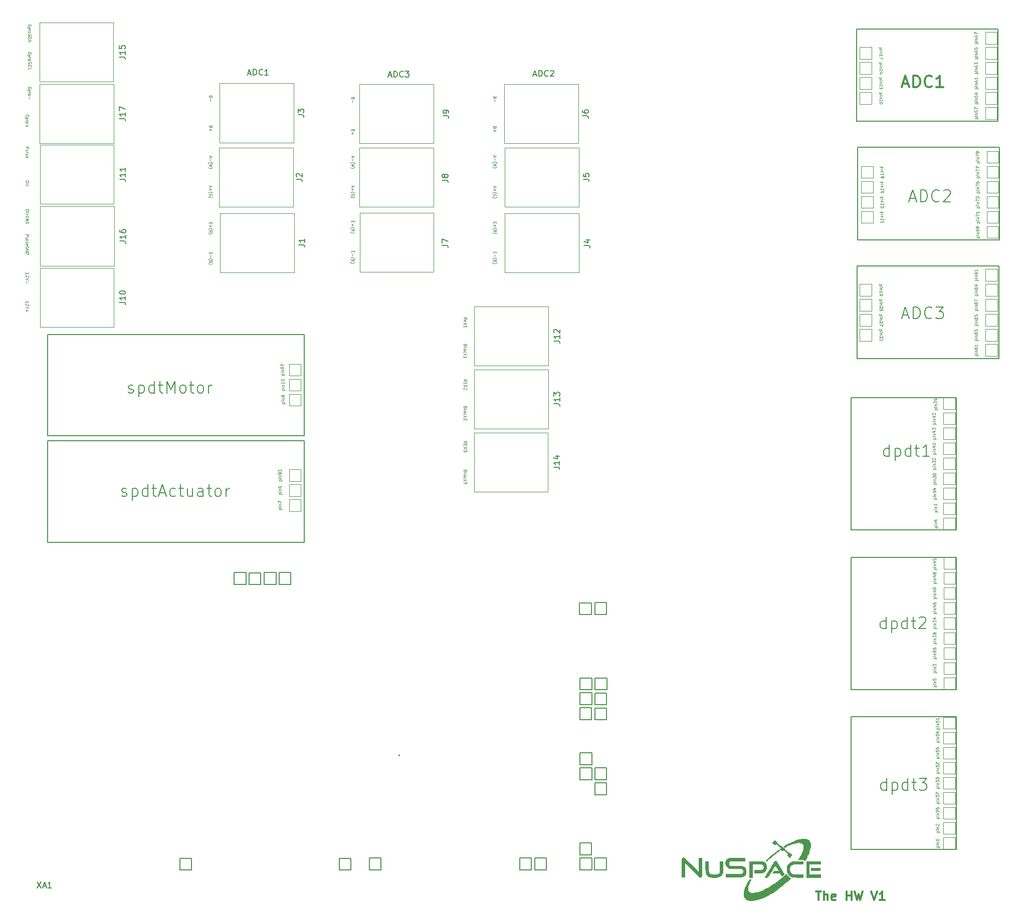
<source format=gto>
G04 #@! TF.GenerationSoftware,KiCad,Pcbnew,(6.0.2)*
G04 #@! TF.CreationDate,2022-05-25T13:29:00+08:00*
G04 #@! TF.ProjectId,CGMOI,43474d4f-492e-46b6-9963-61645f706362,rev?*
G04 #@! TF.SameCoordinates,Original*
G04 #@! TF.FileFunction,Legend,Top*
G04 #@! TF.FilePolarity,Positive*
%FSLAX46Y46*%
G04 Gerber Fmt 4.6, Leading zero omitted, Abs format (unit mm)*
G04 Created by KiCad (PCBNEW (6.0.2)) date 2022-05-25 13:29:00*
%MOMM*%
%LPD*%
G01*
G04 APERTURE LIST*
%ADD10C,0.300000*%
%ADD11C,0.150000*%
%ADD12C,0.100000*%
%ADD13C,0.010000*%
%ADD14C,0.120000*%
%ADD15O,1.727200X1.727200*%
%ADD16R,2.800000X3.000000*%
%ADD17C,3.000000*%
%ADD18C,3.200000*%
G04 APERTURE END LIST*
D10*
X154257142Y-171118571D02*
X155114285Y-171118571D01*
X154685714Y-172618571D02*
X154685714Y-171118571D01*
X155614285Y-172618571D02*
X155614285Y-171118571D01*
X156257142Y-172618571D02*
X156257142Y-171832857D01*
X156185714Y-171690000D01*
X156042857Y-171618571D01*
X155828571Y-171618571D01*
X155685714Y-171690000D01*
X155614285Y-171761428D01*
X157542857Y-172547142D02*
X157400000Y-172618571D01*
X157114285Y-172618571D01*
X156971428Y-172547142D01*
X156900000Y-172404285D01*
X156900000Y-171832857D01*
X156971428Y-171690000D01*
X157114285Y-171618571D01*
X157400000Y-171618571D01*
X157542857Y-171690000D01*
X157614285Y-171832857D01*
X157614285Y-171975714D01*
X156900000Y-172118571D01*
X159400000Y-172618571D02*
X159400000Y-171118571D01*
X159400000Y-171832857D02*
X160257142Y-171832857D01*
X160257142Y-172618571D02*
X160257142Y-171118571D01*
X160828571Y-171118571D02*
X161185714Y-172618571D01*
X161471428Y-171547142D01*
X161757142Y-172618571D01*
X162114285Y-171118571D01*
X163614285Y-171118571D02*
X164114285Y-172618571D01*
X164614285Y-171118571D01*
X165900000Y-172618571D02*
X165042857Y-172618571D01*
X165471428Y-172618571D02*
X165471428Y-171118571D01*
X165328571Y-171332857D01*
X165185714Y-171475714D01*
X165042857Y-171547142D01*
D11*
X58480000Y-117260000D02*
X60480000Y-117260000D01*
X60480000Y-117260000D02*
X60480000Y-119260000D01*
X60480000Y-119260000D02*
X58480000Y-119260000D01*
X58480000Y-119260000D02*
X58480000Y-117260000D01*
X161100000Y-40960000D02*
X185040000Y-40960000D01*
X185040000Y-40960000D02*
X185040000Y-25360000D01*
X185040000Y-25360000D02*
X161100000Y-25360000D01*
X161100000Y-25360000D02*
X161100000Y-40960000D01*
X78820000Y-165500000D02*
X80820000Y-165500000D01*
X80820000Y-165500000D02*
X80820000Y-167500000D01*
X80820000Y-167500000D02*
X78820000Y-167500000D01*
X78820000Y-167500000D02*
X78820000Y-165500000D01*
X114390000Y-147720000D02*
X116390000Y-147720000D01*
X116390000Y-147720000D02*
X116390000Y-149720000D01*
X116390000Y-149720000D02*
X114390000Y-149720000D01*
X114390000Y-149720000D02*
X114390000Y-147720000D01*
X63570000Y-117220000D02*
X65570000Y-117220000D01*
X65570000Y-117220000D02*
X65570000Y-119220000D01*
X65570000Y-119220000D02*
X63570000Y-119220000D01*
X63570000Y-119220000D02*
X63570000Y-117220000D01*
X114350000Y-122350000D02*
X116350000Y-122350000D01*
X116350000Y-122350000D02*
X116350000Y-124350000D01*
X116350000Y-124350000D02*
X114350000Y-124350000D01*
X114350000Y-124350000D02*
X114350000Y-122350000D01*
X116920000Y-140120000D02*
X118920000Y-140120000D01*
X118920000Y-140120000D02*
X118920000Y-142120000D01*
X118920000Y-142120000D02*
X116920000Y-142120000D01*
X116920000Y-142120000D02*
X116920000Y-140120000D01*
X24490000Y-112100000D02*
X67800000Y-112100000D01*
X67800000Y-112100000D02*
X67800000Y-94990000D01*
X67800000Y-94990000D02*
X24490000Y-94990000D01*
X24490000Y-94990000D02*
X24490000Y-112100000D01*
X24490000Y-94100000D02*
X67800000Y-94100000D01*
X67800000Y-94100000D02*
X67800000Y-76990000D01*
X67800000Y-76990000D02*
X24490000Y-76990000D01*
X24490000Y-76990000D02*
X24490000Y-94100000D01*
X116930000Y-135040000D02*
X118930000Y-135040000D01*
X118930000Y-135040000D02*
X118930000Y-137040000D01*
X118930000Y-137040000D02*
X116930000Y-137040000D01*
X116930000Y-137040000D02*
X116930000Y-135040000D01*
X161200000Y-81040000D02*
X185140000Y-81040000D01*
X185140000Y-81040000D02*
X185140000Y-65440000D01*
X185140000Y-65440000D02*
X161200000Y-65440000D01*
X161200000Y-65440000D02*
X161200000Y-81040000D01*
X114390000Y-165500000D02*
X116390000Y-165500000D01*
X116390000Y-165500000D02*
X116390000Y-167500000D01*
X116390000Y-167500000D02*
X114390000Y-167500000D01*
X114390000Y-167500000D02*
X114390000Y-165500000D01*
X61050000Y-117230000D02*
X63050000Y-117230000D01*
X63050000Y-117230000D02*
X63050000Y-119230000D01*
X63050000Y-119230000D02*
X61050000Y-119230000D01*
X61050000Y-119230000D02*
X61050000Y-117230000D01*
X46820000Y-165520000D02*
X48820000Y-165520000D01*
X48820000Y-165520000D02*
X48820000Y-167520000D01*
X48820000Y-167520000D02*
X46820000Y-167520000D01*
X46820000Y-167520000D02*
X46820000Y-165520000D01*
X161330000Y-60970000D02*
X185270000Y-60970000D01*
X185270000Y-60970000D02*
X185270000Y-45370000D01*
X185270000Y-45370000D02*
X161330000Y-45370000D01*
X161330000Y-45370000D02*
X161330000Y-60970000D01*
X160240000Y-137000000D02*
X178000000Y-137000000D01*
X178000000Y-137000000D02*
X178000000Y-114640000D01*
X178000000Y-114640000D02*
X160240000Y-114640000D01*
X160240000Y-114640000D02*
X160240000Y-137000000D01*
X114390000Y-135040000D02*
X116390000Y-135040000D01*
X116390000Y-135040000D02*
X116390000Y-137040000D01*
X116390000Y-137040000D02*
X114390000Y-137040000D01*
X114390000Y-137040000D02*
X114390000Y-135040000D01*
X178000000Y-141640000D02*
X160240000Y-141640000D01*
X160240000Y-141640000D02*
X160240000Y-164000000D01*
X160240000Y-164000000D02*
X178000000Y-164000000D01*
X178000000Y-164000000D02*
X178000000Y-141640000D01*
X114380000Y-162960000D02*
X116380000Y-162960000D01*
X116380000Y-162960000D02*
X116380000Y-164960000D01*
X116380000Y-164960000D02*
X114380000Y-164960000D01*
X114380000Y-164960000D02*
X114380000Y-162960000D01*
X178000000Y-87640000D02*
X160240000Y-87640000D01*
X160240000Y-87640000D02*
X160240000Y-110000000D01*
X160240000Y-110000000D02*
X178000000Y-110000000D01*
X178000000Y-110000000D02*
X178000000Y-87640000D01*
X104210000Y-165510000D02*
X106210000Y-165510000D01*
X106210000Y-165510000D02*
X106210000Y-167510000D01*
X106210000Y-167510000D02*
X104210000Y-167510000D01*
X104210000Y-167510000D02*
X104210000Y-165510000D01*
X73720000Y-165530000D02*
X75720000Y-165530000D01*
X75720000Y-165530000D02*
X75720000Y-167530000D01*
X75720000Y-167530000D02*
X73720000Y-167530000D01*
X73720000Y-167530000D02*
X73720000Y-165530000D01*
X116910000Y-137590000D02*
X118910000Y-137590000D01*
X118910000Y-137590000D02*
X118910000Y-139590000D01*
X118910000Y-139590000D02*
X116910000Y-139590000D01*
X116910000Y-139590000D02*
X116910000Y-137590000D01*
X114390000Y-137550000D02*
X116390000Y-137550000D01*
X116390000Y-137550000D02*
X116390000Y-139550000D01*
X116390000Y-139550000D02*
X114390000Y-139550000D01*
X114390000Y-139550000D02*
X114390000Y-137550000D01*
X55970000Y-117230000D02*
X57970000Y-117230000D01*
X57970000Y-117230000D02*
X57970000Y-119230000D01*
X57970000Y-119230000D02*
X55970000Y-119230000D01*
X55970000Y-119230000D02*
X55970000Y-117230000D01*
X106760000Y-165490000D02*
X108760000Y-165490000D01*
X108760000Y-165490000D02*
X108760000Y-167490000D01*
X108760000Y-167490000D02*
X106760000Y-167490000D01*
X106760000Y-167490000D02*
X106760000Y-165490000D01*
X116920000Y-150270000D02*
X118920000Y-150270000D01*
X118920000Y-150270000D02*
X118920000Y-152270000D01*
X118920000Y-152270000D02*
X116920000Y-152270000D01*
X116920000Y-152270000D02*
X116920000Y-150270000D01*
X116890000Y-165490000D02*
X118890000Y-165490000D01*
X118890000Y-165490000D02*
X118890000Y-167490000D01*
X118890000Y-167490000D02*
X116890000Y-167490000D01*
X116890000Y-167490000D02*
X116890000Y-165490000D01*
X116920000Y-122320000D02*
X118920000Y-122320000D01*
X118920000Y-122320000D02*
X118920000Y-124320000D01*
X118920000Y-124320000D02*
X116920000Y-124320000D01*
X116920000Y-124320000D02*
X116920000Y-122320000D01*
X114390000Y-150250000D02*
X116390000Y-150250000D01*
X116390000Y-150250000D02*
X116390000Y-152250000D01*
X116390000Y-152250000D02*
X114390000Y-152250000D01*
X114390000Y-152250000D02*
X114390000Y-150250000D01*
X114360000Y-140110000D02*
X116360000Y-140110000D01*
X116360000Y-140110000D02*
X116360000Y-142110000D01*
X116360000Y-142110000D02*
X114360000Y-142110000D01*
X114360000Y-142110000D02*
X114360000Y-140110000D01*
X116920000Y-152800000D02*
X118920000Y-152800000D01*
X118920000Y-152800000D02*
X118920000Y-154800000D01*
X118920000Y-154800000D02*
X116920000Y-154800000D01*
X116920000Y-154800000D02*
X116920000Y-152800000D01*
D12*
X20773809Y-66810952D02*
X20773809Y-66525238D01*
X20773809Y-66668095D02*
X21273809Y-66668095D01*
X21202380Y-66620476D01*
X21154761Y-66572857D01*
X21130952Y-66525238D01*
X21226190Y-67001428D02*
X21250000Y-67025238D01*
X21273809Y-67072857D01*
X21273809Y-67191904D01*
X21250000Y-67239523D01*
X21226190Y-67263333D01*
X21178571Y-67287142D01*
X21130952Y-67287142D01*
X21059523Y-67263333D01*
X20773809Y-66977619D01*
X20773809Y-67287142D01*
X21273809Y-67430000D02*
X20773809Y-67596666D01*
X21273809Y-67763333D01*
X20964285Y-67930000D02*
X20964285Y-68310952D01*
X20773809Y-60083333D02*
X21273809Y-60083333D01*
X21273809Y-60273809D01*
X21250000Y-60321428D01*
X21226190Y-60345238D01*
X21178571Y-60369047D01*
X21107142Y-60369047D01*
X21059523Y-60345238D01*
X21035714Y-60321428D01*
X21011904Y-60273809D01*
X21011904Y-60083333D01*
X21107142Y-60797619D02*
X20773809Y-60797619D01*
X21107142Y-60583333D02*
X20845238Y-60583333D01*
X20797619Y-60607142D01*
X20773809Y-60654761D01*
X20773809Y-60726190D01*
X20797619Y-60773809D01*
X20821428Y-60797619D01*
X20773809Y-61107142D02*
X20797619Y-61059523D01*
X20845238Y-61035714D01*
X21273809Y-61035714D01*
X20797619Y-61273809D02*
X20773809Y-61321428D01*
X20773809Y-61416666D01*
X20797619Y-61464285D01*
X20845238Y-61488095D01*
X20869047Y-61488095D01*
X20916666Y-61464285D01*
X20940476Y-61416666D01*
X20940476Y-61345238D01*
X20964285Y-61297619D01*
X21011904Y-61273809D01*
X21035714Y-61273809D01*
X21083333Y-61297619D01*
X21107142Y-61345238D01*
X21107142Y-61416666D01*
X21083333Y-61464285D01*
X20797619Y-61892857D02*
X20773809Y-61845238D01*
X20773809Y-61750000D01*
X20797619Y-61702380D01*
X20845238Y-61678571D01*
X21035714Y-61678571D01*
X21083333Y-61702380D01*
X21107142Y-61750000D01*
X21107142Y-61845238D01*
X21083333Y-61892857D01*
X21035714Y-61916666D01*
X20988095Y-61916666D01*
X20940476Y-61678571D01*
X21250000Y-62392857D02*
X21273809Y-62345238D01*
X21273809Y-62273809D01*
X21250000Y-62202380D01*
X21202380Y-62154761D01*
X21154761Y-62130952D01*
X21059523Y-62107142D01*
X20988095Y-62107142D01*
X20892857Y-62130952D01*
X20845238Y-62154761D01*
X20797619Y-62202380D01*
X20773809Y-62273809D01*
X20773809Y-62321428D01*
X20797619Y-62392857D01*
X20821428Y-62416666D01*
X20988095Y-62416666D01*
X20988095Y-62321428D01*
X20773809Y-62630952D02*
X21273809Y-62630952D01*
X20773809Y-62916666D01*
X21273809Y-62916666D01*
X20773809Y-63154761D02*
X21273809Y-63154761D01*
X21273809Y-63273809D01*
X21250000Y-63345238D01*
X21202380Y-63392857D01*
X21154761Y-63416666D01*
X21059523Y-63440476D01*
X20988095Y-63440476D01*
X20892857Y-63416666D01*
X20845238Y-63392857D01*
X20797619Y-63345238D01*
X20773809Y-63273809D01*
X20773809Y-63154761D01*
D11*
X82075714Y-33176666D02*
X82551904Y-33176666D01*
X81980476Y-33462380D02*
X82313809Y-32462380D01*
X82647142Y-33462380D01*
X82980476Y-33462380D02*
X82980476Y-32462380D01*
X83218571Y-32462380D01*
X83361428Y-32510000D01*
X83456666Y-32605238D01*
X83504285Y-32700476D01*
X83551904Y-32890952D01*
X83551904Y-33033809D01*
X83504285Y-33224285D01*
X83456666Y-33319523D01*
X83361428Y-33414761D01*
X83218571Y-33462380D01*
X82980476Y-33462380D01*
X84551904Y-33367142D02*
X84504285Y-33414761D01*
X84361428Y-33462380D01*
X84266190Y-33462380D01*
X84123333Y-33414761D01*
X84028095Y-33319523D01*
X83980476Y-33224285D01*
X83932857Y-33033809D01*
X83932857Y-32890952D01*
X83980476Y-32700476D01*
X84028095Y-32605238D01*
X84123333Y-32510000D01*
X84266190Y-32462380D01*
X84361428Y-32462380D01*
X84504285Y-32510000D01*
X84551904Y-32557619D01*
X84885238Y-32462380D02*
X85504285Y-32462380D01*
X85170952Y-32843333D01*
X85313809Y-32843333D01*
X85409047Y-32890952D01*
X85456666Y-32938571D01*
X85504285Y-33033809D01*
X85504285Y-33271904D01*
X85456666Y-33367142D01*
X85409047Y-33414761D01*
X85313809Y-33462380D01*
X85028095Y-33462380D01*
X84932857Y-33414761D01*
X84885238Y-33367142D01*
D12*
X94773809Y-74396190D02*
X95011904Y-74229523D01*
X94773809Y-74110476D02*
X95273809Y-74110476D01*
X95273809Y-74300952D01*
X95250000Y-74348571D01*
X95226190Y-74372380D01*
X95178571Y-74396190D01*
X95107142Y-74396190D01*
X95059523Y-74372380D01*
X95035714Y-74348571D01*
X95011904Y-74300952D01*
X95011904Y-74110476D01*
X94797619Y-74800952D02*
X94773809Y-74753333D01*
X94773809Y-74658095D01*
X94797619Y-74610476D01*
X94845238Y-74586666D01*
X95035714Y-74586666D01*
X95083333Y-74610476D01*
X95107142Y-74658095D01*
X95107142Y-74753333D01*
X95083333Y-74800952D01*
X95035714Y-74824761D01*
X94988095Y-74824761D01*
X94940476Y-74586666D01*
X94773809Y-75253333D02*
X95273809Y-75253333D01*
X94797619Y-75253333D02*
X94773809Y-75205714D01*
X94773809Y-75110476D01*
X94797619Y-75062857D01*
X94821428Y-75039047D01*
X94869047Y-75015238D01*
X95011904Y-75015238D01*
X95059523Y-75039047D01*
X95083333Y-75062857D01*
X95107142Y-75110476D01*
X95107142Y-75205714D01*
X95083333Y-75253333D01*
X94773809Y-75753333D02*
X94773809Y-75467619D01*
X94773809Y-75610476D02*
X95273809Y-75610476D01*
X95202380Y-75562857D01*
X95154761Y-75515238D01*
X95130952Y-75467619D01*
X76035714Y-37026190D02*
X76011904Y-37097619D01*
X75988095Y-37121428D01*
X75940476Y-37145238D01*
X75869047Y-37145238D01*
X75821428Y-37121428D01*
X75797619Y-37097619D01*
X75773809Y-37050000D01*
X75773809Y-36859523D01*
X76273809Y-36859523D01*
X76273809Y-37026190D01*
X76250000Y-37073809D01*
X76226190Y-37097619D01*
X76178571Y-37121428D01*
X76130952Y-37121428D01*
X76083333Y-37097619D01*
X76059523Y-37073809D01*
X76035714Y-37026190D01*
X76035714Y-36859523D01*
X75964285Y-37359523D02*
X75964285Y-37740476D01*
X100035714Y-57930000D02*
X100035714Y-58096666D01*
X99773809Y-58168095D02*
X99773809Y-57930000D01*
X100273809Y-57930000D01*
X100273809Y-58168095D01*
X99964285Y-58382380D02*
X99964285Y-58763333D01*
X99773809Y-58572857D02*
X100154761Y-58572857D01*
X99583333Y-59144285D02*
X99607142Y-59120476D01*
X99678571Y-59072857D01*
X99726190Y-59049047D01*
X99797619Y-59025238D01*
X99916666Y-59001428D01*
X100011904Y-59001428D01*
X100130952Y-59025238D01*
X100202380Y-59049047D01*
X100250000Y-59072857D01*
X100321428Y-59120476D01*
X100345238Y-59144285D01*
X99773809Y-59620476D02*
X100011904Y-59453809D01*
X99773809Y-59334761D02*
X100273809Y-59334761D01*
X100273809Y-59525238D01*
X100250000Y-59572857D01*
X100226190Y-59596666D01*
X100178571Y-59620476D01*
X100107142Y-59620476D01*
X100059523Y-59596666D01*
X100035714Y-59572857D01*
X100011904Y-59525238D01*
X100011904Y-59334761D01*
X99583333Y-59787142D02*
X99607142Y-59810952D01*
X99678571Y-59858571D01*
X99726190Y-59882380D01*
X99797619Y-59906190D01*
X99916666Y-59930000D01*
X100011904Y-59930000D01*
X100130952Y-59906190D01*
X100202380Y-59882380D01*
X100250000Y-59858571D01*
X100321428Y-59810952D01*
X100345238Y-59787142D01*
D11*
X168903428Y-73733333D02*
X169855809Y-73733333D01*
X168712952Y-74304761D02*
X169379619Y-72304761D01*
X170046285Y-74304761D01*
X170712952Y-74304761D02*
X170712952Y-72304761D01*
X171189142Y-72304761D01*
X171474857Y-72400000D01*
X171665333Y-72590476D01*
X171760571Y-72780952D01*
X171855809Y-73161904D01*
X171855809Y-73447619D01*
X171760571Y-73828571D01*
X171665333Y-74019047D01*
X171474857Y-74209523D01*
X171189142Y-74304761D01*
X170712952Y-74304761D01*
X173855809Y-74114285D02*
X173760571Y-74209523D01*
X173474857Y-74304761D01*
X173284380Y-74304761D01*
X172998666Y-74209523D01*
X172808190Y-74019047D01*
X172712952Y-73828571D01*
X172617714Y-73447619D01*
X172617714Y-73161904D01*
X172712952Y-72780952D01*
X172808190Y-72590476D01*
X172998666Y-72400000D01*
X173284380Y-72304761D01*
X173474857Y-72304761D01*
X173760571Y-72400000D01*
X173855809Y-72495238D01*
X174522476Y-72304761D02*
X175760571Y-72304761D01*
X175093904Y-73066666D01*
X175379619Y-73066666D01*
X175570095Y-73161904D01*
X175665333Y-73257142D01*
X175760571Y-73447619D01*
X175760571Y-73923809D01*
X175665333Y-74114285D01*
X175570095Y-74209523D01*
X175379619Y-74304761D01*
X174808190Y-74304761D01*
X174617714Y-74209523D01*
X174522476Y-74114285D01*
D12*
X100035714Y-36916190D02*
X100011904Y-36987619D01*
X99988095Y-37011428D01*
X99940476Y-37035238D01*
X99869047Y-37035238D01*
X99821428Y-37011428D01*
X99797619Y-36987619D01*
X99773809Y-36940000D01*
X99773809Y-36749523D01*
X100273809Y-36749523D01*
X100273809Y-36916190D01*
X100250000Y-36963809D01*
X100226190Y-36987619D01*
X100178571Y-37011428D01*
X100130952Y-37011428D01*
X100083333Y-36987619D01*
X100059523Y-36963809D01*
X100035714Y-36916190D01*
X100035714Y-36749523D01*
X99964285Y-37249523D02*
X99964285Y-37630476D01*
D11*
X166185238Y-154034761D02*
X166185238Y-152034761D01*
X166185238Y-153939523D02*
X165994761Y-154034761D01*
X165613809Y-154034761D01*
X165423333Y-153939523D01*
X165328095Y-153844285D01*
X165232857Y-153653809D01*
X165232857Y-153082380D01*
X165328095Y-152891904D01*
X165423333Y-152796666D01*
X165613809Y-152701428D01*
X165994761Y-152701428D01*
X166185238Y-152796666D01*
X167137619Y-152701428D02*
X167137619Y-154701428D01*
X167137619Y-152796666D02*
X167328095Y-152701428D01*
X167709047Y-152701428D01*
X167899523Y-152796666D01*
X167994761Y-152891904D01*
X168090000Y-153082380D01*
X168090000Y-153653809D01*
X167994761Y-153844285D01*
X167899523Y-153939523D01*
X167709047Y-154034761D01*
X167328095Y-154034761D01*
X167137619Y-153939523D01*
X169804285Y-154034761D02*
X169804285Y-152034761D01*
X169804285Y-153939523D02*
X169613809Y-154034761D01*
X169232857Y-154034761D01*
X169042380Y-153939523D01*
X168947142Y-153844285D01*
X168851904Y-153653809D01*
X168851904Y-153082380D01*
X168947142Y-152891904D01*
X169042380Y-152796666D01*
X169232857Y-152701428D01*
X169613809Y-152701428D01*
X169804285Y-152796666D01*
X170470952Y-152701428D02*
X171232857Y-152701428D01*
X170756666Y-152034761D02*
X170756666Y-153749047D01*
X170851904Y-153939523D01*
X171042380Y-154034761D01*
X171232857Y-154034761D01*
X171709047Y-152034761D02*
X172947142Y-152034761D01*
X172280476Y-152796666D01*
X172566190Y-152796666D01*
X172756666Y-152891904D01*
X172851904Y-152987142D01*
X172947142Y-153177619D01*
X172947142Y-153653809D01*
X172851904Y-153844285D01*
X172756666Y-153939523D01*
X172566190Y-154034761D01*
X171994761Y-154034761D01*
X171804285Y-153939523D01*
X171709047Y-153844285D01*
D12*
X52035714Y-63090000D02*
X52035714Y-63256666D01*
X51773809Y-63328095D02*
X51773809Y-63090000D01*
X52273809Y-63090000D01*
X52273809Y-63328095D01*
X51964285Y-63542380D02*
X51964285Y-63923333D01*
X51583333Y-64304285D02*
X51607142Y-64280476D01*
X51678571Y-64232857D01*
X51726190Y-64209047D01*
X51797619Y-64185238D01*
X51916666Y-64161428D01*
X52011904Y-64161428D01*
X52130952Y-64185238D01*
X52202380Y-64209047D01*
X52250000Y-64232857D01*
X52321428Y-64280476D01*
X52345238Y-64304285D01*
X52035714Y-64661428D02*
X52011904Y-64732857D01*
X51988095Y-64756666D01*
X51940476Y-64780476D01*
X51869047Y-64780476D01*
X51821428Y-64756666D01*
X51797619Y-64732857D01*
X51773809Y-64685238D01*
X51773809Y-64494761D01*
X52273809Y-64494761D01*
X52273809Y-64661428D01*
X52250000Y-64709047D01*
X52226190Y-64732857D01*
X52178571Y-64756666D01*
X52130952Y-64756666D01*
X52083333Y-64732857D01*
X52059523Y-64709047D01*
X52035714Y-64661428D01*
X52035714Y-64494761D01*
X51583333Y-64947142D02*
X51607142Y-64970952D01*
X51678571Y-65018571D01*
X51726190Y-65042380D01*
X51797619Y-65066190D01*
X51916666Y-65090000D01*
X52011904Y-65090000D01*
X52130952Y-65066190D01*
X52202380Y-65042380D01*
X52250000Y-65018571D01*
X52321428Y-64970952D01*
X52345238Y-64947142D01*
X76035714Y-62900000D02*
X76035714Y-63066666D01*
X75773809Y-63138095D02*
X75773809Y-62900000D01*
X76273809Y-62900000D01*
X76273809Y-63138095D01*
X75964285Y-63352380D02*
X75964285Y-63733333D01*
X75583333Y-64114285D02*
X75607142Y-64090476D01*
X75678571Y-64042857D01*
X75726190Y-64019047D01*
X75797619Y-63995238D01*
X75916666Y-63971428D01*
X76011904Y-63971428D01*
X76130952Y-63995238D01*
X76202380Y-64019047D01*
X76250000Y-64042857D01*
X76321428Y-64090476D01*
X76345238Y-64114285D01*
X76035714Y-64471428D02*
X76011904Y-64542857D01*
X75988095Y-64566666D01*
X75940476Y-64590476D01*
X75869047Y-64590476D01*
X75821428Y-64566666D01*
X75797619Y-64542857D01*
X75773809Y-64495238D01*
X75773809Y-64304761D01*
X76273809Y-64304761D01*
X76273809Y-64471428D01*
X76250000Y-64519047D01*
X76226190Y-64542857D01*
X76178571Y-64566666D01*
X76130952Y-64566666D01*
X76083333Y-64542857D01*
X76059523Y-64519047D01*
X76035714Y-64471428D01*
X76035714Y-64304761D01*
X75583333Y-64757142D02*
X75607142Y-64780952D01*
X75678571Y-64828571D01*
X75726190Y-64852380D01*
X75797619Y-64876190D01*
X75916666Y-64900000D01*
X76011904Y-64900000D01*
X76130952Y-64876190D01*
X76202380Y-64852380D01*
X76250000Y-64828571D01*
X76321428Y-64780952D01*
X76345238Y-64757142D01*
X51916666Y-51818095D02*
X51916666Y-52056190D01*
X51773809Y-51770476D02*
X52273809Y-51937142D01*
X51773809Y-52103809D01*
X51964285Y-52270476D02*
X51964285Y-52651428D01*
X51773809Y-52460952D02*
X52154761Y-52460952D01*
X51583333Y-53032380D02*
X51607142Y-53008571D01*
X51678571Y-52960952D01*
X51726190Y-52937142D01*
X51797619Y-52913333D01*
X51916666Y-52889523D01*
X52011904Y-52889523D01*
X52130952Y-52913333D01*
X52202380Y-52937142D01*
X52250000Y-52960952D01*
X52321428Y-53008571D01*
X52345238Y-53032380D01*
X52250000Y-53484761D02*
X52273809Y-53437142D01*
X52273809Y-53365714D01*
X52250000Y-53294285D01*
X52202380Y-53246666D01*
X52154761Y-53222857D01*
X52059523Y-53199047D01*
X51988095Y-53199047D01*
X51892857Y-53222857D01*
X51845238Y-53246666D01*
X51797619Y-53294285D01*
X51773809Y-53365714D01*
X51773809Y-53413333D01*
X51797619Y-53484761D01*
X51821428Y-53508571D01*
X51988095Y-53508571D01*
X51988095Y-53413333D01*
X51583333Y-53675238D02*
X51607142Y-53699047D01*
X51678571Y-53746666D01*
X51726190Y-53770476D01*
X51797619Y-53794285D01*
X51916666Y-53818095D01*
X52011904Y-53818095D01*
X52130952Y-53794285D01*
X52202380Y-53770476D01*
X52250000Y-53746666D01*
X52321428Y-53699047D01*
X52345238Y-53675238D01*
X20773809Y-45245238D02*
X21273809Y-45245238D01*
X21273809Y-45435714D01*
X21250000Y-45483333D01*
X21226190Y-45507142D01*
X21178571Y-45530952D01*
X21107142Y-45530952D01*
X21059523Y-45507142D01*
X21035714Y-45483333D01*
X21011904Y-45435714D01*
X21011904Y-45245238D01*
X21107142Y-45959523D02*
X20773809Y-45959523D01*
X21107142Y-45745238D02*
X20845238Y-45745238D01*
X20797619Y-45769047D01*
X20773809Y-45816666D01*
X20773809Y-45888095D01*
X20797619Y-45935714D01*
X20821428Y-45959523D01*
X20773809Y-46269047D02*
X20797619Y-46221428D01*
X20845238Y-46197619D01*
X21273809Y-46197619D01*
X20797619Y-46435714D02*
X20773809Y-46483333D01*
X20773809Y-46578571D01*
X20797619Y-46626190D01*
X20845238Y-46650000D01*
X20869047Y-46650000D01*
X20916666Y-46626190D01*
X20940476Y-46578571D01*
X20940476Y-46507142D01*
X20964285Y-46459523D01*
X21011904Y-46435714D01*
X21035714Y-46435714D01*
X21083333Y-46459523D01*
X21107142Y-46507142D01*
X21107142Y-46578571D01*
X21083333Y-46626190D01*
X20797619Y-47054761D02*
X20773809Y-47007142D01*
X20773809Y-46911904D01*
X20797619Y-46864285D01*
X20845238Y-46840476D01*
X21035714Y-46840476D01*
X21083333Y-46864285D01*
X21107142Y-46911904D01*
X21107142Y-47007142D01*
X21083333Y-47054761D01*
X21035714Y-47078571D01*
X20988095Y-47078571D01*
X20940476Y-46840476D01*
X100035714Y-62990000D02*
X100035714Y-63156666D01*
X99773809Y-63228095D02*
X99773809Y-62990000D01*
X100273809Y-62990000D01*
X100273809Y-63228095D01*
X99964285Y-63442380D02*
X99964285Y-63823333D01*
X99583333Y-64204285D02*
X99607142Y-64180476D01*
X99678571Y-64132857D01*
X99726190Y-64109047D01*
X99797619Y-64085238D01*
X99916666Y-64061428D01*
X100011904Y-64061428D01*
X100130952Y-64085238D01*
X100202380Y-64109047D01*
X100250000Y-64132857D01*
X100321428Y-64180476D01*
X100345238Y-64204285D01*
X100035714Y-64561428D02*
X100011904Y-64632857D01*
X99988095Y-64656666D01*
X99940476Y-64680476D01*
X99869047Y-64680476D01*
X99821428Y-64656666D01*
X99797619Y-64632857D01*
X99773809Y-64585238D01*
X99773809Y-64394761D01*
X100273809Y-64394761D01*
X100273809Y-64561428D01*
X100250000Y-64609047D01*
X100226190Y-64632857D01*
X100178571Y-64656666D01*
X100130952Y-64656666D01*
X100083333Y-64632857D01*
X100059523Y-64609047D01*
X100035714Y-64561428D01*
X100035714Y-64394761D01*
X99583333Y-64847142D02*
X99607142Y-64870952D01*
X99678571Y-64918571D01*
X99726190Y-64942380D01*
X99797619Y-64966190D01*
X99916666Y-64990000D01*
X100011904Y-64990000D01*
X100130952Y-64966190D01*
X100202380Y-64942380D01*
X100250000Y-64918571D01*
X100321428Y-64870952D01*
X100345238Y-64847142D01*
D11*
X170137428Y-53971333D02*
X171089809Y-53971333D01*
X169946952Y-54542761D02*
X170613619Y-52542761D01*
X171280285Y-54542761D01*
X171946952Y-54542761D02*
X171946952Y-52542761D01*
X172423142Y-52542761D01*
X172708857Y-52638000D01*
X172899333Y-52828476D01*
X172994571Y-53018952D01*
X173089809Y-53399904D01*
X173089809Y-53685619D01*
X172994571Y-54066571D01*
X172899333Y-54257047D01*
X172708857Y-54447523D01*
X172423142Y-54542761D01*
X171946952Y-54542761D01*
X175089809Y-54352285D02*
X174994571Y-54447523D01*
X174708857Y-54542761D01*
X174518380Y-54542761D01*
X174232666Y-54447523D01*
X174042190Y-54257047D01*
X173946952Y-54066571D01*
X173851714Y-53685619D01*
X173851714Y-53399904D01*
X173946952Y-53018952D01*
X174042190Y-52828476D01*
X174232666Y-52638000D01*
X174518380Y-52542761D01*
X174708857Y-52542761D01*
X174994571Y-52638000D01*
X175089809Y-52733238D01*
X175851714Y-52733238D02*
X175946952Y-52638000D01*
X176137428Y-52542761D01*
X176613619Y-52542761D01*
X176804095Y-52638000D01*
X176899333Y-52733238D01*
X176994571Y-52923714D01*
X176994571Y-53114190D01*
X176899333Y-53399904D01*
X175756476Y-54542761D01*
X176994571Y-54542761D01*
D12*
X94773809Y-95360476D02*
X95011904Y-95193809D01*
X94773809Y-95074761D02*
X95273809Y-95074761D01*
X95273809Y-95265238D01*
X95250000Y-95312857D01*
X95226190Y-95336666D01*
X95178571Y-95360476D01*
X95107142Y-95360476D01*
X95059523Y-95336666D01*
X95035714Y-95312857D01*
X95011904Y-95265238D01*
X95011904Y-95074761D01*
X95035714Y-95574761D02*
X95035714Y-95741428D01*
X94773809Y-95812857D02*
X94773809Y-95574761D01*
X95273809Y-95574761D01*
X95273809Y-95812857D01*
X94773809Y-96027142D02*
X95273809Y-96027142D01*
X95273809Y-96146190D01*
X95250000Y-96217619D01*
X95202380Y-96265238D01*
X95154761Y-96289047D01*
X95059523Y-96312857D01*
X94988095Y-96312857D01*
X94892857Y-96289047D01*
X94845238Y-96265238D01*
X94797619Y-96217619D01*
X94773809Y-96146190D01*
X94773809Y-96027142D01*
X95273809Y-96479523D02*
X95273809Y-96789047D01*
X95083333Y-96622380D01*
X95083333Y-96693809D01*
X95059523Y-96741428D01*
X95035714Y-96765238D01*
X94988095Y-96789047D01*
X94869047Y-96789047D01*
X94821428Y-96765238D01*
X94797619Y-96741428D01*
X94773809Y-96693809D01*
X94773809Y-96550952D01*
X94797619Y-96503333D01*
X94821428Y-96479523D01*
X99916666Y-51898095D02*
X99916666Y-52136190D01*
X99773809Y-51850476D02*
X100273809Y-52017142D01*
X99773809Y-52183809D01*
X99964285Y-52350476D02*
X99964285Y-52731428D01*
X99773809Y-52540952D02*
X100154761Y-52540952D01*
X99583333Y-53112380D02*
X99607142Y-53088571D01*
X99678571Y-53040952D01*
X99726190Y-53017142D01*
X99797619Y-52993333D01*
X99916666Y-52969523D01*
X100011904Y-52969523D01*
X100130952Y-52993333D01*
X100202380Y-53017142D01*
X100250000Y-53040952D01*
X100321428Y-53088571D01*
X100345238Y-53112380D01*
X100250000Y-53564761D02*
X100273809Y-53517142D01*
X100273809Y-53445714D01*
X100250000Y-53374285D01*
X100202380Y-53326666D01*
X100154761Y-53302857D01*
X100059523Y-53279047D01*
X99988095Y-53279047D01*
X99892857Y-53302857D01*
X99845238Y-53326666D01*
X99797619Y-53374285D01*
X99773809Y-53445714D01*
X99773809Y-53493333D01*
X99797619Y-53564761D01*
X99821428Y-53588571D01*
X99988095Y-53588571D01*
X99988095Y-53493333D01*
X99583333Y-53755238D02*
X99607142Y-53779047D01*
X99678571Y-53826666D01*
X99726190Y-53850476D01*
X99797619Y-53874285D01*
X99916666Y-53898095D01*
X100011904Y-53898095D01*
X100130952Y-53874285D01*
X100202380Y-53850476D01*
X100250000Y-53826666D01*
X100321428Y-53779047D01*
X100345238Y-53755238D01*
X100035714Y-41986190D02*
X100011904Y-42057619D01*
X99988095Y-42081428D01*
X99940476Y-42105238D01*
X99869047Y-42105238D01*
X99821428Y-42081428D01*
X99797619Y-42057619D01*
X99773809Y-42010000D01*
X99773809Y-41819523D01*
X100273809Y-41819523D01*
X100273809Y-41986190D01*
X100250000Y-42033809D01*
X100226190Y-42057619D01*
X100178571Y-42081428D01*
X100130952Y-42081428D01*
X100083333Y-42057619D01*
X100059523Y-42033809D01*
X100035714Y-41986190D01*
X100035714Y-41819523D01*
X99964285Y-42319523D02*
X99964285Y-42700476D01*
X99773809Y-42510000D02*
X100154761Y-42510000D01*
X52035714Y-41856190D02*
X52011904Y-41927619D01*
X51988095Y-41951428D01*
X51940476Y-41975238D01*
X51869047Y-41975238D01*
X51821428Y-41951428D01*
X51797619Y-41927619D01*
X51773809Y-41880000D01*
X51773809Y-41689523D01*
X52273809Y-41689523D01*
X52273809Y-41856190D01*
X52250000Y-41903809D01*
X52226190Y-41927619D01*
X52178571Y-41951428D01*
X52130952Y-41951428D01*
X52083333Y-41927619D01*
X52059523Y-41903809D01*
X52035714Y-41856190D01*
X52035714Y-41689523D01*
X51964285Y-42189523D02*
X51964285Y-42570476D01*
X51773809Y-42380000D02*
X52154761Y-42380000D01*
X75916666Y-46802380D02*
X75916666Y-47040476D01*
X75773809Y-46754761D02*
X76273809Y-46921428D01*
X75773809Y-47088095D01*
X75964285Y-47254761D02*
X75964285Y-47635714D01*
X75583333Y-48016666D02*
X75607142Y-47992857D01*
X75678571Y-47945238D01*
X75726190Y-47921428D01*
X75797619Y-47897619D01*
X75916666Y-47873809D01*
X76011904Y-47873809D01*
X76130952Y-47897619D01*
X76202380Y-47921428D01*
X76250000Y-47945238D01*
X76321428Y-47992857D01*
X76345238Y-48016666D01*
X76273809Y-48159523D02*
X75773809Y-48278571D01*
X76130952Y-48373809D01*
X75773809Y-48469047D01*
X76273809Y-48588095D01*
X75583333Y-48730952D02*
X75607142Y-48754761D01*
X75678571Y-48802380D01*
X75726190Y-48826190D01*
X75797619Y-48850000D01*
X75916666Y-48873809D01*
X76011904Y-48873809D01*
X76130952Y-48850000D01*
X76202380Y-48826190D01*
X76250000Y-48802380D01*
X76321428Y-48754761D01*
X76345238Y-48730952D01*
X99916666Y-46722380D02*
X99916666Y-46960476D01*
X99773809Y-46674761D02*
X100273809Y-46841428D01*
X99773809Y-47008095D01*
X99964285Y-47174761D02*
X99964285Y-47555714D01*
X99583333Y-47936666D02*
X99607142Y-47912857D01*
X99678571Y-47865238D01*
X99726190Y-47841428D01*
X99797619Y-47817619D01*
X99916666Y-47793809D01*
X100011904Y-47793809D01*
X100130952Y-47817619D01*
X100202380Y-47841428D01*
X100250000Y-47865238D01*
X100321428Y-47912857D01*
X100345238Y-47936666D01*
X100273809Y-48079523D02*
X99773809Y-48198571D01*
X100130952Y-48293809D01*
X99773809Y-48389047D01*
X100273809Y-48508095D01*
X99583333Y-48650952D02*
X99607142Y-48674761D01*
X99678571Y-48722380D01*
X99726190Y-48746190D01*
X99797619Y-48770000D01*
X99916666Y-48793809D01*
X100011904Y-48793809D01*
X100130952Y-48770000D01*
X100202380Y-48746190D01*
X100250000Y-48722380D01*
X100321428Y-48674761D01*
X100345238Y-48650952D01*
D11*
X38147619Y-86769523D02*
X38338095Y-86864761D01*
X38719047Y-86864761D01*
X38909523Y-86769523D01*
X39004761Y-86579047D01*
X39004761Y-86483809D01*
X38909523Y-86293333D01*
X38719047Y-86198095D01*
X38433333Y-86198095D01*
X38242857Y-86102857D01*
X38147619Y-85912380D01*
X38147619Y-85817142D01*
X38242857Y-85626666D01*
X38433333Y-85531428D01*
X38719047Y-85531428D01*
X38909523Y-85626666D01*
X39861904Y-85531428D02*
X39861904Y-87531428D01*
X39861904Y-85626666D02*
X40052380Y-85531428D01*
X40433333Y-85531428D01*
X40623809Y-85626666D01*
X40719047Y-85721904D01*
X40814285Y-85912380D01*
X40814285Y-86483809D01*
X40719047Y-86674285D01*
X40623809Y-86769523D01*
X40433333Y-86864761D01*
X40052380Y-86864761D01*
X39861904Y-86769523D01*
X42528571Y-86864761D02*
X42528571Y-84864761D01*
X42528571Y-86769523D02*
X42338095Y-86864761D01*
X41957142Y-86864761D01*
X41766666Y-86769523D01*
X41671428Y-86674285D01*
X41576190Y-86483809D01*
X41576190Y-85912380D01*
X41671428Y-85721904D01*
X41766666Y-85626666D01*
X41957142Y-85531428D01*
X42338095Y-85531428D01*
X42528571Y-85626666D01*
X43195238Y-85531428D02*
X43957142Y-85531428D01*
X43480952Y-84864761D02*
X43480952Y-86579047D01*
X43576190Y-86769523D01*
X43766666Y-86864761D01*
X43957142Y-86864761D01*
X44623809Y-86864761D02*
X44623809Y-84864761D01*
X45290476Y-86293333D01*
X45957142Y-84864761D01*
X45957142Y-86864761D01*
X47195238Y-86864761D02*
X47004761Y-86769523D01*
X46909523Y-86674285D01*
X46814285Y-86483809D01*
X46814285Y-85912380D01*
X46909523Y-85721904D01*
X47004761Y-85626666D01*
X47195238Y-85531428D01*
X47480952Y-85531428D01*
X47671428Y-85626666D01*
X47766666Y-85721904D01*
X47861904Y-85912380D01*
X47861904Y-86483809D01*
X47766666Y-86674285D01*
X47671428Y-86769523D01*
X47480952Y-86864761D01*
X47195238Y-86864761D01*
X48433333Y-85531428D02*
X49195238Y-85531428D01*
X48719047Y-84864761D02*
X48719047Y-86579047D01*
X48814285Y-86769523D01*
X49004761Y-86864761D01*
X49195238Y-86864761D01*
X50147619Y-86864761D02*
X49957142Y-86769523D01*
X49861904Y-86674285D01*
X49766666Y-86483809D01*
X49766666Y-85912380D01*
X49861904Y-85721904D01*
X49957142Y-85626666D01*
X50147619Y-85531428D01*
X50433333Y-85531428D01*
X50623809Y-85626666D01*
X50719047Y-85721904D01*
X50814285Y-85912380D01*
X50814285Y-86483809D01*
X50719047Y-86674285D01*
X50623809Y-86769523D01*
X50433333Y-86864761D01*
X50147619Y-86864761D01*
X51671428Y-86864761D02*
X51671428Y-85531428D01*
X51671428Y-85912380D02*
X51766666Y-85721904D01*
X51861904Y-85626666D01*
X52052380Y-85531428D01*
X52242857Y-85531428D01*
D12*
X95035714Y-78793809D02*
X95011904Y-78865238D01*
X94988095Y-78889047D01*
X94940476Y-78912857D01*
X94869047Y-78912857D01*
X94821428Y-78889047D01*
X94797619Y-78865238D01*
X94773809Y-78817619D01*
X94773809Y-78627142D01*
X95273809Y-78627142D01*
X95273809Y-78793809D01*
X95250000Y-78841428D01*
X95226190Y-78865238D01*
X95178571Y-78889047D01*
X95130952Y-78889047D01*
X95083333Y-78865238D01*
X95059523Y-78841428D01*
X95035714Y-78793809D01*
X95035714Y-78627142D01*
X94773809Y-79198571D02*
X94797619Y-79150952D01*
X94845238Y-79127142D01*
X95273809Y-79127142D01*
X94773809Y-79603333D02*
X95035714Y-79603333D01*
X95083333Y-79579523D01*
X95107142Y-79531904D01*
X95107142Y-79436666D01*
X95083333Y-79389047D01*
X94797619Y-79603333D02*
X94773809Y-79555714D01*
X94773809Y-79436666D01*
X94797619Y-79389047D01*
X94845238Y-79365238D01*
X94892857Y-79365238D01*
X94940476Y-79389047D01*
X94964285Y-79436666D01*
X94964285Y-79555714D01*
X94988095Y-79603333D01*
X94797619Y-80055714D02*
X94773809Y-80008095D01*
X94773809Y-79912857D01*
X94797619Y-79865238D01*
X94821428Y-79841428D01*
X94869047Y-79817619D01*
X95011904Y-79817619D01*
X95059523Y-79841428D01*
X95083333Y-79865238D01*
X95107142Y-79912857D01*
X95107142Y-80008095D01*
X95083333Y-80055714D01*
X94773809Y-80270000D02*
X95273809Y-80270000D01*
X94964285Y-80317619D02*
X94773809Y-80460476D01*
X95107142Y-80460476D02*
X94916666Y-80270000D01*
X94773809Y-80936666D02*
X94773809Y-80650952D01*
X94773809Y-80793809D02*
X95273809Y-80793809D01*
X95202380Y-80746190D01*
X95154761Y-80698571D01*
X95130952Y-80650952D01*
X52035714Y-36796190D02*
X52011904Y-36867619D01*
X51988095Y-36891428D01*
X51940476Y-36915238D01*
X51869047Y-36915238D01*
X51821428Y-36891428D01*
X51797619Y-36867619D01*
X51773809Y-36820000D01*
X51773809Y-36629523D01*
X52273809Y-36629523D01*
X52273809Y-36796190D01*
X52250000Y-36843809D01*
X52226190Y-36867619D01*
X52178571Y-36891428D01*
X52130952Y-36891428D01*
X52083333Y-36867619D01*
X52059523Y-36843809D01*
X52035714Y-36796190D01*
X52035714Y-36629523D01*
X51964285Y-37129523D02*
X51964285Y-37510476D01*
X95035714Y-89303809D02*
X95011904Y-89375238D01*
X94988095Y-89399047D01*
X94940476Y-89422857D01*
X94869047Y-89422857D01*
X94821428Y-89399047D01*
X94797619Y-89375238D01*
X94773809Y-89327619D01*
X94773809Y-89137142D01*
X95273809Y-89137142D01*
X95273809Y-89303809D01*
X95250000Y-89351428D01*
X95226190Y-89375238D01*
X95178571Y-89399047D01*
X95130952Y-89399047D01*
X95083333Y-89375238D01*
X95059523Y-89351428D01*
X95035714Y-89303809D01*
X95035714Y-89137142D01*
X94773809Y-89708571D02*
X94797619Y-89660952D01*
X94845238Y-89637142D01*
X95273809Y-89637142D01*
X94773809Y-90113333D02*
X95035714Y-90113333D01*
X95083333Y-90089523D01*
X95107142Y-90041904D01*
X95107142Y-89946666D01*
X95083333Y-89899047D01*
X94797619Y-90113333D02*
X94773809Y-90065714D01*
X94773809Y-89946666D01*
X94797619Y-89899047D01*
X94845238Y-89875238D01*
X94892857Y-89875238D01*
X94940476Y-89899047D01*
X94964285Y-89946666D01*
X94964285Y-90065714D01*
X94988095Y-90113333D01*
X94797619Y-90565714D02*
X94773809Y-90518095D01*
X94773809Y-90422857D01*
X94797619Y-90375238D01*
X94821428Y-90351428D01*
X94869047Y-90327619D01*
X95011904Y-90327619D01*
X95059523Y-90351428D01*
X95083333Y-90375238D01*
X95107142Y-90422857D01*
X95107142Y-90518095D01*
X95083333Y-90565714D01*
X94773809Y-90780000D02*
X95273809Y-90780000D01*
X94964285Y-90827619D02*
X94773809Y-90970476D01*
X95107142Y-90970476D02*
X94916666Y-90780000D01*
X95226190Y-91160952D02*
X95250000Y-91184761D01*
X95273809Y-91232380D01*
X95273809Y-91351428D01*
X95250000Y-91399047D01*
X95226190Y-91422857D01*
X95178571Y-91446666D01*
X95130952Y-91446666D01*
X95059523Y-91422857D01*
X94773809Y-91137142D01*
X94773809Y-91446666D01*
X52035714Y-58010000D02*
X52035714Y-58176666D01*
X51773809Y-58248095D02*
X51773809Y-58010000D01*
X52273809Y-58010000D01*
X52273809Y-58248095D01*
X51964285Y-58462380D02*
X51964285Y-58843333D01*
X51773809Y-58652857D02*
X52154761Y-58652857D01*
X51583333Y-59224285D02*
X51607142Y-59200476D01*
X51678571Y-59152857D01*
X51726190Y-59129047D01*
X51797619Y-59105238D01*
X51916666Y-59081428D01*
X52011904Y-59081428D01*
X52130952Y-59105238D01*
X52202380Y-59129047D01*
X52250000Y-59152857D01*
X52321428Y-59200476D01*
X52345238Y-59224285D01*
X51773809Y-59700476D02*
X52011904Y-59533809D01*
X51773809Y-59414761D02*
X52273809Y-59414761D01*
X52273809Y-59605238D01*
X52250000Y-59652857D01*
X52226190Y-59676666D01*
X52178571Y-59700476D01*
X52107142Y-59700476D01*
X52059523Y-59676666D01*
X52035714Y-59652857D01*
X52011904Y-59605238D01*
X52011904Y-59414761D01*
X51583333Y-59867142D02*
X51607142Y-59890952D01*
X51678571Y-59938571D01*
X51726190Y-59962380D01*
X51797619Y-59986190D01*
X51916666Y-60010000D01*
X52011904Y-60010000D01*
X52130952Y-59986190D01*
X52202380Y-59962380D01*
X52250000Y-59938571D01*
X52321428Y-59890952D01*
X52345238Y-59867142D01*
X21652500Y-24857142D02*
X21676309Y-24809523D01*
X21676309Y-24738095D01*
X21652500Y-24666666D01*
X21604880Y-24619047D01*
X21557261Y-24595238D01*
X21462023Y-24571428D01*
X21390595Y-24571428D01*
X21295357Y-24595238D01*
X21247738Y-24619047D01*
X21200119Y-24666666D01*
X21176309Y-24738095D01*
X21176309Y-24785714D01*
X21200119Y-24857142D01*
X21223928Y-24880952D01*
X21390595Y-24880952D01*
X21390595Y-24785714D01*
X21509642Y-25047619D02*
X21176309Y-25166666D01*
X21509642Y-25285714D02*
X21176309Y-25166666D01*
X21057261Y-25119047D01*
X21033452Y-25095238D01*
X21009642Y-25047619D01*
X21176309Y-25476190D02*
X21509642Y-25476190D01*
X21414404Y-25476190D02*
X21462023Y-25500000D01*
X21485833Y-25523809D01*
X21509642Y-25571428D01*
X21509642Y-25619047D01*
X21176309Y-25857142D02*
X21200119Y-25809523D01*
X21223928Y-25785714D01*
X21271547Y-25761904D01*
X21414404Y-25761904D01*
X21462023Y-25785714D01*
X21485833Y-25809523D01*
X21509642Y-25857142D01*
X21509642Y-25928571D01*
X21485833Y-25976190D01*
X21462023Y-26000000D01*
X21414404Y-26023809D01*
X21271547Y-26023809D01*
X21223928Y-26000000D01*
X21200119Y-25976190D01*
X21176309Y-25928571D01*
X21176309Y-25857142D01*
X21200119Y-26214285D02*
X21176309Y-26285714D01*
X21176309Y-26404761D01*
X21200119Y-26452380D01*
X21223928Y-26476190D01*
X21271547Y-26500000D01*
X21319166Y-26500000D01*
X21366785Y-26476190D01*
X21390595Y-26452380D01*
X21414404Y-26404761D01*
X21438214Y-26309523D01*
X21462023Y-26261904D01*
X21485833Y-26238095D01*
X21533452Y-26214285D01*
X21581071Y-26214285D01*
X21628690Y-26238095D01*
X21652500Y-26261904D01*
X21676309Y-26309523D01*
X21676309Y-26428571D01*
X21652500Y-26500000D01*
X21176309Y-26714285D02*
X21676309Y-26714285D01*
X21676309Y-26833333D01*
X21652500Y-26904761D01*
X21604880Y-26952380D01*
X21557261Y-26976190D01*
X21462023Y-27000000D01*
X21390595Y-27000000D01*
X21295357Y-26976190D01*
X21247738Y-26952380D01*
X21200119Y-26904761D01*
X21176309Y-26833333D01*
X21176309Y-26714285D01*
X21319166Y-27190476D02*
X21319166Y-27428571D01*
X21176309Y-27142857D02*
X21676309Y-27309523D01*
X21176309Y-27476190D01*
X94773809Y-84880476D02*
X95011904Y-84713809D01*
X94773809Y-84594761D02*
X95273809Y-84594761D01*
X95273809Y-84785238D01*
X95250000Y-84832857D01*
X95226190Y-84856666D01*
X95178571Y-84880476D01*
X95107142Y-84880476D01*
X95059523Y-84856666D01*
X95035714Y-84832857D01*
X95011904Y-84785238D01*
X95011904Y-84594761D01*
X95035714Y-85094761D02*
X95035714Y-85261428D01*
X94773809Y-85332857D02*
X94773809Y-85094761D01*
X95273809Y-85094761D01*
X95273809Y-85332857D01*
X94773809Y-85547142D02*
X95273809Y-85547142D01*
X95273809Y-85666190D01*
X95250000Y-85737619D01*
X95202380Y-85785238D01*
X95154761Y-85809047D01*
X95059523Y-85832857D01*
X94988095Y-85832857D01*
X94892857Y-85809047D01*
X94845238Y-85785238D01*
X94797619Y-85737619D01*
X94773809Y-85666190D01*
X94773809Y-85547142D01*
X95226190Y-86023333D02*
X95250000Y-86047142D01*
X95273809Y-86094761D01*
X95273809Y-86213809D01*
X95250000Y-86261428D01*
X95226190Y-86285238D01*
X95178571Y-86309047D01*
X95130952Y-86309047D01*
X95059523Y-86285238D01*
X94773809Y-85999523D01*
X94773809Y-86309047D01*
X21250000Y-40130000D02*
X21273809Y-40082380D01*
X21273809Y-40010952D01*
X21250000Y-39939523D01*
X21202380Y-39891904D01*
X21154761Y-39868095D01*
X21059523Y-39844285D01*
X20988095Y-39844285D01*
X20892857Y-39868095D01*
X20845238Y-39891904D01*
X20797619Y-39939523D01*
X20773809Y-40010952D01*
X20773809Y-40058571D01*
X20797619Y-40130000D01*
X20821428Y-40153809D01*
X20988095Y-40153809D01*
X20988095Y-40058571D01*
X21107142Y-40320476D02*
X20773809Y-40439523D01*
X21107142Y-40558571D02*
X20773809Y-40439523D01*
X20654761Y-40391904D01*
X20630952Y-40368095D01*
X20607142Y-40320476D01*
X20773809Y-40749047D02*
X21107142Y-40749047D01*
X21011904Y-40749047D02*
X21059523Y-40772857D01*
X21083333Y-40796666D01*
X21107142Y-40844285D01*
X21107142Y-40891904D01*
X20773809Y-41130000D02*
X20797619Y-41082380D01*
X20821428Y-41058571D01*
X20869047Y-41034761D01*
X21011904Y-41034761D01*
X21059523Y-41058571D01*
X21083333Y-41082380D01*
X21107142Y-41130000D01*
X21107142Y-41201428D01*
X21083333Y-41249047D01*
X21059523Y-41272857D01*
X21011904Y-41296666D01*
X20869047Y-41296666D01*
X20821428Y-41272857D01*
X20797619Y-41249047D01*
X20773809Y-41201428D01*
X20773809Y-41130000D01*
X20964285Y-41510952D02*
X20964285Y-41891904D01*
X20773809Y-41701428D02*
X21154761Y-41701428D01*
X51916666Y-46802380D02*
X51916666Y-47040476D01*
X51773809Y-46754761D02*
X52273809Y-46921428D01*
X51773809Y-47088095D01*
X51964285Y-47254761D02*
X51964285Y-47635714D01*
X51583333Y-48016666D02*
X51607142Y-47992857D01*
X51678571Y-47945238D01*
X51726190Y-47921428D01*
X51797619Y-47897619D01*
X51916666Y-47873809D01*
X52011904Y-47873809D01*
X52130952Y-47897619D01*
X52202380Y-47921428D01*
X52250000Y-47945238D01*
X52321428Y-47992857D01*
X52345238Y-48016666D01*
X52273809Y-48159523D02*
X51773809Y-48278571D01*
X52130952Y-48373809D01*
X51773809Y-48469047D01*
X52273809Y-48588095D01*
X51583333Y-48730952D02*
X51607142Y-48754761D01*
X51678571Y-48802380D01*
X51726190Y-48826190D01*
X51797619Y-48850000D01*
X51916666Y-48873809D01*
X52011904Y-48873809D01*
X52130952Y-48850000D01*
X52202380Y-48826190D01*
X52250000Y-48802380D01*
X52321428Y-48754761D01*
X52345238Y-48730952D01*
X95035714Y-100043809D02*
X95011904Y-100115238D01*
X94988095Y-100139047D01*
X94940476Y-100162857D01*
X94869047Y-100162857D01*
X94821428Y-100139047D01*
X94797619Y-100115238D01*
X94773809Y-100067619D01*
X94773809Y-99877142D01*
X95273809Y-99877142D01*
X95273809Y-100043809D01*
X95250000Y-100091428D01*
X95226190Y-100115238D01*
X95178571Y-100139047D01*
X95130952Y-100139047D01*
X95083333Y-100115238D01*
X95059523Y-100091428D01*
X95035714Y-100043809D01*
X95035714Y-99877142D01*
X94773809Y-100448571D02*
X94797619Y-100400952D01*
X94845238Y-100377142D01*
X95273809Y-100377142D01*
X94773809Y-100853333D02*
X95035714Y-100853333D01*
X95083333Y-100829523D01*
X95107142Y-100781904D01*
X95107142Y-100686666D01*
X95083333Y-100639047D01*
X94797619Y-100853333D02*
X94773809Y-100805714D01*
X94773809Y-100686666D01*
X94797619Y-100639047D01*
X94845238Y-100615238D01*
X94892857Y-100615238D01*
X94940476Y-100639047D01*
X94964285Y-100686666D01*
X94964285Y-100805714D01*
X94988095Y-100853333D01*
X94797619Y-101305714D02*
X94773809Y-101258095D01*
X94773809Y-101162857D01*
X94797619Y-101115238D01*
X94821428Y-101091428D01*
X94869047Y-101067619D01*
X95011904Y-101067619D01*
X95059523Y-101091428D01*
X95083333Y-101115238D01*
X95107142Y-101162857D01*
X95107142Y-101258095D01*
X95083333Y-101305714D01*
X94773809Y-101520000D02*
X95273809Y-101520000D01*
X94964285Y-101567619D02*
X94773809Y-101710476D01*
X95107142Y-101710476D02*
X94916666Y-101520000D01*
X95273809Y-101877142D02*
X95273809Y-102186666D01*
X95083333Y-102020000D01*
X95083333Y-102091428D01*
X95059523Y-102139047D01*
X95035714Y-102162857D01*
X94988095Y-102186666D01*
X94869047Y-102186666D01*
X94821428Y-102162857D01*
X94797619Y-102139047D01*
X94773809Y-102091428D01*
X94773809Y-101948571D01*
X94797619Y-101900952D01*
X94821428Y-101877142D01*
D11*
X166675238Y-97594761D02*
X166675238Y-95594761D01*
X166675238Y-97499523D02*
X166484761Y-97594761D01*
X166103809Y-97594761D01*
X165913333Y-97499523D01*
X165818095Y-97404285D01*
X165722857Y-97213809D01*
X165722857Y-96642380D01*
X165818095Y-96451904D01*
X165913333Y-96356666D01*
X166103809Y-96261428D01*
X166484761Y-96261428D01*
X166675238Y-96356666D01*
X167627619Y-96261428D02*
X167627619Y-98261428D01*
X167627619Y-96356666D02*
X167818095Y-96261428D01*
X168199047Y-96261428D01*
X168389523Y-96356666D01*
X168484761Y-96451904D01*
X168580000Y-96642380D01*
X168580000Y-97213809D01*
X168484761Y-97404285D01*
X168389523Y-97499523D01*
X168199047Y-97594761D01*
X167818095Y-97594761D01*
X167627619Y-97499523D01*
X170294285Y-97594761D02*
X170294285Y-95594761D01*
X170294285Y-97499523D02*
X170103809Y-97594761D01*
X169722857Y-97594761D01*
X169532380Y-97499523D01*
X169437142Y-97404285D01*
X169341904Y-97213809D01*
X169341904Y-96642380D01*
X169437142Y-96451904D01*
X169532380Y-96356666D01*
X169722857Y-96261428D01*
X170103809Y-96261428D01*
X170294285Y-96356666D01*
X170960952Y-96261428D02*
X171722857Y-96261428D01*
X171246666Y-95594761D02*
X171246666Y-97309047D01*
X171341904Y-97499523D01*
X171532380Y-97594761D01*
X171722857Y-97594761D01*
X173437142Y-97594761D02*
X172294285Y-97594761D01*
X172865714Y-97594761D02*
X172865714Y-95594761D01*
X172675238Y-95880476D01*
X172484761Y-96070952D01*
X172294285Y-96166190D01*
D12*
X76035714Y-57810000D02*
X76035714Y-57976666D01*
X75773809Y-58048095D02*
X75773809Y-57810000D01*
X76273809Y-57810000D01*
X76273809Y-58048095D01*
X75964285Y-58262380D02*
X75964285Y-58643333D01*
X75773809Y-58452857D02*
X76154761Y-58452857D01*
X75583333Y-59024285D02*
X75607142Y-59000476D01*
X75678571Y-58952857D01*
X75726190Y-58929047D01*
X75797619Y-58905238D01*
X75916666Y-58881428D01*
X76011904Y-58881428D01*
X76130952Y-58905238D01*
X76202380Y-58929047D01*
X76250000Y-58952857D01*
X76321428Y-59000476D01*
X76345238Y-59024285D01*
X75773809Y-59500476D02*
X76011904Y-59333809D01*
X75773809Y-59214761D02*
X76273809Y-59214761D01*
X76273809Y-59405238D01*
X76250000Y-59452857D01*
X76226190Y-59476666D01*
X76178571Y-59500476D01*
X76107142Y-59500476D01*
X76059523Y-59476666D01*
X76035714Y-59452857D01*
X76011904Y-59405238D01*
X76011904Y-59214761D01*
X75583333Y-59667142D02*
X75607142Y-59690952D01*
X75678571Y-59738571D01*
X75726190Y-59762380D01*
X75797619Y-59786190D01*
X75916666Y-59810000D01*
X76011904Y-59810000D01*
X76130952Y-59786190D01*
X76202380Y-59762380D01*
X76250000Y-59738571D01*
X76321428Y-59690952D01*
X76345238Y-59667142D01*
X76035714Y-42426190D02*
X76011904Y-42497619D01*
X75988095Y-42521428D01*
X75940476Y-42545238D01*
X75869047Y-42545238D01*
X75821428Y-42521428D01*
X75797619Y-42497619D01*
X75773809Y-42450000D01*
X75773809Y-42259523D01*
X76273809Y-42259523D01*
X76273809Y-42426190D01*
X76250000Y-42473809D01*
X76226190Y-42497619D01*
X76178571Y-42521428D01*
X76130952Y-42521428D01*
X76083333Y-42497619D01*
X76059523Y-42473809D01*
X76035714Y-42426190D01*
X76035714Y-42259523D01*
X75964285Y-42759523D02*
X75964285Y-43140476D01*
X75773809Y-42950000D02*
X76154761Y-42950000D01*
X21652500Y-29559047D02*
X21676309Y-29511428D01*
X21676309Y-29440000D01*
X21652500Y-29368571D01*
X21604880Y-29320952D01*
X21557261Y-29297142D01*
X21462023Y-29273333D01*
X21390595Y-29273333D01*
X21295357Y-29297142D01*
X21247738Y-29320952D01*
X21200119Y-29368571D01*
X21176309Y-29440000D01*
X21176309Y-29487619D01*
X21200119Y-29559047D01*
X21223928Y-29582857D01*
X21390595Y-29582857D01*
X21390595Y-29487619D01*
X21509642Y-29749523D02*
X21176309Y-29868571D01*
X21509642Y-29987619D02*
X21176309Y-29868571D01*
X21057261Y-29820952D01*
X21033452Y-29797142D01*
X21009642Y-29749523D01*
X21176309Y-30178095D02*
X21509642Y-30178095D01*
X21414404Y-30178095D02*
X21462023Y-30201904D01*
X21485833Y-30225714D01*
X21509642Y-30273333D01*
X21509642Y-30320952D01*
X21176309Y-30559047D02*
X21200119Y-30511428D01*
X21223928Y-30487619D01*
X21271547Y-30463809D01*
X21414404Y-30463809D01*
X21462023Y-30487619D01*
X21485833Y-30511428D01*
X21509642Y-30559047D01*
X21509642Y-30630476D01*
X21485833Y-30678095D01*
X21462023Y-30701904D01*
X21414404Y-30725714D01*
X21271547Y-30725714D01*
X21223928Y-30701904D01*
X21200119Y-30678095D01*
X21176309Y-30630476D01*
X21176309Y-30559047D01*
X21200119Y-30916190D02*
X21176309Y-30987619D01*
X21176309Y-31106666D01*
X21200119Y-31154285D01*
X21223928Y-31178095D01*
X21271547Y-31201904D01*
X21319166Y-31201904D01*
X21366785Y-31178095D01*
X21390595Y-31154285D01*
X21414404Y-31106666D01*
X21438214Y-31011428D01*
X21462023Y-30963809D01*
X21485833Y-30940000D01*
X21533452Y-30916190D01*
X21581071Y-30916190D01*
X21628690Y-30940000D01*
X21652500Y-30963809D01*
X21676309Y-31011428D01*
X21676309Y-31130476D01*
X21652500Y-31201904D01*
X21223928Y-31701904D02*
X21200119Y-31678095D01*
X21176309Y-31606666D01*
X21176309Y-31559047D01*
X21200119Y-31487619D01*
X21247738Y-31440000D01*
X21295357Y-31416190D01*
X21390595Y-31392380D01*
X21462023Y-31392380D01*
X21557261Y-31416190D01*
X21604880Y-31440000D01*
X21652500Y-31487619D01*
X21676309Y-31559047D01*
X21676309Y-31606666D01*
X21652500Y-31678095D01*
X21628690Y-31701904D01*
X21176309Y-32154285D02*
X21176309Y-31916190D01*
X21676309Y-31916190D01*
X75916666Y-51818095D02*
X75916666Y-52056190D01*
X75773809Y-51770476D02*
X76273809Y-51937142D01*
X75773809Y-52103809D01*
X75964285Y-52270476D02*
X75964285Y-52651428D01*
X75773809Y-52460952D02*
X76154761Y-52460952D01*
X75583333Y-53032380D02*
X75607142Y-53008571D01*
X75678571Y-52960952D01*
X75726190Y-52937142D01*
X75797619Y-52913333D01*
X75916666Y-52889523D01*
X76011904Y-52889523D01*
X76130952Y-52913333D01*
X76202380Y-52937142D01*
X76250000Y-52960952D01*
X76321428Y-53008571D01*
X76345238Y-53032380D01*
X76250000Y-53484761D02*
X76273809Y-53437142D01*
X76273809Y-53365714D01*
X76250000Y-53294285D01*
X76202380Y-53246666D01*
X76154761Y-53222857D01*
X76059523Y-53199047D01*
X75988095Y-53199047D01*
X75892857Y-53222857D01*
X75845238Y-53246666D01*
X75797619Y-53294285D01*
X75773809Y-53365714D01*
X75773809Y-53413333D01*
X75797619Y-53484761D01*
X75821428Y-53508571D01*
X75988095Y-53508571D01*
X75988095Y-53413333D01*
X75583333Y-53675238D02*
X75607142Y-53699047D01*
X75678571Y-53746666D01*
X75726190Y-53770476D01*
X75797619Y-53794285D01*
X75916666Y-53818095D01*
X76011904Y-53818095D01*
X76130952Y-53794285D01*
X76202380Y-53770476D01*
X76250000Y-53746666D01*
X76321428Y-53699047D01*
X76345238Y-53675238D01*
X21652500Y-35400000D02*
X21676309Y-35352380D01*
X21676309Y-35280952D01*
X21652500Y-35209523D01*
X21604880Y-35161904D01*
X21557261Y-35138095D01*
X21462023Y-35114285D01*
X21390595Y-35114285D01*
X21295357Y-35138095D01*
X21247738Y-35161904D01*
X21200119Y-35209523D01*
X21176309Y-35280952D01*
X21176309Y-35328571D01*
X21200119Y-35400000D01*
X21223928Y-35423809D01*
X21390595Y-35423809D01*
X21390595Y-35328571D01*
X21509642Y-35590476D02*
X21176309Y-35709523D01*
X21509642Y-35828571D02*
X21176309Y-35709523D01*
X21057261Y-35661904D01*
X21033452Y-35638095D01*
X21009642Y-35590476D01*
X21176309Y-36019047D02*
X21509642Y-36019047D01*
X21414404Y-36019047D02*
X21462023Y-36042857D01*
X21485833Y-36066666D01*
X21509642Y-36114285D01*
X21509642Y-36161904D01*
X21176309Y-36400000D02*
X21200119Y-36352380D01*
X21223928Y-36328571D01*
X21271547Y-36304761D01*
X21414404Y-36304761D01*
X21462023Y-36328571D01*
X21485833Y-36352380D01*
X21509642Y-36400000D01*
X21509642Y-36471428D01*
X21485833Y-36519047D01*
X21462023Y-36542857D01*
X21414404Y-36566666D01*
X21271547Y-36566666D01*
X21223928Y-36542857D01*
X21200119Y-36519047D01*
X21176309Y-36471428D01*
X21176309Y-36400000D01*
X21366785Y-36780952D02*
X21366785Y-37161904D01*
D10*
X168903428Y-34623333D02*
X169855809Y-34623333D01*
X168712952Y-35194761D02*
X169379619Y-33194761D01*
X170046285Y-35194761D01*
X170712952Y-35194761D02*
X170712952Y-33194761D01*
X171189142Y-33194761D01*
X171474857Y-33290000D01*
X171665333Y-33480476D01*
X171760571Y-33670952D01*
X171855809Y-34051904D01*
X171855809Y-34337619D01*
X171760571Y-34718571D01*
X171665333Y-34909047D01*
X171474857Y-35099523D01*
X171189142Y-35194761D01*
X170712952Y-35194761D01*
X173855809Y-35004285D02*
X173760571Y-35099523D01*
X173474857Y-35194761D01*
X173284380Y-35194761D01*
X172998666Y-35099523D01*
X172808190Y-34909047D01*
X172712952Y-34718571D01*
X172617714Y-34337619D01*
X172617714Y-34051904D01*
X172712952Y-33670952D01*
X172808190Y-33480476D01*
X172998666Y-33290000D01*
X173284380Y-33194761D01*
X173474857Y-33194761D01*
X173760571Y-33290000D01*
X173855809Y-33385238D01*
X175760571Y-35194761D02*
X174617714Y-35194761D01*
X175189142Y-35194761D02*
X175189142Y-33194761D01*
X174998666Y-33480476D01*
X174808190Y-33670952D01*
X174617714Y-33766190D01*
D11*
X106565714Y-33056666D02*
X107041904Y-33056666D01*
X106470476Y-33342380D02*
X106803809Y-32342380D01*
X107137142Y-33342380D01*
X107470476Y-33342380D02*
X107470476Y-32342380D01*
X107708571Y-32342380D01*
X107851428Y-32390000D01*
X107946666Y-32485238D01*
X107994285Y-32580476D01*
X108041904Y-32770952D01*
X108041904Y-32913809D01*
X107994285Y-33104285D01*
X107946666Y-33199523D01*
X107851428Y-33294761D01*
X107708571Y-33342380D01*
X107470476Y-33342380D01*
X109041904Y-33247142D02*
X108994285Y-33294761D01*
X108851428Y-33342380D01*
X108756190Y-33342380D01*
X108613333Y-33294761D01*
X108518095Y-33199523D01*
X108470476Y-33104285D01*
X108422857Y-32913809D01*
X108422857Y-32770952D01*
X108470476Y-32580476D01*
X108518095Y-32485238D01*
X108613333Y-32390000D01*
X108756190Y-32342380D01*
X108851428Y-32342380D01*
X108994285Y-32390000D01*
X109041904Y-32437619D01*
X109422857Y-32437619D02*
X109470476Y-32390000D01*
X109565714Y-32342380D01*
X109803809Y-32342380D01*
X109899047Y-32390000D01*
X109946666Y-32437619D01*
X109994285Y-32532857D01*
X109994285Y-32628095D01*
X109946666Y-32770952D01*
X109375238Y-33342380D01*
X109994285Y-33342380D01*
D12*
X20773809Y-55873333D02*
X21273809Y-55873333D01*
X21273809Y-55992380D01*
X21250000Y-56063809D01*
X21202380Y-56111428D01*
X21154761Y-56135238D01*
X21059523Y-56159047D01*
X20988095Y-56159047D01*
X20892857Y-56135238D01*
X20845238Y-56111428D01*
X20797619Y-56063809D01*
X20773809Y-55992380D01*
X20773809Y-55873333D01*
X20773809Y-56373333D02*
X21107142Y-56373333D01*
X21273809Y-56373333D02*
X21250000Y-56349523D01*
X21226190Y-56373333D01*
X21250000Y-56397142D01*
X21273809Y-56373333D01*
X21226190Y-56373333D01*
X20773809Y-56611428D02*
X21107142Y-56611428D01*
X21011904Y-56611428D02*
X21059523Y-56635238D01*
X21083333Y-56659047D01*
X21107142Y-56706666D01*
X21107142Y-56754285D01*
X21250000Y-57182857D02*
X21273809Y-57135238D01*
X21273809Y-57063809D01*
X21250000Y-56992380D01*
X21202380Y-56944761D01*
X21154761Y-56920952D01*
X21059523Y-56897142D01*
X20988095Y-56897142D01*
X20892857Y-56920952D01*
X20845238Y-56944761D01*
X20797619Y-56992380D01*
X20773809Y-57063809D01*
X20773809Y-57111428D01*
X20797619Y-57182857D01*
X20821428Y-57206666D01*
X20988095Y-57206666D01*
X20988095Y-57111428D01*
X20773809Y-57420952D02*
X21273809Y-57420952D01*
X20773809Y-57706666D01*
X21273809Y-57706666D01*
X20773809Y-57944761D02*
X21273809Y-57944761D01*
X21273809Y-58063809D01*
X21250000Y-58135238D01*
X21202380Y-58182857D01*
X21154761Y-58206666D01*
X21059523Y-58230476D01*
X20988095Y-58230476D01*
X20892857Y-58206666D01*
X20845238Y-58182857D01*
X20797619Y-58135238D01*
X20773809Y-58063809D01*
X20773809Y-57944761D01*
D11*
X58315714Y-32856666D02*
X58791904Y-32856666D01*
X58220476Y-33142380D02*
X58553809Y-32142380D01*
X58887142Y-33142380D01*
X59220476Y-33142380D02*
X59220476Y-32142380D01*
X59458571Y-32142380D01*
X59601428Y-32190000D01*
X59696666Y-32285238D01*
X59744285Y-32380476D01*
X59791904Y-32570952D01*
X59791904Y-32713809D01*
X59744285Y-32904285D01*
X59696666Y-32999523D01*
X59601428Y-33094761D01*
X59458571Y-33142380D01*
X59220476Y-33142380D01*
X60791904Y-33047142D02*
X60744285Y-33094761D01*
X60601428Y-33142380D01*
X60506190Y-33142380D01*
X60363333Y-33094761D01*
X60268095Y-32999523D01*
X60220476Y-32904285D01*
X60172857Y-32713809D01*
X60172857Y-32570952D01*
X60220476Y-32380476D01*
X60268095Y-32285238D01*
X60363333Y-32190000D01*
X60506190Y-32142380D01*
X60601428Y-32142380D01*
X60744285Y-32190000D01*
X60791904Y-32237619D01*
X61744285Y-33142380D02*
X61172857Y-33142380D01*
X61458571Y-33142380D02*
X61458571Y-32142380D01*
X61363333Y-32285238D01*
X61268095Y-32380476D01*
X61172857Y-32428095D01*
X166095238Y-126724761D02*
X166095238Y-124724761D01*
X166095238Y-126629523D02*
X165904761Y-126724761D01*
X165523809Y-126724761D01*
X165333333Y-126629523D01*
X165238095Y-126534285D01*
X165142857Y-126343809D01*
X165142857Y-125772380D01*
X165238095Y-125581904D01*
X165333333Y-125486666D01*
X165523809Y-125391428D01*
X165904761Y-125391428D01*
X166095238Y-125486666D01*
X167047619Y-125391428D02*
X167047619Y-127391428D01*
X167047619Y-125486666D02*
X167238095Y-125391428D01*
X167619047Y-125391428D01*
X167809523Y-125486666D01*
X167904761Y-125581904D01*
X168000000Y-125772380D01*
X168000000Y-126343809D01*
X167904761Y-126534285D01*
X167809523Y-126629523D01*
X167619047Y-126724761D01*
X167238095Y-126724761D01*
X167047619Y-126629523D01*
X169714285Y-126724761D02*
X169714285Y-124724761D01*
X169714285Y-126629523D02*
X169523809Y-126724761D01*
X169142857Y-126724761D01*
X168952380Y-126629523D01*
X168857142Y-126534285D01*
X168761904Y-126343809D01*
X168761904Y-125772380D01*
X168857142Y-125581904D01*
X168952380Y-125486666D01*
X169142857Y-125391428D01*
X169523809Y-125391428D01*
X169714285Y-125486666D01*
X170380952Y-125391428D02*
X171142857Y-125391428D01*
X170666666Y-124724761D02*
X170666666Y-126439047D01*
X170761904Y-126629523D01*
X170952380Y-126724761D01*
X171142857Y-126724761D01*
X171714285Y-124915238D02*
X171809523Y-124820000D01*
X172000000Y-124724761D01*
X172476190Y-124724761D01*
X172666666Y-124820000D01*
X172761904Y-124915238D01*
X172857142Y-125105714D01*
X172857142Y-125296190D01*
X172761904Y-125581904D01*
X171619047Y-126724761D01*
X172857142Y-126724761D01*
X37040000Y-104259523D02*
X37230476Y-104354761D01*
X37611428Y-104354761D01*
X37801904Y-104259523D01*
X37897142Y-104069047D01*
X37897142Y-103973809D01*
X37801904Y-103783333D01*
X37611428Y-103688095D01*
X37325714Y-103688095D01*
X37135238Y-103592857D01*
X37040000Y-103402380D01*
X37040000Y-103307142D01*
X37135238Y-103116666D01*
X37325714Y-103021428D01*
X37611428Y-103021428D01*
X37801904Y-103116666D01*
X38754285Y-103021428D02*
X38754285Y-105021428D01*
X38754285Y-103116666D02*
X38944761Y-103021428D01*
X39325714Y-103021428D01*
X39516190Y-103116666D01*
X39611428Y-103211904D01*
X39706666Y-103402380D01*
X39706666Y-103973809D01*
X39611428Y-104164285D01*
X39516190Y-104259523D01*
X39325714Y-104354761D01*
X38944761Y-104354761D01*
X38754285Y-104259523D01*
X41420952Y-104354761D02*
X41420952Y-102354761D01*
X41420952Y-104259523D02*
X41230476Y-104354761D01*
X40849523Y-104354761D01*
X40659047Y-104259523D01*
X40563809Y-104164285D01*
X40468571Y-103973809D01*
X40468571Y-103402380D01*
X40563809Y-103211904D01*
X40659047Y-103116666D01*
X40849523Y-103021428D01*
X41230476Y-103021428D01*
X41420952Y-103116666D01*
X42087619Y-103021428D02*
X42849523Y-103021428D01*
X42373333Y-102354761D02*
X42373333Y-104069047D01*
X42468571Y-104259523D01*
X42659047Y-104354761D01*
X42849523Y-104354761D01*
X43420952Y-103783333D02*
X44373333Y-103783333D01*
X43230476Y-104354761D02*
X43897142Y-102354761D01*
X44563809Y-104354761D01*
X46087619Y-104259523D02*
X45897142Y-104354761D01*
X45516190Y-104354761D01*
X45325714Y-104259523D01*
X45230476Y-104164285D01*
X45135238Y-103973809D01*
X45135238Y-103402380D01*
X45230476Y-103211904D01*
X45325714Y-103116666D01*
X45516190Y-103021428D01*
X45897142Y-103021428D01*
X46087619Y-103116666D01*
X46659047Y-103021428D02*
X47420952Y-103021428D01*
X46944761Y-102354761D02*
X46944761Y-104069047D01*
X47040000Y-104259523D01*
X47230476Y-104354761D01*
X47420952Y-104354761D01*
X48944761Y-103021428D02*
X48944761Y-104354761D01*
X48087619Y-103021428D02*
X48087619Y-104069047D01*
X48182857Y-104259523D01*
X48373333Y-104354761D01*
X48659047Y-104354761D01*
X48849523Y-104259523D01*
X48944761Y-104164285D01*
X50754285Y-104354761D02*
X50754285Y-103307142D01*
X50659047Y-103116666D01*
X50468571Y-103021428D01*
X50087619Y-103021428D01*
X49897142Y-103116666D01*
X50754285Y-104259523D02*
X50563809Y-104354761D01*
X50087619Y-104354761D01*
X49897142Y-104259523D01*
X49801904Y-104069047D01*
X49801904Y-103878571D01*
X49897142Y-103688095D01*
X50087619Y-103592857D01*
X50563809Y-103592857D01*
X50754285Y-103497619D01*
X51420952Y-103021428D02*
X52182857Y-103021428D01*
X51706666Y-102354761D02*
X51706666Y-104069047D01*
X51801904Y-104259523D01*
X51992380Y-104354761D01*
X52182857Y-104354761D01*
X53135238Y-104354761D02*
X52944761Y-104259523D01*
X52849523Y-104164285D01*
X52754285Y-103973809D01*
X52754285Y-103402380D01*
X52849523Y-103211904D01*
X52944761Y-103116666D01*
X53135238Y-103021428D01*
X53420952Y-103021428D01*
X53611428Y-103116666D01*
X53706666Y-103211904D01*
X53801904Y-103402380D01*
X53801904Y-103973809D01*
X53706666Y-104164285D01*
X53611428Y-104259523D01*
X53420952Y-104354761D01*
X53135238Y-104354761D01*
X54659047Y-104354761D02*
X54659047Y-103021428D01*
X54659047Y-103402380D02*
X54754285Y-103211904D01*
X54849523Y-103116666D01*
X55040000Y-103021428D01*
X55230476Y-103021428D01*
D12*
X20773809Y-51035238D02*
X21273809Y-51035238D01*
X21273809Y-51154285D01*
X21250000Y-51225714D01*
X21202380Y-51273333D01*
X21154761Y-51297142D01*
X21059523Y-51320952D01*
X20988095Y-51320952D01*
X20892857Y-51297142D01*
X20845238Y-51273333D01*
X20797619Y-51225714D01*
X20773809Y-51154285D01*
X20773809Y-51035238D01*
X20773809Y-51535238D02*
X21107142Y-51535238D01*
X21273809Y-51535238D02*
X21250000Y-51511428D01*
X21226190Y-51535238D01*
X21250000Y-51559047D01*
X21273809Y-51535238D01*
X21226190Y-51535238D01*
X20773809Y-51773333D02*
X21107142Y-51773333D01*
X21011904Y-51773333D02*
X21059523Y-51797142D01*
X21083333Y-51820952D01*
X21107142Y-51868571D01*
X21107142Y-51916190D01*
X20773809Y-71610952D02*
X20773809Y-71325238D01*
X20773809Y-71468095D02*
X21273809Y-71468095D01*
X21202380Y-71420476D01*
X21154761Y-71372857D01*
X21130952Y-71325238D01*
X21226190Y-71801428D02*
X21250000Y-71825238D01*
X21273809Y-71872857D01*
X21273809Y-71991904D01*
X21250000Y-72039523D01*
X21226190Y-72063333D01*
X21178571Y-72087142D01*
X21130952Y-72087142D01*
X21059523Y-72063333D01*
X20773809Y-71777619D01*
X20773809Y-72087142D01*
X21273809Y-72230000D02*
X20773809Y-72396666D01*
X21273809Y-72563333D01*
X20964285Y-72730000D02*
X20964285Y-73110952D01*
X20773809Y-72920476D02*
X21154761Y-72920476D01*
X165319142Y-33571428D02*
X164819142Y-33571428D01*
X165295333Y-33571428D02*
X165319142Y-33619047D01*
X165319142Y-33714285D01*
X165295333Y-33761904D01*
X165271523Y-33785714D01*
X165223904Y-33809523D01*
X165081047Y-33809523D01*
X165033428Y-33785714D01*
X165009619Y-33761904D01*
X164985809Y-33714285D01*
X164985809Y-33619047D01*
X165009619Y-33571428D01*
X164985809Y-34023809D02*
X165319142Y-34023809D01*
X165485809Y-34023809D02*
X165462000Y-34000000D01*
X165438190Y-34023809D01*
X165462000Y-34047619D01*
X165485809Y-34023809D01*
X165438190Y-34023809D01*
X165319142Y-34261904D02*
X164985809Y-34261904D01*
X165271523Y-34261904D02*
X165295333Y-34285714D01*
X165319142Y-34333333D01*
X165319142Y-34404761D01*
X165295333Y-34452380D01*
X165247714Y-34476190D01*
X164985809Y-34476190D01*
X165438190Y-34690476D02*
X165462000Y-34714285D01*
X165485809Y-34761904D01*
X165485809Y-34880952D01*
X165462000Y-34928571D01*
X165438190Y-34952380D01*
X165390571Y-34976190D01*
X165342952Y-34976190D01*
X165271523Y-34952380D01*
X164985809Y-34666666D01*
X164985809Y-34976190D01*
X165485809Y-35142857D02*
X165485809Y-35452380D01*
X165295333Y-35285714D01*
X165295333Y-35357142D01*
X165271523Y-35404761D01*
X165247714Y-35428571D01*
X165200095Y-35452380D01*
X165081047Y-35452380D01*
X165033428Y-35428571D01*
X165009619Y-35404761D01*
X164985809Y-35357142D01*
X164985809Y-35214285D01*
X165009619Y-35166666D01*
X165033428Y-35142857D01*
X165329142Y-76171428D02*
X164829142Y-76171428D01*
X165305333Y-76171428D02*
X165329142Y-76219047D01*
X165329142Y-76314285D01*
X165305333Y-76361904D01*
X165281523Y-76385714D01*
X165233904Y-76409523D01*
X165091047Y-76409523D01*
X165043428Y-76385714D01*
X165019619Y-76361904D01*
X164995809Y-76314285D01*
X164995809Y-76219047D01*
X165019619Y-76171428D01*
X164995809Y-76623809D02*
X165329142Y-76623809D01*
X165495809Y-76623809D02*
X165472000Y-76600000D01*
X165448190Y-76623809D01*
X165472000Y-76647619D01*
X165495809Y-76623809D01*
X165448190Y-76623809D01*
X165329142Y-76861904D02*
X164995809Y-76861904D01*
X165281523Y-76861904D02*
X165305333Y-76885714D01*
X165329142Y-76933333D01*
X165329142Y-77004761D01*
X165305333Y-77052380D01*
X165257714Y-77076190D01*
X164995809Y-77076190D01*
X165448190Y-77290476D02*
X165472000Y-77314285D01*
X165495809Y-77361904D01*
X165495809Y-77480952D01*
X165472000Y-77528571D01*
X165448190Y-77552380D01*
X165400571Y-77576190D01*
X165352952Y-77576190D01*
X165281523Y-77552380D01*
X164995809Y-77266666D01*
X164995809Y-77576190D01*
X165448190Y-77766666D02*
X165472000Y-77790476D01*
X165495809Y-77838095D01*
X165495809Y-77957142D01*
X165472000Y-78004761D01*
X165448190Y-78028571D01*
X165400571Y-78052380D01*
X165352952Y-78052380D01*
X165281523Y-78028571D01*
X164995809Y-77742857D01*
X164995809Y-78052380D01*
X174372857Y-107000476D02*
X174872857Y-107000476D01*
X174396666Y-107000476D02*
X174372857Y-106952857D01*
X174372857Y-106857619D01*
X174396666Y-106810000D01*
X174420476Y-106786190D01*
X174468095Y-106762380D01*
X174610952Y-106762380D01*
X174658571Y-106786190D01*
X174682380Y-106810000D01*
X174706190Y-106857619D01*
X174706190Y-106952857D01*
X174682380Y-107000476D01*
X174706190Y-106548095D02*
X174372857Y-106548095D01*
X174206190Y-106548095D02*
X174230000Y-106571904D01*
X174253809Y-106548095D01*
X174230000Y-106524285D01*
X174206190Y-106548095D01*
X174253809Y-106548095D01*
X174372857Y-106310000D02*
X174706190Y-106310000D01*
X174420476Y-106310000D02*
X174396666Y-106286190D01*
X174372857Y-106238571D01*
X174372857Y-106167142D01*
X174396666Y-106119523D01*
X174444285Y-106095714D01*
X174706190Y-106095714D01*
X174706190Y-105595714D02*
X174706190Y-105881428D01*
X174706190Y-105738571D02*
X174206190Y-105738571D01*
X174277619Y-105786190D01*
X174325238Y-105833809D01*
X174349047Y-105881428D01*
X181458857Y-50466571D02*
X181958857Y-50466571D01*
X181482666Y-50466571D02*
X181458857Y-50418952D01*
X181458857Y-50323714D01*
X181482666Y-50276095D01*
X181506476Y-50252285D01*
X181554095Y-50228476D01*
X181696952Y-50228476D01*
X181744571Y-50252285D01*
X181768380Y-50276095D01*
X181792190Y-50323714D01*
X181792190Y-50418952D01*
X181768380Y-50466571D01*
X181792190Y-50014190D02*
X181458857Y-50014190D01*
X181292190Y-50014190D02*
X181316000Y-50038000D01*
X181339809Y-50014190D01*
X181316000Y-49990380D01*
X181292190Y-50014190D01*
X181339809Y-50014190D01*
X181458857Y-49776095D02*
X181792190Y-49776095D01*
X181506476Y-49776095D02*
X181482666Y-49752285D01*
X181458857Y-49704666D01*
X181458857Y-49633238D01*
X181482666Y-49585619D01*
X181530285Y-49561809D01*
X181792190Y-49561809D01*
X181292190Y-49371333D02*
X181292190Y-49038000D01*
X181792190Y-49252285D01*
X181292190Y-48895142D02*
X181292190Y-48561809D01*
X181792190Y-48776095D01*
X174182857Y-129268571D02*
X174682857Y-129268571D01*
X174206666Y-129268571D02*
X174182857Y-129220952D01*
X174182857Y-129125714D01*
X174206666Y-129078095D01*
X174230476Y-129054285D01*
X174278095Y-129030476D01*
X174420952Y-129030476D01*
X174468571Y-129054285D01*
X174492380Y-129078095D01*
X174516190Y-129125714D01*
X174516190Y-129220952D01*
X174492380Y-129268571D01*
X174516190Y-128816190D02*
X174182857Y-128816190D01*
X174016190Y-128816190D02*
X174040000Y-128840000D01*
X174063809Y-128816190D01*
X174040000Y-128792380D01*
X174016190Y-128816190D01*
X174063809Y-128816190D01*
X174182857Y-128578095D02*
X174516190Y-128578095D01*
X174230476Y-128578095D02*
X174206666Y-128554285D01*
X174182857Y-128506666D01*
X174182857Y-128435238D01*
X174206666Y-128387619D01*
X174254285Y-128363809D01*
X174516190Y-128363809D01*
X174016190Y-128173333D02*
X174016190Y-127863809D01*
X174206666Y-128030476D01*
X174206666Y-127959047D01*
X174230476Y-127911428D01*
X174254285Y-127887619D01*
X174301904Y-127863809D01*
X174420952Y-127863809D01*
X174468571Y-127887619D01*
X174492380Y-127911428D01*
X174516190Y-127959047D01*
X174516190Y-128101904D01*
X174492380Y-128149523D01*
X174468571Y-128173333D01*
X174230476Y-127578095D02*
X174206666Y-127625714D01*
X174182857Y-127649523D01*
X174135238Y-127673333D01*
X174111428Y-127673333D01*
X174063809Y-127649523D01*
X174040000Y-127625714D01*
X174016190Y-127578095D01*
X174016190Y-127482857D01*
X174040000Y-127435238D01*
X174063809Y-127411428D01*
X174111428Y-127387619D01*
X174135238Y-127387619D01*
X174182857Y-127411428D01*
X174206666Y-127435238D01*
X174230476Y-127482857D01*
X174230476Y-127578095D01*
X174254285Y-127625714D01*
X174278095Y-127649523D01*
X174325714Y-127673333D01*
X174420952Y-127673333D01*
X174468571Y-127649523D01*
X174492380Y-127625714D01*
X174516190Y-127578095D01*
X174516190Y-127482857D01*
X174492380Y-127435238D01*
X174468571Y-127411428D01*
X174420952Y-127387619D01*
X174325714Y-127387619D01*
X174278095Y-127411428D01*
X174254285Y-127435238D01*
X174230476Y-127482857D01*
D11*
X36622380Y-71549523D02*
X37336666Y-71549523D01*
X37479523Y-71597142D01*
X37574761Y-71692380D01*
X37622380Y-71835238D01*
X37622380Y-71930476D01*
X37622380Y-70549523D02*
X37622380Y-71120952D01*
X37622380Y-70835238D02*
X36622380Y-70835238D01*
X36765238Y-70930476D01*
X36860476Y-71025714D01*
X36908095Y-71120952D01*
X36622380Y-69930476D02*
X36622380Y-69835238D01*
X36670000Y-69740000D01*
X36717619Y-69692380D01*
X36812857Y-69644761D01*
X37003333Y-69597142D01*
X37241428Y-69597142D01*
X37431904Y-69644761D01*
X37527142Y-69692380D01*
X37574761Y-69740000D01*
X37622380Y-69835238D01*
X37622380Y-69930476D01*
X37574761Y-70025714D01*
X37527142Y-70073333D01*
X37431904Y-70120952D01*
X37241428Y-70168571D01*
X37003333Y-70168571D01*
X36812857Y-70120952D01*
X36717619Y-70073333D01*
X36670000Y-70025714D01*
X36622380Y-69930476D01*
D12*
X165553142Y-53689428D02*
X165053142Y-53689428D01*
X165529333Y-53689428D02*
X165553142Y-53737047D01*
X165553142Y-53832285D01*
X165529333Y-53879904D01*
X165505523Y-53903714D01*
X165457904Y-53927523D01*
X165315047Y-53927523D01*
X165267428Y-53903714D01*
X165243619Y-53879904D01*
X165219809Y-53832285D01*
X165219809Y-53737047D01*
X165243619Y-53689428D01*
X165219809Y-54141809D02*
X165553142Y-54141809D01*
X165719809Y-54141809D02*
X165696000Y-54118000D01*
X165672190Y-54141809D01*
X165696000Y-54165619D01*
X165719809Y-54141809D01*
X165672190Y-54141809D01*
X165553142Y-54379904D02*
X165219809Y-54379904D01*
X165505523Y-54379904D02*
X165529333Y-54403714D01*
X165553142Y-54451333D01*
X165553142Y-54522761D01*
X165529333Y-54570380D01*
X165481714Y-54594190D01*
X165219809Y-54594190D01*
X165672190Y-54808476D02*
X165696000Y-54832285D01*
X165719809Y-54879904D01*
X165719809Y-54998952D01*
X165696000Y-55046571D01*
X165672190Y-55070380D01*
X165624571Y-55094190D01*
X165576952Y-55094190D01*
X165505523Y-55070380D01*
X165219809Y-54784666D01*
X165219809Y-55094190D01*
X165719809Y-55546571D02*
X165719809Y-55308476D01*
X165481714Y-55284666D01*
X165505523Y-55308476D01*
X165529333Y-55356095D01*
X165529333Y-55475142D01*
X165505523Y-55522761D01*
X165481714Y-55546571D01*
X165434095Y-55570380D01*
X165315047Y-55570380D01*
X165267428Y-55546571D01*
X165243619Y-55522761D01*
X165219809Y-55475142D01*
X165219809Y-55356095D01*
X165243619Y-55308476D01*
X165267428Y-55284666D01*
D11*
X66772380Y-39873333D02*
X67486666Y-39873333D01*
X67629523Y-39920952D01*
X67724761Y-40016190D01*
X67772380Y-40159047D01*
X67772380Y-40254285D01*
X66772380Y-39492380D02*
X66772380Y-38873333D01*
X67153333Y-39206666D01*
X67153333Y-39063809D01*
X67200952Y-38968571D01*
X67248571Y-38920952D01*
X67343809Y-38873333D01*
X67581904Y-38873333D01*
X67677142Y-38920952D01*
X67724761Y-38968571D01*
X67772380Y-39063809D01*
X67772380Y-39349523D01*
X67724761Y-39444761D01*
X67677142Y-39492380D01*
D12*
X63612857Y-101718571D02*
X64112857Y-101718571D01*
X63636666Y-101718571D02*
X63612857Y-101670952D01*
X63612857Y-101575714D01*
X63636666Y-101528095D01*
X63660476Y-101504285D01*
X63708095Y-101480476D01*
X63850952Y-101480476D01*
X63898571Y-101504285D01*
X63922380Y-101528095D01*
X63946190Y-101575714D01*
X63946190Y-101670952D01*
X63922380Y-101718571D01*
X63946190Y-101266190D02*
X63612857Y-101266190D01*
X63446190Y-101266190D02*
X63470000Y-101290000D01*
X63493809Y-101266190D01*
X63470000Y-101242380D01*
X63446190Y-101266190D01*
X63493809Y-101266190D01*
X63612857Y-101028095D02*
X63946190Y-101028095D01*
X63660476Y-101028095D02*
X63636666Y-101004285D01*
X63612857Y-100956666D01*
X63612857Y-100885238D01*
X63636666Y-100837619D01*
X63684285Y-100813809D01*
X63946190Y-100813809D01*
X63946190Y-100551904D02*
X63946190Y-100456666D01*
X63922380Y-100409047D01*
X63898571Y-100385238D01*
X63827142Y-100337619D01*
X63731904Y-100313809D01*
X63541428Y-100313809D01*
X63493809Y-100337619D01*
X63470000Y-100361428D01*
X63446190Y-100409047D01*
X63446190Y-100504285D01*
X63470000Y-100551904D01*
X63493809Y-100575714D01*
X63541428Y-100599523D01*
X63660476Y-100599523D01*
X63708095Y-100575714D01*
X63731904Y-100551904D01*
X63755714Y-100504285D01*
X63755714Y-100409047D01*
X63731904Y-100361428D01*
X63708095Y-100337619D01*
X63660476Y-100313809D01*
X63446190Y-100147142D02*
X63446190Y-99837619D01*
X63636666Y-100004285D01*
X63636666Y-99932857D01*
X63660476Y-99885238D01*
X63684285Y-99861428D01*
X63731904Y-99837619D01*
X63850952Y-99837619D01*
X63898571Y-99861428D01*
X63922380Y-99885238D01*
X63946190Y-99932857D01*
X63946190Y-100075714D01*
X63922380Y-100123333D01*
X63898571Y-100147142D01*
X174362857Y-89688571D02*
X174862857Y-89688571D01*
X174386666Y-89688571D02*
X174362857Y-89640952D01*
X174362857Y-89545714D01*
X174386666Y-89498095D01*
X174410476Y-89474285D01*
X174458095Y-89450476D01*
X174600952Y-89450476D01*
X174648571Y-89474285D01*
X174672380Y-89498095D01*
X174696190Y-89545714D01*
X174696190Y-89640952D01*
X174672380Y-89688571D01*
X174696190Y-89236190D02*
X174362857Y-89236190D01*
X174196190Y-89236190D02*
X174220000Y-89260000D01*
X174243809Y-89236190D01*
X174220000Y-89212380D01*
X174196190Y-89236190D01*
X174243809Y-89236190D01*
X174362857Y-88998095D02*
X174696190Y-88998095D01*
X174410476Y-88998095D02*
X174386666Y-88974285D01*
X174362857Y-88926666D01*
X174362857Y-88855238D01*
X174386666Y-88807619D01*
X174434285Y-88783809D01*
X174696190Y-88783809D01*
X174196190Y-88593333D02*
X174196190Y-88283809D01*
X174386666Y-88450476D01*
X174386666Y-88379047D01*
X174410476Y-88331428D01*
X174434285Y-88307619D01*
X174481904Y-88283809D01*
X174600952Y-88283809D01*
X174648571Y-88307619D01*
X174672380Y-88331428D01*
X174696190Y-88379047D01*
X174696190Y-88521904D01*
X174672380Y-88569523D01*
X174648571Y-88593333D01*
X174696190Y-88045714D02*
X174696190Y-87950476D01*
X174672380Y-87902857D01*
X174648571Y-87879047D01*
X174577142Y-87831428D01*
X174481904Y-87807619D01*
X174291428Y-87807619D01*
X174243809Y-87831428D01*
X174220000Y-87855238D01*
X174196190Y-87902857D01*
X174196190Y-87998095D01*
X174220000Y-88045714D01*
X174243809Y-88069523D01*
X174291428Y-88093333D01*
X174410476Y-88093333D01*
X174458095Y-88069523D01*
X174481904Y-88045714D01*
X174505714Y-87998095D01*
X174505714Y-87902857D01*
X174481904Y-87855238D01*
X174458095Y-87831428D01*
X174410476Y-87807619D01*
X63612857Y-106560476D02*
X64112857Y-106560476D01*
X63636666Y-106560476D02*
X63612857Y-106512857D01*
X63612857Y-106417619D01*
X63636666Y-106370000D01*
X63660476Y-106346190D01*
X63708095Y-106322380D01*
X63850952Y-106322380D01*
X63898571Y-106346190D01*
X63922380Y-106370000D01*
X63946190Y-106417619D01*
X63946190Y-106512857D01*
X63922380Y-106560476D01*
X63946190Y-106108095D02*
X63612857Y-106108095D01*
X63446190Y-106108095D02*
X63470000Y-106131904D01*
X63493809Y-106108095D01*
X63470000Y-106084285D01*
X63446190Y-106108095D01*
X63493809Y-106108095D01*
X63612857Y-105870000D02*
X63946190Y-105870000D01*
X63660476Y-105870000D02*
X63636666Y-105846190D01*
X63612857Y-105798571D01*
X63612857Y-105727142D01*
X63636666Y-105679523D01*
X63684285Y-105655714D01*
X63946190Y-105655714D01*
X63446190Y-105465238D02*
X63446190Y-105131904D01*
X63946190Y-105346190D01*
X165553142Y-48609428D02*
X165053142Y-48609428D01*
X165529333Y-48609428D02*
X165553142Y-48657047D01*
X165553142Y-48752285D01*
X165529333Y-48799904D01*
X165505523Y-48823714D01*
X165457904Y-48847523D01*
X165315047Y-48847523D01*
X165267428Y-48823714D01*
X165243619Y-48799904D01*
X165219809Y-48752285D01*
X165219809Y-48657047D01*
X165243619Y-48609428D01*
X165219809Y-49061809D02*
X165553142Y-49061809D01*
X165719809Y-49061809D02*
X165696000Y-49038000D01*
X165672190Y-49061809D01*
X165696000Y-49085619D01*
X165719809Y-49061809D01*
X165672190Y-49061809D01*
X165553142Y-49299904D02*
X165219809Y-49299904D01*
X165505523Y-49299904D02*
X165529333Y-49323714D01*
X165553142Y-49371333D01*
X165553142Y-49442761D01*
X165529333Y-49490380D01*
X165481714Y-49514190D01*
X165219809Y-49514190D01*
X165219809Y-50014190D02*
X165219809Y-49728476D01*
X165219809Y-49871333D02*
X165719809Y-49871333D01*
X165648380Y-49823714D01*
X165600761Y-49776095D01*
X165576952Y-49728476D01*
X165505523Y-50299904D02*
X165529333Y-50252285D01*
X165553142Y-50228476D01*
X165600761Y-50204666D01*
X165624571Y-50204666D01*
X165672190Y-50228476D01*
X165696000Y-50252285D01*
X165719809Y-50299904D01*
X165719809Y-50395142D01*
X165696000Y-50442761D01*
X165672190Y-50466571D01*
X165624571Y-50490380D01*
X165600761Y-50490380D01*
X165553142Y-50466571D01*
X165529333Y-50442761D01*
X165505523Y-50395142D01*
X165505523Y-50299904D01*
X165481714Y-50252285D01*
X165457904Y-50228476D01*
X165410285Y-50204666D01*
X165315047Y-50204666D01*
X165267428Y-50228476D01*
X165243619Y-50252285D01*
X165219809Y-50299904D01*
X165219809Y-50395142D01*
X165243619Y-50442761D01*
X165267428Y-50466571D01*
X165315047Y-50490380D01*
X165410285Y-50490380D01*
X165457904Y-50466571D01*
X165481714Y-50442761D01*
X165505523Y-50395142D01*
X181458857Y-58086571D02*
X181958857Y-58086571D01*
X181482666Y-58086571D02*
X181458857Y-58038952D01*
X181458857Y-57943714D01*
X181482666Y-57896095D01*
X181506476Y-57872285D01*
X181554095Y-57848476D01*
X181696952Y-57848476D01*
X181744571Y-57872285D01*
X181768380Y-57896095D01*
X181792190Y-57943714D01*
X181792190Y-58038952D01*
X181768380Y-58086571D01*
X181792190Y-57634190D02*
X181458857Y-57634190D01*
X181292190Y-57634190D02*
X181316000Y-57658000D01*
X181339809Y-57634190D01*
X181316000Y-57610380D01*
X181292190Y-57634190D01*
X181339809Y-57634190D01*
X181458857Y-57396095D02*
X181792190Y-57396095D01*
X181506476Y-57396095D02*
X181482666Y-57372285D01*
X181458857Y-57324666D01*
X181458857Y-57253238D01*
X181482666Y-57205619D01*
X181530285Y-57181809D01*
X181792190Y-57181809D01*
X181292190Y-56991333D02*
X181292190Y-56658000D01*
X181792190Y-56872285D01*
X181792190Y-56205619D02*
X181792190Y-56491333D01*
X181792190Y-56348476D02*
X181292190Y-56348476D01*
X181363619Y-56396095D01*
X181411238Y-56443714D01*
X181435047Y-56491333D01*
X174672857Y-151208571D02*
X175172857Y-151208571D01*
X174696666Y-151208571D02*
X174672857Y-151160952D01*
X174672857Y-151065714D01*
X174696666Y-151018095D01*
X174720476Y-150994285D01*
X174768095Y-150970476D01*
X174910952Y-150970476D01*
X174958571Y-150994285D01*
X174982380Y-151018095D01*
X175006190Y-151065714D01*
X175006190Y-151160952D01*
X174982380Y-151208571D01*
X175006190Y-150756190D02*
X174672857Y-150756190D01*
X174506190Y-150756190D02*
X174530000Y-150780000D01*
X174553809Y-150756190D01*
X174530000Y-150732380D01*
X174506190Y-150756190D01*
X174553809Y-150756190D01*
X174672857Y-150518095D02*
X175006190Y-150518095D01*
X174720476Y-150518095D02*
X174696666Y-150494285D01*
X174672857Y-150446666D01*
X174672857Y-150375238D01*
X174696666Y-150327619D01*
X174744285Y-150303809D01*
X175006190Y-150303809D01*
X174506190Y-149827619D02*
X174506190Y-150065714D01*
X174744285Y-150089523D01*
X174720476Y-150065714D01*
X174696666Y-150018095D01*
X174696666Y-149899047D01*
X174720476Y-149851428D01*
X174744285Y-149827619D01*
X174791904Y-149803809D01*
X174910952Y-149803809D01*
X174958571Y-149827619D01*
X174982380Y-149851428D01*
X175006190Y-149899047D01*
X175006190Y-150018095D01*
X174982380Y-150065714D01*
X174958571Y-150089523D01*
X174553809Y-149613333D02*
X174530000Y-149589523D01*
X174506190Y-149541904D01*
X174506190Y-149422857D01*
X174530000Y-149375238D01*
X174553809Y-149351428D01*
X174601428Y-149327619D01*
X174649047Y-149327619D01*
X174720476Y-149351428D01*
X175006190Y-149637142D01*
X175006190Y-149327619D01*
X174672857Y-161130476D02*
X175172857Y-161130476D01*
X174696666Y-161130476D02*
X174672857Y-161082857D01*
X174672857Y-160987619D01*
X174696666Y-160940000D01*
X174720476Y-160916190D01*
X174768095Y-160892380D01*
X174910952Y-160892380D01*
X174958571Y-160916190D01*
X174982380Y-160940000D01*
X175006190Y-160987619D01*
X175006190Y-161082857D01*
X174982380Y-161130476D01*
X175006190Y-160678095D02*
X174672857Y-160678095D01*
X174506190Y-160678095D02*
X174530000Y-160701904D01*
X174553809Y-160678095D01*
X174530000Y-160654285D01*
X174506190Y-160678095D01*
X174553809Y-160678095D01*
X174672857Y-160440000D02*
X175006190Y-160440000D01*
X174720476Y-160440000D02*
X174696666Y-160416190D01*
X174672857Y-160368571D01*
X174672857Y-160297142D01*
X174696666Y-160249523D01*
X174744285Y-160225714D01*
X175006190Y-160225714D01*
X174553809Y-160011428D02*
X174530000Y-159987619D01*
X174506190Y-159940000D01*
X174506190Y-159820952D01*
X174530000Y-159773333D01*
X174553809Y-159749523D01*
X174601428Y-159725714D01*
X174649047Y-159725714D01*
X174720476Y-159749523D01*
X175006190Y-160035238D01*
X175006190Y-159725714D01*
X174162857Y-102308571D02*
X174662857Y-102308571D01*
X174186666Y-102308571D02*
X174162857Y-102260952D01*
X174162857Y-102165714D01*
X174186666Y-102118095D01*
X174210476Y-102094285D01*
X174258095Y-102070476D01*
X174400952Y-102070476D01*
X174448571Y-102094285D01*
X174472380Y-102118095D01*
X174496190Y-102165714D01*
X174496190Y-102260952D01*
X174472380Y-102308571D01*
X174496190Y-101856190D02*
X174162857Y-101856190D01*
X173996190Y-101856190D02*
X174020000Y-101880000D01*
X174043809Y-101856190D01*
X174020000Y-101832380D01*
X173996190Y-101856190D01*
X174043809Y-101856190D01*
X174162857Y-101618095D02*
X174496190Y-101618095D01*
X174210476Y-101618095D02*
X174186666Y-101594285D01*
X174162857Y-101546666D01*
X174162857Y-101475238D01*
X174186666Y-101427619D01*
X174234285Y-101403809D01*
X174496190Y-101403809D01*
X173996190Y-101213333D02*
X173996190Y-100903809D01*
X174186666Y-101070476D01*
X174186666Y-100999047D01*
X174210476Y-100951428D01*
X174234285Y-100927619D01*
X174281904Y-100903809D01*
X174400952Y-100903809D01*
X174448571Y-100927619D01*
X174472380Y-100951428D01*
X174496190Y-100999047D01*
X174496190Y-101141904D01*
X174472380Y-101189523D01*
X174448571Y-101213333D01*
X173996190Y-100475238D02*
X173996190Y-100570476D01*
X174020000Y-100618095D01*
X174043809Y-100641904D01*
X174115238Y-100689523D01*
X174210476Y-100713333D01*
X174400952Y-100713333D01*
X174448571Y-100689523D01*
X174472380Y-100665714D01*
X174496190Y-100618095D01*
X174496190Y-100522857D01*
X174472380Y-100475238D01*
X174448571Y-100451428D01*
X174400952Y-100427619D01*
X174281904Y-100427619D01*
X174234285Y-100451428D01*
X174210476Y-100475238D01*
X174186666Y-100522857D01*
X174186666Y-100618095D01*
X174210476Y-100665714D01*
X174234285Y-100689523D01*
X174281904Y-100713333D01*
X174122857Y-99738571D02*
X174622857Y-99738571D01*
X174146666Y-99738571D02*
X174122857Y-99690952D01*
X174122857Y-99595714D01*
X174146666Y-99548095D01*
X174170476Y-99524285D01*
X174218095Y-99500476D01*
X174360952Y-99500476D01*
X174408571Y-99524285D01*
X174432380Y-99548095D01*
X174456190Y-99595714D01*
X174456190Y-99690952D01*
X174432380Y-99738571D01*
X174456190Y-99286190D02*
X174122857Y-99286190D01*
X173956190Y-99286190D02*
X173980000Y-99310000D01*
X174003809Y-99286190D01*
X173980000Y-99262380D01*
X173956190Y-99286190D01*
X174003809Y-99286190D01*
X174122857Y-99048095D02*
X174456190Y-99048095D01*
X174170476Y-99048095D02*
X174146666Y-99024285D01*
X174122857Y-98976666D01*
X174122857Y-98905238D01*
X174146666Y-98857619D01*
X174194285Y-98833809D01*
X174456190Y-98833809D01*
X173956190Y-98643333D02*
X173956190Y-98333809D01*
X174146666Y-98500476D01*
X174146666Y-98429047D01*
X174170476Y-98381428D01*
X174194285Y-98357619D01*
X174241904Y-98333809D01*
X174360952Y-98333809D01*
X174408571Y-98357619D01*
X174432380Y-98381428D01*
X174456190Y-98429047D01*
X174456190Y-98571904D01*
X174432380Y-98619523D01*
X174408571Y-98643333D01*
X174003809Y-98143333D02*
X173980000Y-98119523D01*
X173956190Y-98071904D01*
X173956190Y-97952857D01*
X173980000Y-97905238D01*
X174003809Y-97881428D01*
X174051428Y-97857619D01*
X174099047Y-97857619D01*
X174170476Y-97881428D01*
X174456190Y-98167142D01*
X174456190Y-97857619D01*
X174202857Y-104828571D02*
X174702857Y-104828571D01*
X174226666Y-104828571D02*
X174202857Y-104780952D01*
X174202857Y-104685714D01*
X174226666Y-104638095D01*
X174250476Y-104614285D01*
X174298095Y-104590476D01*
X174440952Y-104590476D01*
X174488571Y-104614285D01*
X174512380Y-104638095D01*
X174536190Y-104685714D01*
X174536190Y-104780952D01*
X174512380Y-104828571D01*
X174536190Y-104376190D02*
X174202857Y-104376190D01*
X174036190Y-104376190D02*
X174060000Y-104400000D01*
X174083809Y-104376190D01*
X174060000Y-104352380D01*
X174036190Y-104376190D01*
X174083809Y-104376190D01*
X174202857Y-104138095D02*
X174536190Y-104138095D01*
X174250476Y-104138095D02*
X174226666Y-104114285D01*
X174202857Y-104066666D01*
X174202857Y-103995238D01*
X174226666Y-103947619D01*
X174274285Y-103923809D01*
X174536190Y-103923809D01*
X174536190Y-103661904D02*
X174536190Y-103566666D01*
X174512380Y-103519047D01*
X174488571Y-103495238D01*
X174417142Y-103447619D01*
X174321904Y-103423809D01*
X174131428Y-103423809D01*
X174083809Y-103447619D01*
X174060000Y-103471428D01*
X174036190Y-103519047D01*
X174036190Y-103614285D01*
X174060000Y-103661904D01*
X174083809Y-103685714D01*
X174131428Y-103709523D01*
X174250476Y-103709523D01*
X174298095Y-103685714D01*
X174321904Y-103661904D01*
X174345714Y-103614285D01*
X174345714Y-103519047D01*
X174321904Y-103471428D01*
X174298095Y-103447619D01*
X174250476Y-103423809D01*
X174202857Y-102995238D02*
X174536190Y-102995238D01*
X174012380Y-103114285D02*
X174369523Y-103233333D01*
X174369523Y-102923809D01*
D11*
X36652380Y-61189523D02*
X37366666Y-61189523D01*
X37509523Y-61237142D01*
X37604761Y-61332380D01*
X37652380Y-61475238D01*
X37652380Y-61570476D01*
X37652380Y-60189523D02*
X37652380Y-60760952D01*
X37652380Y-60475238D02*
X36652380Y-60475238D01*
X36795238Y-60570476D01*
X36890476Y-60665714D01*
X36938095Y-60760952D01*
X36652380Y-59332380D02*
X36652380Y-59522857D01*
X36700000Y-59618095D01*
X36747619Y-59665714D01*
X36890476Y-59760952D01*
X37080952Y-59808571D01*
X37461904Y-59808571D01*
X37557142Y-59760952D01*
X37604761Y-59713333D01*
X37652380Y-59618095D01*
X37652380Y-59427619D01*
X37604761Y-59332380D01*
X37557142Y-59284761D01*
X37461904Y-59237142D01*
X37223809Y-59237142D01*
X37128571Y-59284761D01*
X37080952Y-59332380D01*
X37033333Y-59427619D01*
X37033333Y-59618095D01*
X37080952Y-59713333D01*
X37128571Y-59760952D01*
X37223809Y-59808571D01*
D12*
X174182857Y-119108571D02*
X174682857Y-119108571D01*
X174206666Y-119108571D02*
X174182857Y-119060952D01*
X174182857Y-118965714D01*
X174206666Y-118918095D01*
X174230476Y-118894285D01*
X174278095Y-118870476D01*
X174420952Y-118870476D01*
X174468571Y-118894285D01*
X174492380Y-118918095D01*
X174516190Y-118965714D01*
X174516190Y-119060952D01*
X174492380Y-119108571D01*
X174516190Y-118656190D02*
X174182857Y-118656190D01*
X174016190Y-118656190D02*
X174040000Y-118680000D01*
X174063809Y-118656190D01*
X174040000Y-118632380D01*
X174016190Y-118656190D01*
X174063809Y-118656190D01*
X174182857Y-118418095D02*
X174516190Y-118418095D01*
X174230476Y-118418095D02*
X174206666Y-118394285D01*
X174182857Y-118346666D01*
X174182857Y-118275238D01*
X174206666Y-118227619D01*
X174254285Y-118203809D01*
X174516190Y-118203809D01*
X174182857Y-117751428D02*
X174516190Y-117751428D01*
X173992380Y-117870476D02*
X174349523Y-117989523D01*
X174349523Y-117680000D01*
X174230476Y-117418095D02*
X174206666Y-117465714D01*
X174182857Y-117489523D01*
X174135238Y-117513333D01*
X174111428Y-117513333D01*
X174063809Y-117489523D01*
X174040000Y-117465714D01*
X174016190Y-117418095D01*
X174016190Y-117322857D01*
X174040000Y-117275238D01*
X174063809Y-117251428D01*
X174111428Y-117227619D01*
X174135238Y-117227619D01*
X174182857Y-117251428D01*
X174206666Y-117275238D01*
X174230476Y-117322857D01*
X174230476Y-117418095D01*
X174254285Y-117465714D01*
X174278095Y-117489523D01*
X174325714Y-117513333D01*
X174420952Y-117513333D01*
X174468571Y-117489523D01*
X174492380Y-117465714D01*
X174516190Y-117418095D01*
X174516190Y-117322857D01*
X174492380Y-117275238D01*
X174468571Y-117251428D01*
X174420952Y-117227619D01*
X174325714Y-117227619D01*
X174278095Y-117251428D01*
X174254285Y-117275238D01*
X174230476Y-117322857D01*
X181234857Y-70408571D02*
X181734857Y-70408571D01*
X181258666Y-70408571D02*
X181234857Y-70360952D01*
X181234857Y-70265714D01*
X181258666Y-70218095D01*
X181282476Y-70194285D01*
X181330095Y-70170476D01*
X181472952Y-70170476D01*
X181520571Y-70194285D01*
X181544380Y-70218095D01*
X181568190Y-70265714D01*
X181568190Y-70360952D01*
X181544380Y-70408571D01*
X181568190Y-69956190D02*
X181234857Y-69956190D01*
X181068190Y-69956190D02*
X181092000Y-69980000D01*
X181115809Y-69956190D01*
X181092000Y-69932380D01*
X181068190Y-69956190D01*
X181115809Y-69956190D01*
X181234857Y-69718095D02*
X181568190Y-69718095D01*
X181282476Y-69718095D02*
X181258666Y-69694285D01*
X181234857Y-69646666D01*
X181234857Y-69575238D01*
X181258666Y-69527619D01*
X181306285Y-69503809D01*
X181568190Y-69503809D01*
X181282476Y-69194285D02*
X181258666Y-69241904D01*
X181234857Y-69265714D01*
X181187238Y-69289523D01*
X181163428Y-69289523D01*
X181115809Y-69265714D01*
X181092000Y-69241904D01*
X181068190Y-69194285D01*
X181068190Y-69099047D01*
X181092000Y-69051428D01*
X181115809Y-69027619D01*
X181163428Y-69003809D01*
X181187238Y-69003809D01*
X181234857Y-69027619D01*
X181258666Y-69051428D01*
X181282476Y-69099047D01*
X181282476Y-69194285D01*
X181306285Y-69241904D01*
X181330095Y-69265714D01*
X181377714Y-69289523D01*
X181472952Y-69289523D01*
X181520571Y-69265714D01*
X181544380Y-69241904D01*
X181568190Y-69194285D01*
X181568190Y-69099047D01*
X181544380Y-69051428D01*
X181520571Y-69027619D01*
X181472952Y-69003809D01*
X181377714Y-69003809D01*
X181330095Y-69027619D01*
X181306285Y-69051428D01*
X181282476Y-69099047D01*
X181568190Y-68765714D02*
X181568190Y-68670476D01*
X181544380Y-68622857D01*
X181520571Y-68599047D01*
X181449142Y-68551428D01*
X181353904Y-68527619D01*
X181163428Y-68527619D01*
X181115809Y-68551428D01*
X181092000Y-68575238D01*
X181068190Y-68622857D01*
X181068190Y-68718095D01*
X181092000Y-68765714D01*
X181115809Y-68789523D01*
X181163428Y-68813333D01*
X181282476Y-68813333D01*
X181330095Y-68789523D01*
X181353904Y-68765714D01*
X181377714Y-68718095D01*
X181377714Y-68622857D01*
X181353904Y-68575238D01*
X181330095Y-68551428D01*
X181282476Y-68527619D01*
X63612857Y-104020476D02*
X64112857Y-104020476D01*
X63636666Y-104020476D02*
X63612857Y-103972857D01*
X63612857Y-103877619D01*
X63636666Y-103830000D01*
X63660476Y-103806190D01*
X63708095Y-103782380D01*
X63850952Y-103782380D01*
X63898571Y-103806190D01*
X63922380Y-103830000D01*
X63946190Y-103877619D01*
X63946190Y-103972857D01*
X63922380Y-104020476D01*
X63946190Y-103568095D02*
X63612857Y-103568095D01*
X63446190Y-103568095D02*
X63470000Y-103591904D01*
X63493809Y-103568095D01*
X63470000Y-103544285D01*
X63446190Y-103568095D01*
X63493809Y-103568095D01*
X63612857Y-103330000D02*
X63946190Y-103330000D01*
X63660476Y-103330000D02*
X63636666Y-103306190D01*
X63612857Y-103258571D01*
X63612857Y-103187142D01*
X63636666Y-103139523D01*
X63684285Y-103115714D01*
X63946190Y-103115714D01*
X63946190Y-102853809D02*
X63946190Y-102758571D01*
X63922380Y-102710952D01*
X63898571Y-102687142D01*
X63827142Y-102639523D01*
X63731904Y-102615714D01*
X63541428Y-102615714D01*
X63493809Y-102639523D01*
X63470000Y-102663333D01*
X63446190Y-102710952D01*
X63446190Y-102806190D01*
X63470000Y-102853809D01*
X63493809Y-102877619D01*
X63541428Y-102901428D01*
X63660476Y-102901428D01*
X63708095Y-102877619D01*
X63731904Y-102853809D01*
X63755714Y-102806190D01*
X63755714Y-102710952D01*
X63731904Y-102663333D01*
X63708095Y-102639523D01*
X63660476Y-102615714D01*
X174672857Y-158828571D02*
X175172857Y-158828571D01*
X174696666Y-158828571D02*
X174672857Y-158780952D01*
X174672857Y-158685714D01*
X174696666Y-158638095D01*
X174720476Y-158614285D01*
X174768095Y-158590476D01*
X174910952Y-158590476D01*
X174958571Y-158614285D01*
X174982380Y-158638095D01*
X175006190Y-158685714D01*
X175006190Y-158780952D01*
X174982380Y-158828571D01*
X175006190Y-158376190D02*
X174672857Y-158376190D01*
X174506190Y-158376190D02*
X174530000Y-158400000D01*
X174553809Y-158376190D01*
X174530000Y-158352380D01*
X174506190Y-158376190D01*
X174553809Y-158376190D01*
X174672857Y-158138095D02*
X175006190Y-158138095D01*
X174720476Y-158138095D02*
X174696666Y-158114285D01*
X174672857Y-158066666D01*
X174672857Y-157995238D01*
X174696666Y-157947619D01*
X174744285Y-157923809D01*
X175006190Y-157923809D01*
X175006190Y-157661904D02*
X175006190Y-157566666D01*
X174982380Y-157519047D01*
X174958571Y-157495238D01*
X174887142Y-157447619D01*
X174791904Y-157423809D01*
X174601428Y-157423809D01*
X174553809Y-157447619D01*
X174530000Y-157471428D01*
X174506190Y-157519047D01*
X174506190Y-157614285D01*
X174530000Y-157661904D01*
X174553809Y-157685714D01*
X174601428Y-157709523D01*
X174720476Y-157709523D01*
X174768095Y-157685714D01*
X174791904Y-157661904D01*
X174815714Y-157614285D01*
X174815714Y-157519047D01*
X174791904Y-157471428D01*
X174768095Y-157447619D01*
X174720476Y-157423809D01*
X174506190Y-156971428D02*
X174506190Y-157209523D01*
X174744285Y-157233333D01*
X174720476Y-157209523D01*
X174696666Y-157161904D01*
X174696666Y-157042857D01*
X174720476Y-156995238D01*
X174744285Y-156971428D01*
X174791904Y-156947619D01*
X174910952Y-156947619D01*
X174958571Y-156971428D01*
X174982380Y-156995238D01*
X175006190Y-157042857D01*
X175006190Y-157161904D01*
X174982380Y-157209523D01*
X174958571Y-157233333D01*
X181224857Y-30348571D02*
X181724857Y-30348571D01*
X181248666Y-30348571D02*
X181224857Y-30300952D01*
X181224857Y-30205714D01*
X181248666Y-30158095D01*
X181272476Y-30134285D01*
X181320095Y-30110476D01*
X181462952Y-30110476D01*
X181510571Y-30134285D01*
X181534380Y-30158095D01*
X181558190Y-30205714D01*
X181558190Y-30300952D01*
X181534380Y-30348571D01*
X181558190Y-29896190D02*
X181224857Y-29896190D01*
X181058190Y-29896190D02*
X181082000Y-29920000D01*
X181105809Y-29896190D01*
X181082000Y-29872380D01*
X181058190Y-29896190D01*
X181105809Y-29896190D01*
X181224857Y-29658095D02*
X181558190Y-29658095D01*
X181272476Y-29658095D02*
X181248666Y-29634285D01*
X181224857Y-29586666D01*
X181224857Y-29515238D01*
X181248666Y-29467619D01*
X181296285Y-29443809D01*
X181558190Y-29443809D01*
X181058190Y-28991428D02*
X181058190Y-29086666D01*
X181082000Y-29134285D01*
X181105809Y-29158095D01*
X181177238Y-29205714D01*
X181272476Y-29229523D01*
X181462952Y-29229523D01*
X181510571Y-29205714D01*
X181534380Y-29181904D01*
X181558190Y-29134285D01*
X181558190Y-29039047D01*
X181534380Y-28991428D01*
X181510571Y-28967619D01*
X181462952Y-28943809D01*
X181343904Y-28943809D01*
X181296285Y-28967619D01*
X181272476Y-28991428D01*
X181248666Y-29039047D01*
X181248666Y-29134285D01*
X181272476Y-29181904D01*
X181296285Y-29205714D01*
X181343904Y-29229523D01*
X181058190Y-28491428D02*
X181058190Y-28729523D01*
X181296285Y-28753333D01*
X181272476Y-28729523D01*
X181248666Y-28681904D01*
X181248666Y-28562857D01*
X181272476Y-28515238D01*
X181296285Y-28491428D01*
X181343904Y-28467619D01*
X181462952Y-28467619D01*
X181510571Y-28491428D01*
X181534380Y-28515238D01*
X181558190Y-28562857D01*
X181558190Y-28681904D01*
X181534380Y-28729523D01*
X181510571Y-28753333D01*
D11*
X36562380Y-30059523D02*
X37276666Y-30059523D01*
X37419523Y-30107142D01*
X37514761Y-30202380D01*
X37562380Y-30345238D01*
X37562380Y-30440476D01*
X37562380Y-29059523D02*
X37562380Y-29630952D01*
X37562380Y-29345238D02*
X36562380Y-29345238D01*
X36705238Y-29440476D01*
X36800476Y-29535714D01*
X36848095Y-29630952D01*
X36562380Y-28154761D02*
X36562380Y-28630952D01*
X37038571Y-28678571D01*
X36990952Y-28630952D01*
X36943333Y-28535714D01*
X36943333Y-28297619D01*
X36990952Y-28202380D01*
X37038571Y-28154761D01*
X37133809Y-28107142D01*
X37371904Y-28107142D01*
X37467142Y-28154761D01*
X37514761Y-28202380D01*
X37562380Y-28297619D01*
X37562380Y-28535714D01*
X37514761Y-28630952D01*
X37467142Y-28678571D01*
D12*
X181234857Y-78028571D02*
X181734857Y-78028571D01*
X181258666Y-78028571D02*
X181234857Y-77980952D01*
X181234857Y-77885714D01*
X181258666Y-77838095D01*
X181282476Y-77814285D01*
X181330095Y-77790476D01*
X181472952Y-77790476D01*
X181520571Y-77814285D01*
X181544380Y-77838095D01*
X181568190Y-77885714D01*
X181568190Y-77980952D01*
X181544380Y-78028571D01*
X181568190Y-77576190D02*
X181234857Y-77576190D01*
X181068190Y-77576190D02*
X181092000Y-77600000D01*
X181115809Y-77576190D01*
X181092000Y-77552380D01*
X181068190Y-77576190D01*
X181115809Y-77576190D01*
X181234857Y-77338095D02*
X181568190Y-77338095D01*
X181282476Y-77338095D02*
X181258666Y-77314285D01*
X181234857Y-77266666D01*
X181234857Y-77195238D01*
X181258666Y-77147619D01*
X181306285Y-77123809D01*
X181568190Y-77123809D01*
X181282476Y-76814285D02*
X181258666Y-76861904D01*
X181234857Y-76885714D01*
X181187238Y-76909523D01*
X181163428Y-76909523D01*
X181115809Y-76885714D01*
X181092000Y-76861904D01*
X181068190Y-76814285D01*
X181068190Y-76719047D01*
X181092000Y-76671428D01*
X181115809Y-76647619D01*
X181163428Y-76623809D01*
X181187238Y-76623809D01*
X181234857Y-76647619D01*
X181258666Y-76671428D01*
X181282476Y-76719047D01*
X181282476Y-76814285D01*
X181306285Y-76861904D01*
X181330095Y-76885714D01*
X181377714Y-76909523D01*
X181472952Y-76909523D01*
X181520571Y-76885714D01*
X181544380Y-76861904D01*
X181568190Y-76814285D01*
X181568190Y-76719047D01*
X181544380Y-76671428D01*
X181520571Y-76647619D01*
X181472952Y-76623809D01*
X181377714Y-76623809D01*
X181330095Y-76647619D01*
X181306285Y-76671428D01*
X181282476Y-76719047D01*
X181068190Y-76457142D02*
X181068190Y-76147619D01*
X181258666Y-76314285D01*
X181258666Y-76242857D01*
X181282476Y-76195238D01*
X181306285Y-76171428D01*
X181353904Y-76147619D01*
X181472952Y-76147619D01*
X181520571Y-76171428D01*
X181544380Y-76195238D01*
X181568190Y-76242857D01*
X181568190Y-76385714D01*
X181544380Y-76433333D01*
X181520571Y-76457142D01*
D11*
X36632380Y-50739523D02*
X37346666Y-50739523D01*
X37489523Y-50787142D01*
X37584761Y-50882380D01*
X37632380Y-51025238D01*
X37632380Y-51120476D01*
X37632380Y-49739523D02*
X37632380Y-50310952D01*
X37632380Y-50025238D02*
X36632380Y-50025238D01*
X36775238Y-50120476D01*
X36870476Y-50215714D01*
X36918095Y-50310952D01*
X37632380Y-48787142D02*
X37632380Y-49358571D01*
X37632380Y-49072857D02*
X36632380Y-49072857D01*
X36775238Y-49168095D01*
X36870476Y-49263333D01*
X36918095Y-49358571D01*
D12*
X174672857Y-156288571D02*
X175172857Y-156288571D01*
X174696666Y-156288571D02*
X174672857Y-156240952D01*
X174672857Y-156145714D01*
X174696666Y-156098095D01*
X174720476Y-156074285D01*
X174768095Y-156050476D01*
X174910952Y-156050476D01*
X174958571Y-156074285D01*
X174982380Y-156098095D01*
X175006190Y-156145714D01*
X175006190Y-156240952D01*
X174982380Y-156288571D01*
X175006190Y-155836190D02*
X174672857Y-155836190D01*
X174506190Y-155836190D02*
X174530000Y-155860000D01*
X174553809Y-155836190D01*
X174530000Y-155812380D01*
X174506190Y-155836190D01*
X174553809Y-155836190D01*
X174672857Y-155598095D02*
X175006190Y-155598095D01*
X174720476Y-155598095D02*
X174696666Y-155574285D01*
X174672857Y-155526666D01*
X174672857Y-155455238D01*
X174696666Y-155407619D01*
X174744285Y-155383809D01*
X175006190Y-155383809D01*
X174506190Y-155193333D02*
X174506190Y-154883809D01*
X174696666Y-155050476D01*
X174696666Y-154979047D01*
X174720476Y-154931428D01*
X174744285Y-154907619D01*
X174791904Y-154883809D01*
X174910952Y-154883809D01*
X174958571Y-154907619D01*
X174982380Y-154931428D01*
X175006190Y-154979047D01*
X175006190Y-155121904D01*
X174982380Y-155169523D01*
X174958571Y-155193333D01*
X174506190Y-154717142D02*
X174506190Y-154383809D01*
X175006190Y-154598095D01*
X174172857Y-136550476D02*
X174672857Y-136550476D01*
X174196666Y-136550476D02*
X174172857Y-136502857D01*
X174172857Y-136407619D01*
X174196666Y-136360000D01*
X174220476Y-136336190D01*
X174268095Y-136312380D01*
X174410952Y-136312380D01*
X174458571Y-136336190D01*
X174482380Y-136360000D01*
X174506190Y-136407619D01*
X174506190Y-136502857D01*
X174482380Y-136550476D01*
X174506190Y-136098095D02*
X174172857Y-136098095D01*
X174006190Y-136098095D02*
X174030000Y-136121904D01*
X174053809Y-136098095D01*
X174030000Y-136074285D01*
X174006190Y-136098095D01*
X174053809Y-136098095D01*
X174172857Y-135860000D02*
X174506190Y-135860000D01*
X174220476Y-135860000D02*
X174196666Y-135836190D01*
X174172857Y-135788571D01*
X174172857Y-135717142D01*
X174196666Y-135669523D01*
X174244285Y-135645714D01*
X174506190Y-135645714D01*
X174006190Y-135169523D02*
X174006190Y-135407619D01*
X174244285Y-135431428D01*
X174220476Y-135407619D01*
X174196666Y-135360000D01*
X174196666Y-135240952D01*
X174220476Y-135193333D01*
X174244285Y-135169523D01*
X174291904Y-135145714D01*
X174410952Y-135145714D01*
X174458571Y-135169523D01*
X174482380Y-135193333D01*
X174506190Y-135240952D01*
X174506190Y-135360000D01*
X174482380Y-135407619D01*
X174458571Y-135431428D01*
X165553142Y-56229428D02*
X165053142Y-56229428D01*
X165529333Y-56229428D02*
X165553142Y-56277047D01*
X165553142Y-56372285D01*
X165529333Y-56419904D01*
X165505523Y-56443714D01*
X165457904Y-56467523D01*
X165315047Y-56467523D01*
X165267428Y-56443714D01*
X165243619Y-56419904D01*
X165219809Y-56372285D01*
X165219809Y-56277047D01*
X165243619Y-56229428D01*
X165219809Y-56681809D02*
X165553142Y-56681809D01*
X165719809Y-56681809D02*
X165696000Y-56658000D01*
X165672190Y-56681809D01*
X165696000Y-56705619D01*
X165719809Y-56681809D01*
X165672190Y-56681809D01*
X165553142Y-56919904D02*
X165219809Y-56919904D01*
X165505523Y-56919904D02*
X165529333Y-56943714D01*
X165553142Y-56991333D01*
X165553142Y-57062761D01*
X165529333Y-57110380D01*
X165481714Y-57134190D01*
X165219809Y-57134190D01*
X165672190Y-57348476D02*
X165696000Y-57372285D01*
X165719809Y-57419904D01*
X165719809Y-57538952D01*
X165696000Y-57586571D01*
X165672190Y-57610380D01*
X165624571Y-57634190D01*
X165576952Y-57634190D01*
X165505523Y-57610380D01*
X165219809Y-57324666D01*
X165219809Y-57634190D01*
X165219809Y-58110380D02*
X165219809Y-57824666D01*
X165219809Y-57967523D02*
X165719809Y-57967523D01*
X165648380Y-57919904D01*
X165600761Y-57872285D01*
X165576952Y-57824666D01*
X181234857Y-67868571D02*
X181734857Y-67868571D01*
X181258666Y-67868571D02*
X181234857Y-67820952D01*
X181234857Y-67725714D01*
X181258666Y-67678095D01*
X181282476Y-67654285D01*
X181330095Y-67630476D01*
X181472952Y-67630476D01*
X181520571Y-67654285D01*
X181544380Y-67678095D01*
X181568190Y-67725714D01*
X181568190Y-67820952D01*
X181544380Y-67868571D01*
X181568190Y-67416190D02*
X181234857Y-67416190D01*
X181068190Y-67416190D02*
X181092000Y-67440000D01*
X181115809Y-67416190D01*
X181092000Y-67392380D01*
X181068190Y-67416190D01*
X181115809Y-67416190D01*
X181234857Y-67178095D02*
X181568190Y-67178095D01*
X181282476Y-67178095D02*
X181258666Y-67154285D01*
X181234857Y-67106666D01*
X181234857Y-67035238D01*
X181258666Y-66987619D01*
X181306285Y-66963809D01*
X181568190Y-66963809D01*
X181568190Y-66701904D02*
X181568190Y-66606666D01*
X181544380Y-66559047D01*
X181520571Y-66535238D01*
X181449142Y-66487619D01*
X181353904Y-66463809D01*
X181163428Y-66463809D01*
X181115809Y-66487619D01*
X181092000Y-66511428D01*
X181068190Y-66559047D01*
X181068190Y-66654285D01*
X181092000Y-66701904D01*
X181115809Y-66725714D01*
X181163428Y-66749523D01*
X181282476Y-66749523D01*
X181330095Y-66725714D01*
X181353904Y-66701904D01*
X181377714Y-66654285D01*
X181377714Y-66559047D01*
X181353904Y-66511428D01*
X181330095Y-66487619D01*
X181282476Y-66463809D01*
X181568190Y-65987619D02*
X181568190Y-66273333D01*
X181568190Y-66130476D02*
X181068190Y-66130476D01*
X181139619Y-66178095D01*
X181187238Y-66225714D01*
X181211047Y-66273333D01*
X174122857Y-94658571D02*
X174622857Y-94658571D01*
X174146666Y-94658571D02*
X174122857Y-94610952D01*
X174122857Y-94515714D01*
X174146666Y-94468095D01*
X174170476Y-94444285D01*
X174218095Y-94420476D01*
X174360952Y-94420476D01*
X174408571Y-94444285D01*
X174432380Y-94468095D01*
X174456190Y-94515714D01*
X174456190Y-94610952D01*
X174432380Y-94658571D01*
X174456190Y-94206190D02*
X174122857Y-94206190D01*
X173956190Y-94206190D02*
X173980000Y-94230000D01*
X174003809Y-94206190D01*
X173980000Y-94182380D01*
X173956190Y-94206190D01*
X174003809Y-94206190D01*
X174122857Y-93968095D02*
X174456190Y-93968095D01*
X174170476Y-93968095D02*
X174146666Y-93944285D01*
X174122857Y-93896666D01*
X174122857Y-93825238D01*
X174146666Y-93777619D01*
X174194285Y-93753809D01*
X174456190Y-93753809D01*
X174122857Y-93301428D02*
X174456190Y-93301428D01*
X173932380Y-93420476D02*
X174289523Y-93539523D01*
X174289523Y-93230000D01*
X173956190Y-93087142D02*
X173956190Y-92777619D01*
X174146666Y-92944285D01*
X174146666Y-92872857D01*
X174170476Y-92825238D01*
X174194285Y-92801428D01*
X174241904Y-92777619D01*
X174360952Y-92777619D01*
X174408571Y-92801428D01*
X174432380Y-92825238D01*
X174456190Y-92872857D01*
X174456190Y-93015714D01*
X174432380Y-93063333D01*
X174408571Y-93087142D01*
D11*
X66482380Y-50753333D02*
X67196666Y-50753333D01*
X67339523Y-50800952D01*
X67434761Y-50896190D01*
X67482380Y-51039047D01*
X67482380Y-51134285D01*
X66577619Y-50324761D02*
X66530000Y-50277142D01*
X66482380Y-50181904D01*
X66482380Y-49943809D01*
X66530000Y-49848571D01*
X66577619Y-49800952D01*
X66672857Y-49753333D01*
X66768095Y-49753333D01*
X66910952Y-49800952D01*
X67482380Y-50372380D01*
X67482380Y-49753333D01*
D12*
X181224857Y-32888571D02*
X181724857Y-32888571D01*
X181248666Y-32888571D02*
X181224857Y-32840952D01*
X181224857Y-32745714D01*
X181248666Y-32698095D01*
X181272476Y-32674285D01*
X181320095Y-32650476D01*
X181462952Y-32650476D01*
X181510571Y-32674285D01*
X181534380Y-32698095D01*
X181558190Y-32745714D01*
X181558190Y-32840952D01*
X181534380Y-32888571D01*
X181558190Y-32436190D02*
X181224857Y-32436190D01*
X181058190Y-32436190D02*
X181082000Y-32460000D01*
X181105809Y-32436190D01*
X181082000Y-32412380D01*
X181058190Y-32436190D01*
X181105809Y-32436190D01*
X181224857Y-32198095D02*
X181558190Y-32198095D01*
X181272476Y-32198095D02*
X181248666Y-32174285D01*
X181224857Y-32126666D01*
X181224857Y-32055238D01*
X181248666Y-32007619D01*
X181296285Y-31983809D01*
X181558190Y-31983809D01*
X181058190Y-31531428D02*
X181058190Y-31626666D01*
X181082000Y-31674285D01*
X181105809Y-31698095D01*
X181177238Y-31745714D01*
X181272476Y-31769523D01*
X181462952Y-31769523D01*
X181510571Y-31745714D01*
X181534380Y-31721904D01*
X181558190Y-31674285D01*
X181558190Y-31579047D01*
X181534380Y-31531428D01*
X181510571Y-31507619D01*
X181462952Y-31483809D01*
X181343904Y-31483809D01*
X181296285Y-31507619D01*
X181272476Y-31531428D01*
X181248666Y-31579047D01*
X181248666Y-31674285D01*
X181272476Y-31721904D01*
X181296285Y-31745714D01*
X181343904Y-31769523D01*
X181058190Y-31317142D02*
X181058190Y-31007619D01*
X181248666Y-31174285D01*
X181248666Y-31102857D01*
X181272476Y-31055238D01*
X181296285Y-31031428D01*
X181343904Y-31007619D01*
X181462952Y-31007619D01*
X181510571Y-31031428D01*
X181534380Y-31055238D01*
X181558190Y-31102857D01*
X181558190Y-31245714D01*
X181534380Y-31293333D01*
X181510571Y-31317142D01*
X174382857Y-109680476D02*
X174882857Y-109680476D01*
X174406666Y-109680476D02*
X174382857Y-109632857D01*
X174382857Y-109537619D01*
X174406666Y-109490000D01*
X174430476Y-109466190D01*
X174478095Y-109442380D01*
X174620952Y-109442380D01*
X174668571Y-109466190D01*
X174692380Y-109490000D01*
X174716190Y-109537619D01*
X174716190Y-109632857D01*
X174692380Y-109680476D01*
X174716190Y-109228095D02*
X174382857Y-109228095D01*
X174216190Y-109228095D02*
X174240000Y-109251904D01*
X174263809Y-109228095D01*
X174240000Y-109204285D01*
X174216190Y-109228095D01*
X174263809Y-109228095D01*
X174382857Y-108990000D02*
X174716190Y-108990000D01*
X174430476Y-108990000D02*
X174406666Y-108966190D01*
X174382857Y-108918571D01*
X174382857Y-108847142D01*
X174406666Y-108799523D01*
X174454285Y-108775714D01*
X174716190Y-108775714D01*
X174382857Y-108323333D02*
X174716190Y-108323333D01*
X174192380Y-108442380D02*
X174549523Y-108561428D01*
X174549523Y-108251904D01*
X165329142Y-71091428D02*
X164829142Y-71091428D01*
X165305333Y-71091428D02*
X165329142Y-71139047D01*
X165329142Y-71234285D01*
X165305333Y-71281904D01*
X165281523Y-71305714D01*
X165233904Y-71329523D01*
X165091047Y-71329523D01*
X165043428Y-71305714D01*
X165019619Y-71281904D01*
X164995809Y-71234285D01*
X164995809Y-71139047D01*
X165019619Y-71091428D01*
X164995809Y-71543809D02*
X165329142Y-71543809D01*
X165495809Y-71543809D02*
X165472000Y-71520000D01*
X165448190Y-71543809D01*
X165472000Y-71567619D01*
X165495809Y-71543809D01*
X165448190Y-71543809D01*
X165329142Y-71781904D02*
X164995809Y-71781904D01*
X165281523Y-71781904D02*
X165305333Y-71805714D01*
X165329142Y-71853333D01*
X165329142Y-71924761D01*
X165305333Y-71972380D01*
X165257714Y-71996190D01*
X164995809Y-71996190D01*
X165448190Y-72210476D02*
X165472000Y-72234285D01*
X165495809Y-72281904D01*
X165495809Y-72400952D01*
X165472000Y-72448571D01*
X165448190Y-72472380D01*
X165400571Y-72496190D01*
X165352952Y-72496190D01*
X165281523Y-72472380D01*
X164995809Y-72186666D01*
X164995809Y-72496190D01*
X165281523Y-72781904D02*
X165305333Y-72734285D01*
X165329142Y-72710476D01*
X165376761Y-72686666D01*
X165400571Y-72686666D01*
X165448190Y-72710476D01*
X165472000Y-72734285D01*
X165495809Y-72781904D01*
X165495809Y-72877142D01*
X165472000Y-72924761D01*
X165448190Y-72948571D01*
X165400571Y-72972380D01*
X165376761Y-72972380D01*
X165329142Y-72948571D01*
X165305333Y-72924761D01*
X165281523Y-72877142D01*
X165281523Y-72781904D01*
X165257714Y-72734285D01*
X165233904Y-72710476D01*
X165186285Y-72686666D01*
X165091047Y-72686666D01*
X165043428Y-72710476D01*
X165019619Y-72734285D01*
X164995809Y-72781904D01*
X164995809Y-72877142D01*
X165019619Y-72924761D01*
X165043428Y-72948571D01*
X165091047Y-72972380D01*
X165186285Y-72972380D01*
X165233904Y-72948571D01*
X165257714Y-72924761D01*
X165281523Y-72877142D01*
X181224857Y-37968571D02*
X181724857Y-37968571D01*
X181248666Y-37968571D02*
X181224857Y-37920952D01*
X181224857Y-37825714D01*
X181248666Y-37778095D01*
X181272476Y-37754285D01*
X181320095Y-37730476D01*
X181462952Y-37730476D01*
X181510571Y-37754285D01*
X181534380Y-37778095D01*
X181558190Y-37825714D01*
X181558190Y-37920952D01*
X181534380Y-37968571D01*
X181558190Y-37516190D02*
X181224857Y-37516190D01*
X181058190Y-37516190D02*
X181082000Y-37540000D01*
X181105809Y-37516190D01*
X181082000Y-37492380D01*
X181058190Y-37516190D01*
X181105809Y-37516190D01*
X181224857Y-37278095D02*
X181558190Y-37278095D01*
X181272476Y-37278095D02*
X181248666Y-37254285D01*
X181224857Y-37206666D01*
X181224857Y-37135238D01*
X181248666Y-37087619D01*
X181296285Y-37063809D01*
X181558190Y-37063809D01*
X181058190Y-36587619D02*
X181058190Y-36825714D01*
X181296285Y-36849523D01*
X181272476Y-36825714D01*
X181248666Y-36778095D01*
X181248666Y-36659047D01*
X181272476Y-36611428D01*
X181296285Y-36587619D01*
X181343904Y-36563809D01*
X181462952Y-36563809D01*
X181510571Y-36587619D01*
X181534380Y-36611428D01*
X181558190Y-36659047D01*
X181558190Y-36778095D01*
X181534380Y-36825714D01*
X181510571Y-36849523D01*
X181558190Y-36325714D02*
X181558190Y-36230476D01*
X181534380Y-36182857D01*
X181510571Y-36159047D01*
X181439142Y-36111428D01*
X181343904Y-36087619D01*
X181153428Y-36087619D01*
X181105809Y-36111428D01*
X181082000Y-36135238D01*
X181058190Y-36182857D01*
X181058190Y-36278095D01*
X181082000Y-36325714D01*
X181105809Y-36349523D01*
X181153428Y-36373333D01*
X181272476Y-36373333D01*
X181320095Y-36349523D01*
X181343904Y-36325714D01*
X181367714Y-36278095D01*
X181367714Y-36182857D01*
X181343904Y-36135238D01*
X181320095Y-36111428D01*
X181272476Y-36087619D01*
X165329142Y-68551428D02*
X164829142Y-68551428D01*
X165305333Y-68551428D02*
X165329142Y-68599047D01*
X165329142Y-68694285D01*
X165305333Y-68741904D01*
X165281523Y-68765714D01*
X165233904Y-68789523D01*
X165091047Y-68789523D01*
X165043428Y-68765714D01*
X165019619Y-68741904D01*
X164995809Y-68694285D01*
X164995809Y-68599047D01*
X165019619Y-68551428D01*
X164995809Y-69003809D02*
X165329142Y-69003809D01*
X165495809Y-69003809D02*
X165472000Y-68980000D01*
X165448190Y-69003809D01*
X165472000Y-69027619D01*
X165495809Y-69003809D01*
X165448190Y-69003809D01*
X165329142Y-69241904D02*
X164995809Y-69241904D01*
X165281523Y-69241904D02*
X165305333Y-69265714D01*
X165329142Y-69313333D01*
X165329142Y-69384761D01*
X165305333Y-69432380D01*
X165257714Y-69456190D01*
X164995809Y-69456190D01*
X164995809Y-69956190D02*
X164995809Y-69670476D01*
X164995809Y-69813333D02*
X165495809Y-69813333D01*
X165424380Y-69765714D01*
X165376761Y-69718095D01*
X165352952Y-69670476D01*
X164995809Y-70194285D02*
X164995809Y-70289523D01*
X165019619Y-70337142D01*
X165043428Y-70360952D01*
X165114857Y-70408571D01*
X165210095Y-70432380D01*
X165400571Y-70432380D01*
X165448190Y-70408571D01*
X165472000Y-70384761D01*
X165495809Y-70337142D01*
X165495809Y-70241904D01*
X165472000Y-70194285D01*
X165448190Y-70170476D01*
X165400571Y-70146666D01*
X165281523Y-70146666D01*
X165233904Y-70170476D01*
X165210095Y-70194285D01*
X165186285Y-70241904D01*
X165186285Y-70337142D01*
X165210095Y-70384761D01*
X165233904Y-70408571D01*
X165281523Y-70432380D01*
X181458857Y-60626571D02*
X181958857Y-60626571D01*
X181482666Y-60626571D02*
X181458857Y-60578952D01*
X181458857Y-60483714D01*
X181482666Y-60436095D01*
X181506476Y-60412285D01*
X181554095Y-60388476D01*
X181696952Y-60388476D01*
X181744571Y-60412285D01*
X181768380Y-60436095D01*
X181792190Y-60483714D01*
X181792190Y-60578952D01*
X181768380Y-60626571D01*
X181792190Y-60174190D02*
X181458857Y-60174190D01*
X181292190Y-60174190D02*
X181316000Y-60198000D01*
X181339809Y-60174190D01*
X181316000Y-60150380D01*
X181292190Y-60174190D01*
X181339809Y-60174190D01*
X181458857Y-59936095D02*
X181792190Y-59936095D01*
X181506476Y-59936095D02*
X181482666Y-59912285D01*
X181458857Y-59864666D01*
X181458857Y-59793238D01*
X181482666Y-59745619D01*
X181530285Y-59721809D01*
X181792190Y-59721809D01*
X181292190Y-59269428D02*
X181292190Y-59364666D01*
X181316000Y-59412285D01*
X181339809Y-59436095D01*
X181411238Y-59483714D01*
X181506476Y-59507523D01*
X181696952Y-59507523D01*
X181744571Y-59483714D01*
X181768380Y-59459904D01*
X181792190Y-59412285D01*
X181792190Y-59317047D01*
X181768380Y-59269428D01*
X181744571Y-59245619D01*
X181696952Y-59221809D01*
X181577904Y-59221809D01*
X181530285Y-59245619D01*
X181506476Y-59269428D01*
X181482666Y-59317047D01*
X181482666Y-59412285D01*
X181506476Y-59459904D01*
X181530285Y-59483714D01*
X181577904Y-59507523D01*
X181792190Y-58983714D02*
X181792190Y-58888476D01*
X181768380Y-58840857D01*
X181744571Y-58817047D01*
X181673142Y-58769428D01*
X181577904Y-58745619D01*
X181387428Y-58745619D01*
X181339809Y-58769428D01*
X181316000Y-58793238D01*
X181292190Y-58840857D01*
X181292190Y-58936095D01*
X181316000Y-58983714D01*
X181339809Y-59007523D01*
X181387428Y-59031333D01*
X181506476Y-59031333D01*
X181554095Y-59007523D01*
X181577904Y-58983714D01*
X181601714Y-58936095D01*
X181601714Y-58840857D01*
X181577904Y-58793238D01*
X181554095Y-58769428D01*
X181506476Y-58745619D01*
X174672857Y-145948571D02*
X175172857Y-145948571D01*
X174696666Y-145948571D02*
X174672857Y-145900952D01*
X174672857Y-145805714D01*
X174696666Y-145758095D01*
X174720476Y-145734285D01*
X174768095Y-145710476D01*
X174910952Y-145710476D01*
X174958571Y-145734285D01*
X174982380Y-145758095D01*
X175006190Y-145805714D01*
X175006190Y-145900952D01*
X174982380Y-145948571D01*
X175006190Y-145496190D02*
X174672857Y-145496190D01*
X174506190Y-145496190D02*
X174530000Y-145520000D01*
X174553809Y-145496190D01*
X174530000Y-145472380D01*
X174506190Y-145496190D01*
X174553809Y-145496190D01*
X174672857Y-145258095D02*
X175006190Y-145258095D01*
X174720476Y-145258095D02*
X174696666Y-145234285D01*
X174672857Y-145186666D01*
X174672857Y-145115238D01*
X174696666Y-145067619D01*
X174744285Y-145043809D01*
X175006190Y-145043809D01*
X174506190Y-144567619D02*
X174506190Y-144805714D01*
X174744285Y-144829523D01*
X174720476Y-144805714D01*
X174696666Y-144758095D01*
X174696666Y-144639047D01*
X174720476Y-144591428D01*
X174744285Y-144567619D01*
X174791904Y-144543809D01*
X174910952Y-144543809D01*
X174958571Y-144567619D01*
X174982380Y-144591428D01*
X175006190Y-144639047D01*
X175006190Y-144758095D01*
X174982380Y-144805714D01*
X174958571Y-144829523D01*
X174672857Y-144115238D02*
X175006190Y-144115238D01*
X174482380Y-144234285D02*
X174839523Y-144353333D01*
X174839523Y-144043809D01*
X174122857Y-97198571D02*
X174622857Y-97198571D01*
X174146666Y-97198571D02*
X174122857Y-97150952D01*
X174122857Y-97055714D01*
X174146666Y-97008095D01*
X174170476Y-96984285D01*
X174218095Y-96960476D01*
X174360952Y-96960476D01*
X174408571Y-96984285D01*
X174432380Y-97008095D01*
X174456190Y-97055714D01*
X174456190Y-97150952D01*
X174432380Y-97198571D01*
X174456190Y-96746190D02*
X174122857Y-96746190D01*
X173956190Y-96746190D02*
X173980000Y-96770000D01*
X174003809Y-96746190D01*
X173980000Y-96722380D01*
X173956190Y-96746190D01*
X174003809Y-96746190D01*
X174122857Y-96508095D02*
X174456190Y-96508095D01*
X174170476Y-96508095D02*
X174146666Y-96484285D01*
X174122857Y-96436666D01*
X174122857Y-96365238D01*
X174146666Y-96317619D01*
X174194285Y-96293809D01*
X174456190Y-96293809D01*
X174122857Y-95841428D02*
X174456190Y-95841428D01*
X173932380Y-95960476D02*
X174289523Y-96079523D01*
X174289523Y-95770000D01*
X173956190Y-95484285D02*
X173956190Y-95436666D01*
X173980000Y-95389047D01*
X174003809Y-95365238D01*
X174051428Y-95341428D01*
X174146666Y-95317619D01*
X174265714Y-95317619D01*
X174360952Y-95341428D01*
X174408571Y-95365238D01*
X174432380Y-95389047D01*
X174456190Y-95436666D01*
X174456190Y-95484285D01*
X174432380Y-95531904D01*
X174408571Y-95555714D01*
X174360952Y-95579523D01*
X174265714Y-95603333D01*
X174146666Y-95603333D01*
X174051428Y-95579523D01*
X174003809Y-95555714D01*
X173980000Y-95531904D01*
X173956190Y-95484285D01*
X174182857Y-134110476D02*
X174682857Y-134110476D01*
X174206666Y-134110476D02*
X174182857Y-134062857D01*
X174182857Y-133967619D01*
X174206666Y-133920000D01*
X174230476Y-133896190D01*
X174278095Y-133872380D01*
X174420952Y-133872380D01*
X174468571Y-133896190D01*
X174492380Y-133920000D01*
X174516190Y-133967619D01*
X174516190Y-134062857D01*
X174492380Y-134110476D01*
X174516190Y-133658095D02*
X174182857Y-133658095D01*
X174016190Y-133658095D02*
X174040000Y-133681904D01*
X174063809Y-133658095D01*
X174040000Y-133634285D01*
X174016190Y-133658095D01*
X174063809Y-133658095D01*
X174182857Y-133420000D02*
X174516190Y-133420000D01*
X174230476Y-133420000D02*
X174206666Y-133396190D01*
X174182857Y-133348571D01*
X174182857Y-133277142D01*
X174206666Y-133229523D01*
X174254285Y-133205714D01*
X174516190Y-133205714D01*
X174016190Y-133015238D02*
X174016190Y-132705714D01*
X174206666Y-132872380D01*
X174206666Y-132800952D01*
X174230476Y-132753333D01*
X174254285Y-132729523D01*
X174301904Y-132705714D01*
X174420952Y-132705714D01*
X174468571Y-132729523D01*
X174492380Y-132753333D01*
X174516190Y-132800952D01*
X174516190Y-132943809D01*
X174492380Y-132991428D01*
X174468571Y-133015238D01*
X181458857Y-47926571D02*
X181958857Y-47926571D01*
X181482666Y-47926571D02*
X181458857Y-47878952D01*
X181458857Y-47783714D01*
X181482666Y-47736095D01*
X181506476Y-47712285D01*
X181554095Y-47688476D01*
X181696952Y-47688476D01*
X181744571Y-47712285D01*
X181768380Y-47736095D01*
X181792190Y-47783714D01*
X181792190Y-47878952D01*
X181768380Y-47926571D01*
X181792190Y-47474190D02*
X181458857Y-47474190D01*
X181292190Y-47474190D02*
X181316000Y-47498000D01*
X181339809Y-47474190D01*
X181316000Y-47450380D01*
X181292190Y-47474190D01*
X181339809Y-47474190D01*
X181458857Y-47236095D02*
X181792190Y-47236095D01*
X181506476Y-47236095D02*
X181482666Y-47212285D01*
X181458857Y-47164666D01*
X181458857Y-47093238D01*
X181482666Y-47045619D01*
X181530285Y-47021809D01*
X181792190Y-47021809D01*
X181292190Y-46831333D02*
X181292190Y-46498000D01*
X181792190Y-46712285D01*
X181792190Y-46283714D02*
X181792190Y-46188476D01*
X181768380Y-46140857D01*
X181744571Y-46117047D01*
X181673142Y-46069428D01*
X181577904Y-46045619D01*
X181387428Y-46045619D01*
X181339809Y-46069428D01*
X181316000Y-46093238D01*
X181292190Y-46140857D01*
X181292190Y-46236095D01*
X181316000Y-46283714D01*
X181339809Y-46307523D01*
X181387428Y-46331333D01*
X181506476Y-46331333D01*
X181554095Y-46307523D01*
X181577904Y-46283714D01*
X181601714Y-46236095D01*
X181601714Y-46140857D01*
X181577904Y-46093238D01*
X181554095Y-46069428D01*
X181506476Y-46045619D01*
X174672857Y-163670476D02*
X175172857Y-163670476D01*
X174696666Y-163670476D02*
X174672857Y-163622857D01*
X174672857Y-163527619D01*
X174696666Y-163480000D01*
X174720476Y-163456190D01*
X174768095Y-163432380D01*
X174910952Y-163432380D01*
X174958571Y-163456190D01*
X174982380Y-163480000D01*
X175006190Y-163527619D01*
X175006190Y-163622857D01*
X174982380Y-163670476D01*
X175006190Y-163218095D02*
X174672857Y-163218095D01*
X174506190Y-163218095D02*
X174530000Y-163241904D01*
X174553809Y-163218095D01*
X174530000Y-163194285D01*
X174506190Y-163218095D01*
X174553809Y-163218095D01*
X174672857Y-162980000D02*
X175006190Y-162980000D01*
X174720476Y-162980000D02*
X174696666Y-162956190D01*
X174672857Y-162908571D01*
X174672857Y-162837142D01*
X174696666Y-162789523D01*
X174744285Y-162765714D01*
X175006190Y-162765714D01*
X174506190Y-162313333D02*
X174506190Y-162408571D01*
X174530000Y-162456190D01*
X174553809Y-162480000D01*
X174625238Y-162527619D01*
X174720476Y-162551428D01*
X174910952Y-162551428D01*
X174958571Y-162527619D01*
X174982380Y-162503809D01*
X175006190Y-162456190D01*
X175006190Y-162360952D01*
X174982380Y-162313333D01*
X174958571Y-162289523D01*
X174910952Y-162265714D01*
X174791904Y-162265714D01*
X174744285Y-162289523D01*
X174720476Y-162313333D01*
X174696666Y-162360952D01*
X174696666Y-162456190D01*
X174720476Y-162503809D01*
X174744285Y-162527619D01*
X174791904Y-162551428D01*
D11*
X114952380Y-50743333D02*
X115666666Y-50743333D01*
X115809523Y-50790952D01*
X115904761Y-50886190D01*
X115952380Y-51029047D01*
X115952380Y-51124285D01*
X114952380Y-49790952D02*
X114952380Y-50267142D01*
X115428571Y-50314761D01*
X115380952Y-50267142D01*
X115333333Y-50171904D01*
X115333333Y-49933809D01*
X115380952Y-49838571D01*
X115428571Y-49790952D01*
X115523809Y-49743333D01*
X115761904Y-49743333D01*
X115857142Y-49790952D01*
X115904761Y-49838571D01*
X115952380Y-49933809D01*
X115952380Y-50171904D01*
X115904761Y-50267142D01*
X115857142Y-50314761D01*
D12*
X181234857Y-75488571D02*
X181734857Y-75488571D01*
X181258666Y-75488571D02*
X181234857Y-75440952D01*
X181234857Y-75345714D01*
X181258666Y-75298095D01*
X181282476Y-75274285D01*
X181330095Y-75250476D01*
X181472952Y-75250476D01*
X181520571Y-75274285D01*
X181544380Y-75298095D01*
X181568190Y-75345714D01*
X181568190Y-75440952D01*
X181544380Y-75488571D01*
X181568190Y-75036190D02*
X181234857Y-75036190D01*
X181068190Y-75036190D02*
X181092000Y-75060000D01*
X181115809Y-75036190D01*
X181092000Y-75012380D01*
X181068190Y-75036190D01*
X181115809Y-75036190D01*
X181234857Y-74798095D02*
X181568190Y-74798095D01*
X181282476Y-74798095D02*
X181258666Y-74774285D01*
X181234857Y-74726666D01*
X181234857Y-74655238D01*
X181258666Y-74607619D01*
X181306285Y-74583809D01*
X181568190Y-74583809D01*
X181282476Y-74274285D02*
X181258666Y-74321904D01*
X181234857Y-74345714D01*
X181187238Y-74369523D01*
X181163428Y-74369523D01*
X181115809Y-74345714D01*
X181092000Y-74321904D01*
X181068190Y-74274285D01*
X181068190Y-74179047D01*
X181092000Y-74131428D01*
X181115809Y-74107619D01*
X181163428Y-74083809D01*
X181187238Y-74083809D01*
X181234857Y-74107619D01*
X181258666Y-74131428D01*
X181282476Y-74179047D01*
X181282476Y-74274285D01*
X181306285Y-74321904D01*
X181330095Y-74345714D01*
X181377714Y-74369523D01*
X181472952Y-74369523D01*
X181520571Y-74345714D01*
X181544380Y-74321904D01*
X181568190Y-74274285D01*
X181568190Y-74179047D01*
X181544380Y-74131428D01*
X181520571Y-74107619D01*
X181472952Y-74083809D01*
X181377714Y-74083809D01*
X181330095Y-74107619D01*
X181306285Y-74131428D01*
X181282476Y-74179047D01*
X181068190Y-73631428D02*
X181068190Y-73869523D01*
X181306285Y-73893333D01*
X181282476Y-73869523D01*
X181258666Y-73821904D01*
X181258666Y-73702857D01*
X181282476Y-73655238D01*
X181306285Y-73631428D01*
X181353904Y-73607619D01*
X181472952Y-73607619D01*
X181520571Y-73631428D01*
X181544380Y-73655238D01*
X181568190Y-73702857D01*
X181568190Y-73821904D01*
X181544380Y-73869523D01*
X181520571Y-73893333D01*
X181458857Y-53006571D02*
X181958857Y-53006571D01*
X181482666Y-53006571D02*
X181458857Y-52958952D01*
X181458857Y-52863714D01*
X181482666Y-52816095D01*
X181506476Y-52792285D01*
X181554095Y-52768476D01*
X181696952Y-52768476D01*
X181744571Y-52792285D01*
X181768380Y-52816095D01*
X181792190Y-52863714D01*
X181792190Y-52958952D01*
X181768380Y-53006571D01*
X181792190Y-52554190D02*
X181458857Y-52554190D01*
X181292190Y-52554190D02*
X181316000Y-52578000D01*
X181339809Y-52554190D01*
X181316000Y-52530380D01*
X181292190Y-52554190D01*
X181339809Y-52554190D01*
X181458857Y-52316095D02*
X181792190Y-52316095D01*
X181506476Y-52316095D02*
X181482666Y-52292285D01*
X181458857Y-52244666D01*
X181458857Y-52173238D01*
X181482666Y-52125619D01*
X181530285Y-52101809D01*
X181792190Y-52101809D01*
X181292190Y-51911333D02*
X181292190Y-51578000D01*
X181792190Y-51792285D01*
X181292190Y-51149428D02*
X181292190Y-51387523D01*
X181530285Y-51411333D01*
X181506476Y-51387523D01*
X181482666Y-51339904D01*
X181482666Y-51220857D01*
X181506476Y-51173238D01*
X181530285Y-51149428D01*
X181577904Y-51125619D01*
X181696952Y-51125619D01*
X181744571Y-51149428D01*
X181768380Y-51173238D01*
X181792190Y-51220857D01*
X181792190Y-51339904D01*
X181768380Y-51387523D01*
X181744571Y-51411333D01*
X181234857Y-80568571D02*
X181734857Y-80568571D01*
X181258666Y-80568571D02*
X181234857Y-80520952D01*
X181234857Y-80425714D01*
X181258666Y-80378095D01*
X181282476Y-80354285D01*
X181330095Y-80330476D01*
X181472952Y-80330476D01*
X181520571Y-80354285D01*
X181544380Y-80378095D01*
X181568190Y-80425714D01*
X181568190Y-80520952D01*
X181544380Y-80568571D01*
X181568190Y-80116190D02*
X181234857Y-80116190D01*
X181068190Y-80116190D02*
X181092000Y-80140000D01*
X181115809Y-80116190D01*
X181092000Y-80092380D01*
X181068190Y-80116190D01*
X181115809Y-80116190D01*
X181234857Y-79878095D02*
X181568190Y-79878095D01*
X181282476Y-79878095D02*
X181258666Y-79854285D01*
X181234857Y-79806666D01*
X181234857Y-79735238D01*
X181258666Y-79687619D01*
X181306285Y-79663809D01*
X181568190Y-79663809D01*
X181282476Y-79354285D02*
X181258666Y-79401904D01*
X181234857Y-79425714D01*
X181187238Y-79449523D01*
X181163428Y-79449523D01*
X181115809Y-79425714D01*
X181092000Y-79401904D01*
X181068190Y-79354285D01*
X181068190Y-79259047D01*
X181092000Y-79211428D01*
X181115809Y-79187619D01*
X181163428Y-79163809D01*
X181187238Y-79163809D01*
X181234857Y-79187619D01*
X181258666Y-79211428D01*
X181282476Y-79259047D01*
X181282476Y-79354285D01*
X181306285Y-79401904D01*
X181330095Y-79425714D01*
X181377714Y-79449523D01*
X181472952Y-79449523D01*
X181520571Y-79425714D01*
X181544380Y-79401904D01*
X181568190Y-79354285D01*
X181568190Y-79259047D01*
X181544380Y-79211428D01*
X181520571Y-79187619D01*
X181472952Y-79163809D01*
X181377714Y-79163809D01*
X181330095Y-79187619D01*
X181306285Y-79211428D01*
X181282476Y-79259047D01*
X181568190Y-78687619D02*
X181568190Y-78973333D01*
X181568190Y-78830476D02*
X181068190Y-78830476D01*
X181139619Y-78878095D01*
X181187238Y-78925714D01*
X181211047Y-78973333D01*
X174182857Y-121648571D02*
X174682857Y-121648571D01*
X174206666Y-121648571D02*
X174182857Y-121600952D01*
X174182857Y-121505714D01*
X174206666Y-121458095D01*
X174230476Y-121434285D01*
X174278095Y-121410476D01*
X174420952Y-121410476D01*
X174468571Y-121434285D01*
X174492380Y-121458095D01*
X174516190Y-121505714D01*
X174516190Y-121600952D01*
X174492380Y-121648571D01*
X174516190Y-121196190D02*
X174182857Y-121196190D01*
X174016190Y-121196190D02*
X174040000Y-121220000D01*
X174063809Y-121196190D01*
X174040000Y-121172380D01*
X174016190Y-121196190D01*
X174063809Y-121196190D01*
X174182857Y-120958095D02*
X174516190Y-120958095D01*
X174230476Y-120958095D02*
X174206666Y-120934285D01*
X174182857Y-120886666D01*
X174182857Y-120815238D01*
X174206666Y-120767619D01*
X174254285Y-120743809D01*
X174516190Y-120743809D01*
X174182857Y-120291428D02*
X174516190Y-120291428D01*
X173992380Y-120410476D02*
X174349523Y-120529523D01*
X174349523Y-120220000D01*
X174516190Y-120005714D02*
X174516190Y-119910476D01*
X174492380Y-119862857D01*
X174468571Y-119839047D01*
X174397142Y-119791428D01*
X174301904Y-119767619D01*
X174111428Y-119767619D01*
X174063809Y-119791428D01*
X174040000Y-119815238D01*
X174016190Y-119862857D01*
X174016190Y-119958095D01*
X174040000Y-120005714D01*
X174063809Y-120029523D01*
X174111428Y-120053333D01*
X174230476Y-120053333D01*
X174278095Y-120029523D01*
X174301904Y-120005714D01*
X174325714Y-119958095D01*
X174325714Y-119862857D01*
X174301904Y-119815238D01*
X174278095Y-119791428D01*
X174230476Y-119767619D01*
X174192857Y-116728571D02*
X174692857Y-116728571D01*
X174216666Y-116728571D02*
X174192857Y-116680952D01*
X174192857Y-116585714D01*
X174216666Y-116538095D01*
X174240476Y-116514285D01*
X174288095Y-116490476D01*
X174430952Y-116490476D01*
X174478571Y-116514285D01*
X174502380Y-116538095D01*
X174526190Y-116585714D01*
X174526190Y-116680952D01*
X174502380Y-116728571D01*
X174526190Y-116276190D02*
X174192857Y-116276190D01*
X174026190Y-116276190D02*
X174050000Y-116300000D01*
X174073809Y-116276190D01*
X174050000Y-116252380D01*
X174026190Y-116276190D01*
X174073809Y-116276190D01*
X174192857Y-116038095D02*
X174526190Y-116038095D01*
X174240476Y-116038095D02*
X174216666Y-116014285D01*
X174192857Y-115966666D01*
X174192857Y-115895238D01*
X174216666Y-115847619D01*
X174264285Y-115823809D01*
X174526190Y-115823809D01*
X174192857Y-115371428D02*
X174526190Y-115371428D01*
X174002380Y-115490476D02*
X174359523Y-115609523D01*
X174359523Y-115300000D01*
X174026190Y-114871428D02*
X174026190Y-115109523D01*
X174264285Y-115133333D01*
X174240476Y-115109523D01*
X174216666Y-115061904D01*
X174216666Y-114942857D01*
X174240476Y-114895238D01*
X174264285Y-114871428D01*
X174311904Y-114847619D01*
X174430952Y-114847619D01*
X174478571Y-114871428D01*
X174502380Y-114895238D01*
X174526190Y-114942857D01*
X174526190Y-115061904D01*
X174502380Y-115109523D01*
X174478571Y-115133333D01*
X165319142Y-31031428D02*
X164819142Y-31031428D01*
X165295333Y-31031428D02*
X165319142Y-31079047D01*
X165319142Y-31174285D01*
X165295333Y-31221904D01*
X165271523Y-31245714D01*
X165223904Y-31269523D01*
X165081047Y-31269523D01*
X165033428Y-31245714D01*
X165009619Y-31221904D01*
X164985809Y-31174285D01*
X164985809Y-31079047D01*
X165009619Y-31031428D01*
X164985809Y-31483809D02*
X165319142Y-31483809D01*
X165485809Y-31483809D02*
X165462000Y-31460000D01*
X165438190Y-31483809D01*
X165462000Y-31507619D01*
X165485809Y-31483809D01*
X165438190Y-31483809D01*
X165319142Y-31721904D02*
X164985809Y-31721904D01*
X165271523Y-31721904D02*
X165295333Y-31745714D01*
X165319142Y-31793333D01*
X165319142Y-31864761D01*
X165295333Y-31912380D01*
X165247714Y-31936190D01*
X164985809Y-31936190D01*
X165438190Y-32150476D02*
X165462000Y-32174285D01*
X165485809Y-32221904D01*
X165485809Y-32340952D01*
X165462000Y-32388571D01*
X165438190Y-32412380D01*
X165390571Y-32436190D01*
X165342952Y-32436190D01*
X165271523Y-32412380D01*
X164985809Y-32126666D01*
X164985809Y-32436190D01*
X165319142Y-32864761D02*
X164985809Y-32864761D01*
X165509619Y-32745714D02*
X165152476Y-32626666D01*
X165152476Y-32936190D01*
X165553142Y-51149428D02*
X165053142Y-51149428D01*
X165529333Y-51149428D02*
X165553142Y-51197047D01*
X165553142Y-51292285D01*
X165529333Y-51339904D01*
X165505523Y-51363714D01*
X165457904Y-51387523D01*
X165315047Y-51387523D01*
X165267428Y-51363714D01*
X165243619Y-51339904D01*
X165219809Y-51292285D01*
X165219809Y-51197047D01*
X165243619Y-51149428D01*
X165219809Y-51601809D02*
X165553142Y-51601809D01*
X165719809Y-51601809D02*
X165696000Y-51578000D01*
X165672190Y-51601809D01*
X165696000Y-51625619D01*
X165719809Y-51601809D01*
X165672190Y-51601809D01*
X165553142Y-51839904D02*
X165219809Y-51839904D01*
X165505523Y-51839904D02*
X165529333Y-51863714D01*
X165553142Y-51911333D01*
X165553142Y-51982761D01*
X165529333Y-52030380D01*
X165481714Y-52054190D01*
X165219809Y-52054190D01*
X165672190Y-52268476D02*
X165696000Y-52292285D01*
X165719809Y-52339904D01*
X165719809Y-52458952D01*
X165696000Y-52506571D01*
X165672190Y-52530380D01*
X165624571Y-52554190D01*
X165576952Y-52554190D01*
X165505523Y-52530380D01*
X165219809Y-52244666D01*
X165219809Y-52554190D01*
X165719809Y-52982761D02*
X165719809Y-52887523D01*
X165696000Y-52839904D01*
X165672190Y-52816095D01*
X165600761Y-52768476D01*
X165505523Y-52744666D01*
X165315047Y-52744666D01*
X165267428Y-52768476D01*
X165243619Y-52792285D01*
X165219809Y-52839904D01*
X165219809Y-52935142D01*
X165243619Y-52982761D01*
X165267428Y-53006571D01*
X165315047Y-53030380D01*
X165434095Y-53030380D01*
X165481714Y-53006571D01*
X165505523Y-52982761D01*
X165529333Y-52935142D01*
X165529333Y-52839904D01*
X165505523Y-52792285D01*
X165481714Y-52768476D01*
X165434095Y-52744666D01*
D11*
X91252380Y-40043333D02*
X91966666Y-40043333D01*
X92109523Y-40090952D01*
X92204761Y-40186190D01*
X92252380Y-40329047D01*
X92252380Y-40424285D01*
X92252380Y-39519523D02*
X92252380Y-39329047D01*
X92204761Y-39233809D01*
X92157142Y-39186190D01*
X92014285Y-39090952D01*
X91823809Y-39043333D01*
X91442857Y-39043333D01*
X91347619Y-39090952D01*
X91300000Y-39138571D01*
X91252380Y-39233809D01*
X91252380Y-39424285D01*
X91300000Y-39519523D01*
X91347619Y-39567142D01*
X91442857Y-39614761D01*
X91680952Y-39614761D01*
X91776190Y-39567142D01*
X91823809Y-39519523D01*
X91871428Y-39424285D01*
X91871428Y-39233809D01*
X91823809Y-39138571D01*
X91776190Y-39090952D01*
X91680952Y-39043333D01*
D12*
X181224857Y-40508571D02*
X181724857Y-40508571D01*
X181248666Y-40508571D02*
X181224857Y-40460952D01*
X181224857Y-40365714D01*
X181248666Y-40318095D01*
X181272476Y-40294285D01*
X181320095Y-40270476D01*
X181462952Y-40270476D01*
X181510571Y-40294285D01*
X181534380Y-40318095D01*
X181558190Y-40365714D01*
X181558190Y-40460952D01*
X181534380Y-40508571D01*
X181558190Y-40056190D02*
X181224857Y-40056190D01*
X181058190Y-40056190D02*
X181082000Y-40080000D01*
X181105809Y-40056190D01*
X181082000Y-40032380D01*
X181058190Y-40056190D01*
X181105809Y-40056190D01*
X181224857Y-39818095D02*
X181558190Y-39818095D01*
X181272476Y-39818095D02*
X181248666Y-39794285D01*
X181224857Y-39746666D01*
X181224857Y-39675238D01*
X181248666Y-39627619D01*
X181296285Y-39603809D01*
X181558190Y-39603809D01*
X181058190Y-39127619D02*
X181058190Y-39365714D01*
X181296285Y-39389523D01*
X181272476Y-39365714D01*
X181248666Y-39318095D01*
X181248666Y-39199047D01*
X181272476Y-39151428D01*
X181296285Y-39127619D01*
X181343904Y-39103809D01*
X181462952Y-39103809D01*
X181510571Y-39127619D01*
X181534380Y-39151428D01*
X181558190Y-39199047D01*
X181558190Y-39318095D01*
X181534380Y-39365714D01*
X181510571Y-39389523D01*
X181058190Y-38937142D02*
X181058190Y-38603809D01*
X181558190Y-38818095D01*
X181458857Y-55546571D02*
X181958857Y-55546571D01*
X181482666Y-55546571D02*
X181458857Y-55498952D01*
X181458857Y-55403714D01*
X181482666Y-55356095D01*
X181506476Y-55332285D01*
X181554095Y-55308476D01*
X181696952Y-55308476D01*
X181744571Y-55332285D01*
X181768380Y-55356095D01*
X181792190Y-55403714D01*
X181792190Y-55498952D01*
X181768380Y-55546571D01*
X181792190Y-55094190D02*
X181458857Y-55094190D01*
X181292190Y-55094190D02*
X181316000Y-55118000D01*
X181339809Y-55094190D01*
X181316000Y-55070380D01*
X181292190Y-55094190D01*
X181339809Y-55094190D01*
X181458857Y-54856095D02*
X181792190Y-54856095D01*
X181506476Y-54856095D02*
X181482666Y-54832285D01*
X181458857Y-54784666D01*
X181458857Y-54713238D01*
X181482666Y-54665619D01*
X181530285Y-54641809D01*
X181792190Y-54641809D01*
X181292190Y-54451333D02*
X181292190Y-54118000D01*
X181792190Y-54332285D01*
X181292190Y-53975142D02*
X181292190Y-53665619D01*
X181482666Y-53832285D01*
X181482666Y-53760857D01*
X181506476Y-53713238D01*
X181530285Y-53689428D01*
X181577904Y-53665619D01*
X181696952Y-53665619D01*
X181744571Y-53689428D01*
X181768380Y-53713238D01*
X181792190Y-53760857D01*
X181792190Y-53903714D01*
X181768380Y-53951333D01*
X181744571Y-53975142D01*
X181234857Y-72948571D02*
X181734857Y-72948571D01*
X181258666Y-72948571D02*
X181234857Y-72900952D01*
X181234857Y-72805714D01*
X181258666Y-72758095D01*
X181282476Y-72734285D01*
X181330095Y-72710476D01*
X181472952Y-72710476D01*
X181520571Y-72734285D01*
X181544380Y-72758095D01*
X181568190Y-72805714D01*
X181568190Y-72900952D01*
X181544380Y-72948571D01*
X181568190Y-72496190D02*
X181234857Y-72496190D01*
X181068190Y-72496190D02*
X181092000Y-72520000D01*
X181115809Y-72496190D01*
X181092000Y-72472380D01*
X181068190Y-72496190D01*
X181115809Y-72496190D01*
X181234857Y-72258095D02*
X181568190Y-72258095D01*
X181282476Y-72258095D02*
X181258666Y-72234285D01*
X181234857Y-72186666D01*
X181234857Y-72115238D01*
X181258666Y-72067619D01*
X181306285Y-72043809D01*
X181568190Y-72043809D01*
X181282476Y-71734285D02*
X181258666Y-71781904D01*
X181234857Y-71805714D01*
X181187238Y-71829523D01*
X181163428Y-71829523D01*
X181115809Y-71805714D01*
X181092000Y-71781904D01*
X181068190Y-71734285D01*
X181068190Y-71639047D01*
X181092000Y-71591428D01*
X181115809Y-71567619D01*
X181163428Y-71543809D01*
X181187238Y-71543809D01*
X181234857Y-71567619D01*
X181258666Y-71591428D01*
X181282476Y-71639047D01*
X181282476Y-71734285D01*
X181306285Y-71781904D01*
X181330095Y-71805714D01*
X181377714Y-71829523D01*
X181472952Y-71829523D01*
X181520571Y-71805714D01*
X181544380Y-71781904D01*
X181568190Y-71734285D01*
X181568190Y-71639047D01*
X181544380Y-71591428D01*
X181520571Y-71567619D01*
X181472952Y-71543809D01*
X181377714Y-71543809D01*
X181330095Y-71567619D01*
X181306285Y-71591428D01*
X181282476Y-71639047D01*
X181068190Y-71377142D02*
X181068190Y-71043809D01*
X181568190Y-71258095D01*
D11*
X66912380Y-61813333D02*
X67626666Y-61813333D01*
X67769523Y-61860952D01*
X67864761Y-61956190D01*
X67912380Y-62099047D01*
X67912380Y-62194285D01*
X67912380Y-60813333D02*
X67912380Y-61384761D01*
X67912380Y-61099047D02*
X66912380Y-61099047D01*
X67055238Y-61194285D01*
X67150476Y-61289523D01*
X67198095Y-61384761D01*
D12*
X64122857Y-88650476D02*
X64622857Y-88650476D01*
X64146666Y-88650476D02*
X64122857Y-88602857D01*
X64122857Y-88507619D01*
X64146666Y-88460000D01*
X64170476Y-88436190D01*
X64218095Y-88412380D01*
X64360952Y-88412380D01*
X64408571Y-88436190D01*
X64432380Y-88460000D01*
X64456190Y-88507619D01*
X64456190Y-88602857D01*
X64432380Y-88650476D01*
X64456190Y-88198095D02*
X64122857Y-88198095D01*
X63956190Y-88198095D02*
X63980000Y-88221904D01*
X64003809Y-88198095D01*
X63980000Y-88174285D01*
X63956190Y-88198095D01*
X64003809Y-88198095D01*
X64122857Y-87960000D02*
X64456190Y-87960000D01*
X64170476Y-87960000D02*
X64146666Y-87936190D01*
X64122857Y-87888571D01*
X64122857Y-87817142D01*
X64146666Y-87769523D01*
X64194285Y-87745714D01*
X64456190Y-87745714D01*
X64170476Y-87436190D02*
X64146666Y-87483809D01*
X64122857Y-87507619D01*
X64075238Y-87531428D01*
X64051428Y-87531428D01*
X64003809Y-87507619D01*
X63980000Y-87483809D01*
X63956190Y-87436190D01*
X63956190Y-87340952D01*
X63980000Y-87293333D01*
X64003809Y-87269523D01*
X64051428Y-87245714D01*
X64075238Y-87245714D01*
X64122857Y-87269523D01*
X64146666Y-87293333D01*
X64170476Y-87340952D01*
X64170476Y-87436190D01*
X64194285Y-87483809D01*
X64218095Y-87507619D01*
X64265714Y-87531428D01*
X64360952Y-87531428D01*
X64408571Y-87507619D01*
X64432380Y-87483809D01*
X64456190Y-87436190D01*
X64456190Y-87340952D01*
X64432380Y-87293333D01*
X64408571Y-87269523D01*
X64360952Y-87245714D01*
X64265714Y-87245714D01*
X64218095Y-87269523D01*
X64194285Y-87293333D01*
X64170476Y-87340952D01*
D11*
X91102380Y-61893333D02*
X91816666Y-61893333D01*
X91959523Y-61940952D01*
X92054761Y-62036190D01*
X92102380Y-62179047D01*
X92102380Y-62274285D01*
X91102380Y-61512380D02*
X91102380Y-60845714D01*
X92102380Y-61274285D01*
D12*
X174182857Y-126728571D02*
X174682857Y-126728571D01*
X174206666Y-126728571D02*
X174182857Y-126680952D01*
X174182857Y-126585714D01*
X174206666Y-126538095D01*
X174230476Y-126514285D01*
X174278095Y-126490476D01*
X174420952Y-126490476D01*
X174468571Y-126514285D01*
X174492380Y-126538095D01*
X174516190Y-126585714D01*
X174516190Y-126680952D01*
X174492380Y-126728571D01*
X174516190Y-126276190D02*
X174182857Y-126276190D01*
X174016190Y-126276190D02*
X174040000Y-126300000D01*
X174063809Y-126276190D01*
X174040000Y-126252380D01*
X174016190Y-126276190D01*
X174063809Y-126276190D01*
X174182857Y-126038095D02*
X174516190Y-126038095D01*
X174230476Y-126038095D02*
X174206666Y-126014285D01*
X174182857Y-125966666D01*
X174182857Y-125895238D01*
X174206666Y-125847619D01*
X174254285Y-125823809D01*
X174516190Y-125823809D01*
X174016190Y-125633333D02*
X174016190Y-125323809D01*
X174206666Y-125490476D01*
X174206666Y-125419047D01*
X174230476Y-125371428D01*
X174254285Y-125347619D01*
X174301904Y-125323809D01*
X174420952Y-125323809D01*
X174468571Y-125347619D01*
X174492380Y-125371428D01*
X174516190Y-125419047D01*
X174516190Y-125561904D01*
X174492380Y-125609523D01*
X174468571Y-125633333D01*
X174182857Y-124895238D02*
X174516190Y-124895238D01*
X173992380Y-125014285D02*
X174349523Y-125133333D01*
X174349523Y-124823809D01*
D11*
X109972380Y-78079523D02*
X110686666Y-78079523D01*
X110829523Y-78127142D01*
X110924761Y-78222380D01*
X110972380Y-78365238D01*
X110972380Y-78460476D01*
X110972380Y-77079523D02*
X110972380Y-77650952D01*
X110972380Y-77365238D02*
X109972380Y-77365238D01*
X110115238Y-77460476D01*
X110210476Y-77555714D01*
X110258095Y-77650952D01*
X110067619Y-76698571D02*
X110020000Y-76650952D01*
X109972380Y-76555714D01*
X109972380Y-76317619D01*
X110020000Y-76222380D01*
X110067619Y-76174761D01*
X110162857Y-76127142D01*
X110258095Y-76127142D01*
X110400952Y-76174761D01*
X110972380Y-76746190D01*
X110972380Y-76127142D01*
D12*
X181224857Y-35428571D02*
X181724857Y-35428571D01*
X181248666Y-35428571D02*
X181224857Y-35380952D01*
X181224857Y-35285714D01*
X181248666Y-35238095D01*
X181272476Y-35214285D01*
X181320095Y-35190476D01*
X181462952Y-35190476D01*
X181510571Y-35214285D01*
X181534380Y-35238095D01*
X181558190Y-35285714D01*
X181558190Y-35380952D01*
X181534380Y-35428571D01*
X181558190Y-34976190D02*
X181224857Y-34976190D01*
X181058190Y-34976190D02*
X181082000Y-35000000D01*
X181105809Y-34976190D01*
X181082000Y-34952380D01*
X181058190Y-34976190D01*
X181105809Y-34976190D01*
X181224857Y-34738095D02*
X181558190Y-34738095D01*
X181272476Y-34738095D02*
X181248666Y-34714285D01*
X181224857Y-34666666D01*
X181224857Y-34595238D01*
X181248666Y-34547619D01*
X181296285Y-34523809D01*
X181558190Y-34523809D01*
X181058190Y-34071428D02*
X181058190Y-34166666D01*
X181082000Y-34214285D01*
X181105809Y-34238095D01*
X181177238Y-34285714D01*
X181272476Y-34309523D01*
X181462952Y-34309523D01*
X181510571Y-34285714D01*
X181534380Y-34261904D01*
X181558190Y-34214285D01*
X181558190Y-34119047D01*
X181534380Y-34071428D01*
X181510571Y-34047619D01*
X181462952Y-34023809D01*
X181343904Y-34023809D01*
X181296285Y-34047619D01*
X181272476Y-34071428D01*
X181248666Y-34119047D01*
X181248666Y-34214285D01*
X181272476Y-34261904D01*
X181296285Y-34285714D01*
X181343904Y-34309523D01*
X181558190Y-33547619D02*
X181558190Y-33833333D01*
X181558190Y-33690476D02*
X181058190Y-33690476D01*
X181129619Y-33738095D01*
X181177238Y-33785714D01*
X181201047Y-33833333D01*
X64032857Y-83898571D02*
X64532857Y-83898571D01*
X64056666Y-83898571D02*
X64032857Y-83850952D01*
X64032857Y-83755714D01*
X64056666Y-83708095D01*
X64080476Y-83684285D01*
X64128095Y-83660476D01*
X64270952Y-83660476D01*
X64318571Y-83684285D01*
X64342380Y-83708095D01*
X64366190Y-83755714D01*
X64366190Y-83850952D01*
X64342380Y-83898571D01*
X64366190Y-83446190D02*
X64032857Y-83446190D01*
X63866190Y-83446190D02*
X63890000Y-83470000D01*
X63913809Y-83446190D01*
X63890000Y-83422380D01*
X63866190Y-83446190D01*
X63913809Y-83446190D01*
X64032857Y-83208095D02*
X64366190Y-83208095D01*
X64080476Y-83208095D02*
X64056666Y-83184285D01*
X64032857Y-83136666D01*
X64032857Y-83065238D01*
X64056666Y-83017619D01*
X64104285Y-82993809D01*
X64366190Y-82993809D01*
X64366190Y-82731904D02*
X64366190Y-82636666D01*
X64342380Y-82589047D01*
X64318571Y-82565238D01*
X64247142Y-82517619D01*
X64151904Y-82493809D01*
X63961428Y-82493809D01*
X63913809Y-82517619D01*
X63890000Y-82541428D01*
X63866190Y-82589047D01*
X63866190Y-82684285D01*
X63890000Y-82731904D01*
X63913809Y-82755714D01*
X63961428Y-82779523D01*
X64080476Y-82779523D01*
X64128095Y-82755714D01*
X64151904Y-82731904D01*
X64175714Y-82684285D01*
X64175714Y-82589047D01*
X64151904Y-82541428D01*
X64128095Y-82517619D01*
X64080476Y-82493809D01*
X63866190Y-82327142D02*
X63866190Y-81993809D01*
X64366190Y-82208095D01*
X174672857Y-148668571D02*
X175172857Y-148668571D01*
X174696666Y-148668571D02*
X174672857Y-148620952D01*
X174672857Y-148525714D01*
X174696666Y-148478095D01*
X174720476Y-148454285D01*
X174768095Y-148430476D01*
X174910952Y-148430476D01*
X174958571Y-148454285D01*
X174982380Y-148478095D01*
X175006190Y-148525714D01*
X175006190Y-148620952D01*
X174982380Y-148668571D01*
X175006190Y-148216190D02*
X174672857Y-148216190D01*
X174506190Y-148216190D02*
X174530000Y-148240000D01*
X174553809Y-148216190D01*
X174530000Y-148192380D01*
X174506190Y-148216190D01*
X174553809Y-148216190D01*
X174672857Y-147978095D02*
X175006190Y-147978095D01*
X174720476Y-147978095D02*
X174696666Y-147954285D01*
X174672857Y-147906666D01*
X174672857Y-147835238D01*
X174696666Y-147787619D01*
X174744285Y-147763809D01*
X175006190Y-147763809D01*
X174506190Y-147287619D02*
X174506190Y-147525714D01*
X174744285Y-147549523D01*
X174720476Y-147525714D01*
X174696666Y-147478095D01*
X174696666Y-147359047D01*
X174720476Y-147311428D01*
X174744285Y-147287619D01*
X174791904Y-147263809D01*
X174910952Y-147263809D01*
X174958571Y-147287619D01*
X174982380Y-147311428D01*
X175006190Y-147359047D01*
X175006190Y-147478095D01*
X174982380Y-147525714D01*
X174958571Y-147549523D01*
X174506190Y-146811428D02*
X174506190Y-147049523D01*
X174744285Y-147073333D01*
X174720476Y-147049523D01*
X174696666Y-147001904D01*
X174696666Y-146882857D01*
X174720476Y-146835238D01*
X174744285Y-146811428D01*
X174791904Y-146787619D01*
X174910952Y-146787619D01*
X174958571Y-146811428D01*
X174982380Y-146835238D01*
X175006190Y-146882857D01*
X175006190Y-147001904D01*
X174982380Y-147049523D01*
X174958571Y-147073333D01*
D11*
X114812380Y-40003333D02*
X115526666Y-40003333D01*
X115669523Y-40050952D01*
X115764761Y-40146190D01*
X115812380Y-40289047D01*
X115812380Y-40384285D01*
X114812380Y-39098571D02*
X114812380Y-39289047D01*
X114860000Y-39384285D01*
X114907619Y-39431904D01*
X115050476Y-39527142D01*
X115240952Y-39574761D01*
X115621904Y-39574761D01*
X115717142Y-39527142D01*
X115764761Y-39479523D01*
X115812380Y-39384285D01*
X115812380Y-39193809D01*
X115764761Y-39098571D01*
X115717142Y-39050952D01*
X115621904Y-39003333D01*
X115383809Y-39003333D01*
X115288571Y-39050952D01*
X115240952Y-39098571D01*
X115193333Y-39193809D01*
X115193333Y-39384285D01*
X115240952Y-39479523D01*
X115288571Y-39527142D01*
X115383809Y-39574761D01*
D12*
X181224857Y-27808571D02*
X181724857Y-27808571D01*
X181248666Y-27808571D02*
X181224857Y-27760952D01*
X181224857Y-27665714D01*
X181248666Y-27618095D01*
X181272476Y-27594285D01*
X181320095Y-27570476D01*
X181462952Y-27570476D01*
X181510571Y-27594285D01*
X181534380Y-27618095D01*
X181558190Y-27665714D01*
X181558190Y-27760952D01*
X181534380Y-27808571D01*
X181558190Y-27356190D02*
X181224857Y-27356190D01*
X181058190Y-27356190D02*
X181082000Y-27380000D01*
X181105809Y-27356190D01*
X181082000Y-27332380D01*
X181058190Y-27356190D01*
X181105809Y-27356190D01*
X181224857Y-27118095D02*
X181558190Y-27118095D01*
X181272476Y-27118095D02*
X181248666Y-27094285D01*
X181224857Y-27046666D01*
X181224857Y-26975238D01*
X181248666Y-26927619D01*
X181296285Y-26903809D01*
X181558190Y-26903809D01*
X181058190Y-26451428D02*
X181058190Y-26546666D01*
X181082000Y-26594285D01*
X181105809Y-26618095D01*
X181177238Y-26665714D01*
X181272476Y-26689523D01*
X181462952Y-26689523D01*
X181510571Y-26665714D01*
X181534380Y-26641904D01*
X181558190Y-26594285D01*
X181558190Y-26499047D01*
X181534380Y-26451428D01*
X181510571Y-26427619D01*
X181462952Y-26403809D01*
X181343904Y-26403809D01*
X181296285Y-26427619D01*
X181272476Y-26451428D01*
X181248666Y-26499047D01*
X181248666Y-26594285D01*
X181272476Y-26641904D01*
X181296285Y-26665714D01*
X181343904Y-26689523D01*
X181058190Y-26237142D02*
X181058190Y-25903809D01*
X181558190Y-26118095D01*
D11*
X91112380Y-50893333D02*
X91826666Y-50893333D01*
X91969523Y-50940952D01*
X92064761Y-51036190D01*
X92112380Y-51179047D01*
X92112380Y-51274285D01*
X91540952Y-50274285D02*
X91493333Y-50369523D01*
X91445714Y-50417142D01*
X91350476Y-50464761D01*
X91302857Y-50464761D01*
X91207619Y-50417142D01*
X91160000Y-50369523D01*
X91112380Y-50274285D01*
X91112380Y-50083809D01*
X91160000Y-49988571D01*
X91207619Y-49940952D01*
X91302857Y-49893333D01*
X91350476Y-49893333D01*
X91445714Y-49940952D01*
X91493333Y-49988571D01*
X91540952Y-50083809D01*
X91540952Y-50274285D01*
X91588571Y-50369523D01*
X91636190Y-50417142D01*
X91731428Y-50464761D01*
X91921904Y-50464761D01*
X92017142Y-50417142D01*
X92064761Y-50369523D01*
X92112380Y-50274285D01*
X92112380Y-50083809D01*
X92064761Y-49988571D01*
X92017142Y-49940952D01*
X91921904Y-49893333D01*
X91731428Y-49893333D01*
X91636190Y-49940952D01*
X91588571Y-49988571D01*
X91540952Y-50083809D01*
X115112380Y-61943333D02*
X115826666Y-61943333D01*
X115969523Y-61990952D01*
X116064761Y-62086190D01*
X116112380Y-62229047D01*
X116112380Y-62324285D01*
X115445714Y-61038571D02*
X116112380Y-61038571D01*
X115064761Y-61276666D02*
X115779047Y-61514761D01*
X115779047Y-60895714D01*
D12*
X165319142Y-28491428D02*
X164819142Y-28491428D01*
X165295333Y-28491428D02*
X165319142Y-28539047D01*
X165319142Y-28634285D01*
X165295333Y-28681904D01*
X165271523Y-28705714D01*
X165223904Y-28729523D01*
X165081047Y-28729523D01*
X165033428Y-28705714D01*
X165009619Y-28681904D01*
X164985809Y-28634285D01*
X164985809Y-28539047D01*
X165009619Y-28491428D01*
X164985809Y-28943809D02*
X165319142Y-28943809D01*
X165485809Y-28943809D02*
X165462000Y-28920000D01*
X165438190Y-28943809D01*
X165462000Y-28967619D01*
X165485809Y-28943809D01*
X165438190Y-28943809D01*
X165319142Y-29181904D02*
X164985809Y-29181904D01*
X165271523Y-29181904D02*
X165295333Y-29205714D01*
X165319142Y-29253333D01*
X165319142Y-29324761D01*
X165295333Y-29372380D01*
X165247714Y-29396190D01*
X164985809Y-29396190D01*
X164985809Y-29896190D02*
X164985809Y-29610476D01*
X164985809Y-29753333D02*
X165485809Y-29753333D01*
X165414380Y-29705714D01*
X165366761Y-29658095D01*
X165342952Y-29610476D01*
X165485809Y-30062857D02*
X165485809Y-30396190D01*
X164985809Y-30181904D01*
X174672857Y-153748571D02*
X175172857Y-153748571D01*
X174696666Y-153748571D02*
X174672857Y-153700952D01*
X174672857Y-153605714D01*
X174696666Y-153558095D01*
X174720476Y-153534285D01*
X174768095Y-153510476D01*
X174910952Y-153510476D01*
X174958571Y-153534285D01*
X174982380Y-153558095D01*
X175006190Y-153605714D01*
X175006190Y-153700952D01*
X174982380Y-153748571D01*
X175006190Y-153296190D02*
X174672857Y-153296190D01*
X174506190Y-153296190D02*
X174530000Y-153320000D01*
X174553809Y-153296190D01*
X174530000Y-153272380D01*
X174506190Y-153296190D01*
X174553809Y-153296190D01*
X174672857Y-153058095D02*
X175006190Y-153058095D01*
X174720476Y-153058095D02*
X174696666Y-153034285D01*
X174672857Y-152986666D01*
X174672857Y-152915238D01*
X174696666Y-152867619D01*
X174744285Y-152843809D01*
X175006190Y-152843809D01*
X174506190Y-152653333D02*
X174506190Y-152343809D01*
X174696666Y-152510476D01*
X174696666Y-152439047D01*
X174720476Y-152391428D01*
X174744285Y-152367619D01*
X174791904Y-152343809D01*
X174910952Y-152343809D01*
X174958571Y-152367619D01*
X174982380Y-152391428D01*
X175006190Y-152439047D01*
X175006190Y-152581904D01*
X174982380Y-152629523D01*
X174958571Y-152653333D01*
X174506190Y-152177142D02*
X174506190Y-151867619D01*
X174696666Y-152034285D01*
X174696666Y-151962857D01*
X174720476Y-151915238D01*
X174744285Y-151891428D01*
X174791904Y-151867619D01*
X174910952Y-151867619D01*
X174958571Y-151891428D01*
X174982380Y-151915238D01*
X175006190Y-151962857D01*
X175006190Y-152105714D01*
X174982380Y-152153333D01*
X174958571Y-152177142D01*
D11*
X109982380Y-88709523D02*
X110696666Y-88709523D01*
X110839523Y-88757142D01*
X110934761Y-88852380D01*
X110982380Y-88995238D01*
X110982380Y-89090476D01*
X110982380Y-87709523D02*
X110982380Y-88280952D01*
X110982380Y-87995238D02*
X109982380Y-87995238D01*
X110125238Y-88090476D01*
X110220476Y-88185714D01*
X110268095Y-88280952D01*
X109982380Y-87376190D02*
X109982380Y-86757142D01*
X110363333Y-87090476D01*
X110363333Y-86947619D01*
X110410952Y-86852380D01*
X110458571Y-86804761D01*
X110553809Y-86757142D01*
X110791904Y-86757142D01*
X110887142Y-86804761D01*
X110934761Y-86852380D01*
X110982380Y-86947619D01*
X110982380Y-87233333D01*
X110934761Y-87328571D01*
X110887142Y-87376190D01*
D12*
X174182857Y-131808571D02*
X174682857Y-131808571D01*
X174206666Y-131808571D02*
X174182857Y-131760952D01*
X174182857Y-131665714D01*
X174206666Y-131618095D01*
X174230476Y-131594285D01*
X174278095Y-131570476D01*
X174420952Y-131570476D01*
X174468571Y-131594285D01*
X174492380Y-131618095D01*
X174516190Y-131665714D01*
X174516190Y-131760952D01*
X174492380Y-131808571D01*
X174516190Y-131356190D02*
X174182857Y-131356190D01*
X174016190Y-131356190D02*
X174040000Y-131380000D01*
X174063809Y-131356190D01*
X174040000Y-131332380D01*
X174016190Y-131356190D01*
X174063809Y-131356190D01*
X174182857Y-131118095D02*
X174516190Y-131118095D01*
X174230476Y-131118095D02*
X174206666Y-131094285D01*
X174182857Y-131046666D01*
X174182857Y-130975238D01*
X174206666Y-130927619D01*
X174254285Y-130903809D01*
X174516190Y-130903809D01*
X174516190Y-130641904D02*
X174516190Y-130546666D01*
X174492380Y-130499047D01*
X174468571Y-130475238D01*
X174397142Y-130427619D01*
X174301904Y-130403809D01*
X174111428Y-130403809D01*
X174063809Y-130427619D01*
X174040000Y-130451428D01*
X174016190Y-130499047D01*
X174016190Y-130594285D01*
X174040000Y-130641904D01*
X174063809Y-130665714D01*
X174111428Y-130689523D01*
X174230476Y-130689523D01*
X174278095Y-130665714D01*
X174301904Y-130641904D01*
X174325714Y-130594285D01*
X174325714Y-130499047D01*
X174301904Y-130451428D01*
X174278095Y-130427619D01*
X174230476Y-130403809D01*
X174016190Y-129975238D02*
X174016190Y-130070476D01*
X174040000Y-130118095D01*
X174063809Y-130141904D01*
X174135238Y-130189523D01*
X174230476Y-130213333D01*
X174420952Y-130213333D01*
X174468571Y-130189523D01*
X174492380Y-130165714D01*
X174516190Y-130118095D01*
X174516190Y-130022857D01*
X174492380Y-129975238D01*
X174468571Y-129951428D01*
X174420952Y-129927619D01*
X174301904Y-129927619D01*
X174254285Y-129951428D01*
X174230476Y-129975238D01*
X174206666Y-130022857D01*
X174206666Y-130118095D01*
X174230476Y-130165714D01*
X174254285Y-130189523D01*
X174301904Y-130213333D01*
X174182857Y-124188571D02*
X174682857Y-124188571D01*
X174206666Y-124188571D02*
X174182857Y-124140952D01*
X174182857Y-124045714D01*
X174206666Y-123998095D01*
X174230476Y-123974285D01*
X174278095Y-123950476D01*
X174420952Y-123950476D01*
X174468571Y-123974285D01*
X174492380Y-123998095D01*
X174516190Y-124045714D01*
X174516190Y-124140952D01*
X174492380Y-124188571D01*
X174516190Y-123736190D02*
X174182857Y-123736190D01*
X174016190Y-123736190D02*
X174040000Y-123760000D01*
X174063809Y-123736190D01*
X174040000Y-123712380D01*
X174016190Y-123736190D01*
X174063809Y-123736190D01*
X174182857Y-123498095D02*
X174516190Y-123498095D01*
X174230476Y-123498095D02*
X174206666Y-123474285D01*
X174182857Y-123426666D01*
X174182857Y-123355238D01*
X174206666Y-123307619D01*
X174254285Y-123283809D01*
X174516190Y-123283809D01*
X174182857Y-122831428D02*
X174516190Y-122831428D01*
X173992380Y-122950476D02*
X174349523Y-123069523D01*
X174349523Y-122760000D01*
X174016190Y-122355238D02*
X174016190Y-122450476D01*
X174040000Y-122498095D01*
X174063809Y-122521904D01*
X174135238Y-122569523D01*
X174230476Y-122593333D01*
X174420952Y-122593333D01*
X174468571Y-122569523D01*
X174492380Y-122545714D01*
X174516190Y-122498095D01*
X174516190Y-122402857D01*
X174492380Y-122355238D01*
X174468571Y-122331428D01*
X174420952Y-122307619D01*
X174301904Y-122307619D01*
X174254285Y-122331428D01*
X174230476Y-122355238D01*
X174206666Y-122402857D01*
X174206666Y-122498095D01*
X174230476Y-122545714D01*
X174254285Y-122569523D01*
X174301904Y-122593333D01*
X174672857Y-143688571D02*
X175172857Y-143688571D01*
X174696666Y-143688571D02*
X174672857Y-143640952D01*
X174672857Y-143545714D01*
X174696666Y-143498095D01*
X174720476Y-143474285D01*
X174768095Y-143450476D01*
X174910952Y-143450476D01*
X174958571Y-143474285D01*
X174982380Y-143498095D01*
X175006190Y-143545714D01*
X175006190Y-143640952D01*
X174982380Y-143688571D01*
X175006190Y-143236190D02*
X174672857Y-143236190D01*
X174506190Y-143236190D02*
X174530000Y-143260000D01*
X174553809Y-143236190D01*
X174530000Y-143212380D01*
X174506190Y-143236190D01*
X174553809Y-143236190D01*
X174672857Y-142998095D02*
X175006190Y-142998095D01*
X174720476Y-142998095D02*
X174696666Y-142974285D01*
X174672857Y-142926666D01*
X174672857Y-142855238D01*
X174696666Y-142807619D01*
X174744285Y-142783809D01*
X175006190Y-142783809D01*
X174506190Y-142307619D02*
X174506190Y-142545714D01*
X174744285Y-142569523D01*
X174720476Y-142545714D01*
X174696666Y-142498095D01*
X174696666Y-142379047D01*
X174720476Y-142331428D01*
X174744285Y-142307619D01*
X174791904Y-142283809D01*
X174910952Y-142283809D01*
X174958571Y-142307619D01*
X174982380Y-142331428D01*
X175006190Y-142379047D01*
X175006190Y-142498095D01*
X174982380Y-142545714D01*
X174958571Y-142569523D01*
X175006190Y-141807619D02*
X175006190Y-142093333D01*
X175006190Y-141950476D02*
X174506190Y-141950476D01*
X174577619Y-141998095D01*
X174625238Y-142045714D01*
X174649047Y-142093333D01*
X165319142Y-36111428D02*
X164819142Y-36111428D01*
X165295333Y-36111428D02*
X165319142Y-36159047D01*
X165319142Y-36254285D01*
X165295333Y-36301904D01*
X165271523Y-36325714D01*
X165223904Y-36349523D01*
X165081047Y-36349523D01*
X165033428Y-36325714D01*
X165009619Y-36301904D01*
X164985809Y-36254285D01*
X164985809Y-36159047D01*
X165009619Y-36111428D01*
X164985809Y-36563809D02*
X165319142Y-36563809D01*
X165485809Y-36563809D02*
X165462000Y-36540000D01*
X165438190Y-36563809D01*
X165462000Y-36587619D01*
X165485809Y-36563809D01*
X165438190Y-36563809D01*
X165319142Y-36801904D02*
X164985809Y-36801904D01*
X165271523Y-36801904D02*
X165295333Y-36825714D01*
X165319142Y-36873333D01*
X165319142Y-36944761D01*
X165295333Y-36992380D01*
X165247714Y-37016190D01*
X164985809Y-37016190D01*
X165438190Y-37230476D02*
X165462000Y-37254285D01*
X165485809Y-37301904D01*
X165485809Y-37420952D01*
X165462000Y-37468571D01*
X165438190Y-37492380D01*
X165390571Y-37516190D01*
X165342952Y-37516190D01*
X165271523Y-37492380D01*
X164985809Y-37206666D01*
X164985809Y-37516190D01*
X165485809Y-37825714D02*
X165485809Y-37873333D01*
X165462000Y-37920952D01*
X165438190Y-37944761D01*
X165390571Y-37968571D01*
X165295333Y-37992380D01*
X165176285Y-37992380D01*
X165081047Y-37968571D01*
X165033428Y-37944761D01*
X165009619Y-37920952D01*
X164985809Y-37873333D01*
X164985809Y-37825714D01*
X165009619Y-37778095D01*
X165033428Y-37754285D01*
X165081047Y-37730476D01*
X165176285Y-37706666D01*
X165295333Y-37706666D01*
X165390571Y-37730476D01*
X165438190Y-37754285D01*
X165462000Y-37778095D01*
X165485809Y-37825714D01*
D11*
X109952380Y-99409523D02*
X110666666Y-99409523D01*
X110809523Y-99457142D01*
X110904761Y-99552380D01*
X110952380Y-99695238D01*
X110952380Y-99790476D01*
X110952380Y-98409523D02*
X110952380Y-98980952D01*
X110952380Y-98695238D02*
X109952380Y-98695238D01*
X110095238Y-98790476D01*
X110190476Y-98885714D01*
X110238095Y-98980952D01*
X110285714Y-97552380D02*
X110952380Y-97552380D01*
X109904761Y-97790476D02*
X110619047Y-98028571D01*
X110619047Y-97409523D01*
D12*
X165329142Y-73631428D02*
X164829142Y-73631428D01*
X165305333Y-73631428D02*
X165329142Y-73679047D01*
X165329142Y-73774285D01*
X165305333Y-73821904D01*
X165281523Y-73845714D01*
X165233904Y-73869523D01*
X165091047Y-73869523D01*
X165043428Y-73845714D01*
X165019619Y-73821904D01*
X164995809Y-73774285D01*
X164995809Y-73679047D01*
X165019619Y-73631428D01*
X164995809Y-74083809D02*
X165329142Y-74083809D01*
X165495809Y-74083809D02*
X165472000Y-74060000D01*
X165448190Y-74083809D01*
X165472000Y-74107619D01*
X165495809Y-74083809D01*
X165448190Y-74083809D01*
X165329142Y-74321904D02*
X164995809Y-74321904D01*
X165281523Y-74321904D02*
X165305333Y-74345714D01*
X165329142Y-74393333D01*
X165329142Y-74464761D01*
X165305333Y-74512380D01*
X165257714Y-74536190D01*
X164995809Y-74536190D01*
X165448190Y-74750476D02*
X165472000Y-74774285D01*
X165495809Y-74821904D01*
X165495809Y-74940952D01*
X165472000Y-74988571D01*
X165448190Y-75012380D01*
X165400571Y-75036190D01*
X165352952Y-75036190D01*
X165281523Y-75012380D01*
X164995809Y-74726666D01*
X164995809Y-75036190D01*
X165495809Y-75202857D02*
X165495809Y-75536190D01*
X164995809Y-75321904D01*
X174122857Y-92118571D02*
X174622857Y-92118571D01*
X174146666Y-92118571D02*
X174122857Y-92070952D01*
X174122857Y-91975714D01*
X174146666Y-91928095D01*
X174170476Y-91904285D01*
X174218095Y-91880476D01*
X174360952Y-91880476D01*
X174408571Y-91904285D01*
X174432380Y-91928095D01*
X174456190Y-91975714D01*
X174456190Y-92070952D01*
X174432380Y-92118571D01*
X174456190Y-91666190D02*
X174122857Y-91666190D01*
X173956190Y-91666190D02*
X173980000Y-91690000D01*
X174003809Y-91666190D01*
X173980000Y-91642380D01*
X173956190Y-91666190D01*
X174003809Y-91666190D01*
X174122857Y-91428095D02*
X174456190Y-91428095D01*
X174170476Y-91428095D02*
X174146666Y-91404285D01*
X174122857Y-91356666D01*
X174122857Y-91285238D01*
X174146666Y-91237619D01*
X174194285Y-91213809D01*
X174456190Y-91213809D01*
X174122857Y-90761428D02*
X174456190Y-90761428D01*
X173932380Y-90880476D02*
X174289523Y-90999523D01*
X174289523Y-90690000D01*
X174003809Y-90523333D02*
X173980000Y-90499523D01*
X173956190Y-90451904D01*
X173956190Y-90332857D01*
X173980000Y-90285238D01*
X174003809Y-90261428D01*
X174051428Y-90237619D01*
X174099047Y-90237619D01*
X174170476Y-90261428D01*
X174456190Y-90547142D01*
X174456190Y-90237619D01*
X64072857Y-86418571D02*
X64572857Y-86418571D01*
X64096666Y-86418571D02*
X64072857Y-86370952D01*
X64072857Y-86275714D01*
X64096666Y-86228095D01*
X64120476Y-86204285D01*
X64168095Y-86180476D01*
X64310952Y-86180476D01*
X64358571Y-86204285D01*
X64382380Y-86228095D01*
X64406190Y-86275714D01*
X64406190Y-86370952D01*
X64382380Y-86418571D01*
X64406190Y-85966190D02*
X64072857Y-85966190D01*
X63906190Y-85966190D02*
X63930000Y-85990000D01*
X63953809Y-85966190D01*
X63930000Y-85942380D01*
X63906190Y-85966190D01*
X63953809Y-85966190D01*
X64072857Y-85728095D02*
X64406190Y-85728095D01*
X64120476Y-85728095D02*
X64096666Y-85704285D01*
X64072857Y-85656666D01*
X64072857Y-85585238D01*
X64096666Y-85537619D01*
X64144285Y-85513809D01*
X64406190Y-85513809D01*
X64406190Y-85013809D02*
X64406190Y-85299523D01*
X64406190Y-85156666D02*
X63906190Y-85156666D01*
X63977619Y-85204285D01*
X64025238Y-85251904D01*
X64049047Y-85299523D01*
X63906190Y-84704285D02*
X63906190Y-84656666D01*
X63930000Y-84609047D01*
X63953809Y-84585238D01*
X64001428Y-84561428D01*
X64096666Y-84537619D01*
X64215714Y-84537619D01*
X64310952Y-84561428D01*
X64358571Y-84585238D01*
X64382380Y-84609047D01*
X64406190Y-84656666D01*
X64406190Y-84704285D01*
X64382380Y-84751904D01*
X64358571Y-84775714D01*
X64310952Y-84799523D01*
X64215714Y-84823333D01*
X64096666Y-84823333D01*
X64001428Y-84799523D01*
X63953809Y-84775714D01*
X63930000Y-84751904D01*
X63906190Y-84704285D01*
D11*
X36622380Y-40499523D02*
X37336666Y-40499523D01*
X37479523Y-40547142D01*
X37574761Y-40642380D01*
X37622380Y-40785238D01*
X37622380Y-40880476D01*
X37622380Y-39499523D02*
X37622380Y-40070952D01*
X37622380Y-39785238D02*
X36622380Y-39785238D01*
X36765238Y-39880476D01*
X36860476Y-39975714D01*
X36908095Y-40070952D01*
X36622380Y-39166190D02*
X36622380Y-38499523D01*
X37622380Y-38928095D01*
X22701904Y-169515880D02*
X23368571Y-170515880D01*
X23368571Y-169515880D02*
X22701904Y-170515880D01*
X23701904Y-170230166D02*
X24178095Y-170230166D01*
X23606666Y-170515880D02*
X23940000Y-169515880D01*
X24273333Y-170515880D01*
X25130476Y-170515880D02*
X24559047Y-170515880D01*
X24844761Y-170515880D02*
X24844761Y-169515880D01*
X24749523Y-169658738D01*
X24654285Y-169753976D01*
X24559047Y-169801595D01*
X83884000Y-148068642D02*
X83931619Y-148116261D01*
X83884000Y-148163880D01*
X83836380Y-148116261D01*
X83884000Y-148068642D01*
X83884000Y-148163880D01*
D13*
X148958796Y-164024848D02*
X148982026Y-164043621D01*
X148982026Y-164043621D02*
X149017627Y-164072900D01*
X149017627Y-164072900D02*
X149064026Y-164111378D01*
X149064026Y-164111378D02*
X149119651Y-164157748D01*
X149119651Y-164157748D02*
X149182930Y-164210703D01*
X149182930Y-164210703D02*
X149252290Y-164268934D01*
X149252290Y-164268934D02*
X149318537Y-164324709D01*
X149318537Y-164324709D02*
X149405222Y-164397957D01*
X149405222Y-164397957D02*
X149477351Y-164459330D01*
X149477351Y-164459330D02*
X149536060Y-164509861D01*
X149536060Y-164509861D02*
X149582483Y-164550587D01*
X149582483Y-164550587D02*
X149617755Y-164582541D01*
X149617755Y-164582541D02*
X149643012Y-164606760D01*
X149643012Y-164606760D02*
X149659388Y-164624277D01*
X149659388Y-164624277D02*
X149668019Y-164636129D01*
X149668019Y-164636129D02*
X149670041Y-164643350D01*
X149670041Y-164643350D02*
X149669539Y-164644749D01*
X149669539Y-164644749D02*
X149658101Y-164660144D01*
X149658101Y-164660144D02*
X149637230Y-164684918D01*
X149637230Y-164684918D02*
X149611623Y-164713511D01*
X149611623Y-164713511D02*
X149563160Y-164766103D01*
X149563160Y-164766103D02*
X149405039Y-164632231D01*
X149405039Y-164632231D02*
X149349746Y-164585426D01*
X149349746Y-164585426D02*
X149283753Y-164529576D01*
X149283753Y-164529576D02*
X149211877Y-164468759D01*
X149211877Y-164468759D02*
X149138935Y-164407049D01*
X149138935Y-164407049D02*
X149069746Y-164348522D01*
X149069746Y-164348522D02*
X149044359Y-164327051D01*
X149044359Y-164327051D02*
X148990000Y-164280741D01*
X148990000Y-164280741D02*
X148941153Y-164238481D01*
X148941153Y-164238481D02*
X148899866Y-164202094D01*
X148899866Y-164202094D02*
X148868188Y-164173405D01*
X148868188Y-164173405D02*
X148848166Y-164154238D01*
X148848166Y-164154238D02*
X148841800Y-164146578D01*
X148841800Y-164146578D02*
X148847828Y-164133781D01*
X148847828Y-164133781D02*
X148863370Y-164111599D01*
X148863370Y-164111599D02*
X148884610Y-164084589D01*
X148884610Y-164084589D02*
X148907732Y-164057310D01*
X148907732Y-164057310D02*
X148928922Y-164034320D01*
X148928922Y-164034320D02*
X148944364Y-164020178D01*
X148944364Y-164020178D02*
X148949510Y-164017889D01*
X148949510Y-164017889D02*
X148958796Y-164024848D01*
X148958796Y-164024848D02*
X148958796Y-164024848D01*
G36*
X148958796Y-164024848D02*
G01*
X148982026Y-164043621D01*
X149017627Y-164072900D01*
X149064026Y-164111378D01*
X149119651Y-164157748D01*
X149182930Y-164210703D01*
X149252290Y-164268934D01*
X149318537Y-164324709D01*
X149405222Y-164397957D01*
X149477351Y-164459330D01*
X149536060Y-164509861D01*
X149582483Y-164550587D01*
X149617755Y-164582541D01*
X149643012Y-164606760D01*
X149659388Y-164624277D01*
X149668019Y-164636129D01*
X149670041Y-164643350D01*
X149669539Y-164644749D01*
X149658101Y-164660144D01*
X149637230Y-164684918D01*
X149611623Y-164713511D01*
X149563160Y-164766103D01*
X149405039Y-164632231D01*
X149349746Y-164585426D01*
X149283753Y-164529576D01*
X149211877Y-164468759D01*
X149138935Y-164407049D01*
X149069746Y-164348522D01*
X149044359Y-164327051D01*
X148990000Y-164280741D01*
X148941153Y-164238481D01*
X148899866Y-164202094D01*
X148868188Y-164173405D01*
X148848166Y-164154238D01*
X148841800Y-164146578D01*
X148847828Y-164133781D01*
X148863370Y-164111599D01*
X148884610Y-164084589D01*
X148907732Y-164057310D01*
X148928922Y-164034320D01*
X148944364Y-164020178D01*
X148949510Y-164017889D01*
X148958796Y-164024848D01*
G37*
X148958796Y-164024848D02*
X148982026Y-164043621D01*
X149017627Y-164072900D01*
X149064026Y-164111378D01*
X149119651Y-164157748D01*
X149182930Y-164210703D01*
X149252290Y-164268934D01*
X149318537Y-164324709D01*
X149405222Y-164397957D01*
X149477351Y-164459330D01*
X149536060Y-164509861D01*
X149582483Y-164550587D01*
X149617755Y-164582541D01*
X149643012Y-164606760D01*
X149659388Y-164624277D01*
X149668019Y-164636129D01*
X149670041Y-164643350D01*
X149669539Y-164644749D01*
X149658101Y-164660144D01*
X149637230Y-164684918D01*
X149611623Y-164713511D01*
X149563160Y-164766103D01*
X149405039Y-164632231D01*
X149349746Y-164585426D01*
X149283753Y-164529576D01*
X149211877Y-164468759D01*
X149138935Y-164407049D01*
X149069746Y-164348522D01*
X149044359Y-164327051D01*
X148990000Y-164280741D01*
X148941153Y-164238481D01*
X148899866Y-164202094D01*
X148868188Y-164173405D01*
X148848166Y-164154238D01*
X148841800Y-164146578D01*
X148847828Y-164133781D01*
X148863370Y-164111599D01*
X148884610Y-164084589D01*
X148907732Y-164057310D01*
X148928922Y-164034320D01*
X148944364Y-164020178D01*
X148949510Y-164017889D01*
X148958796Y-164024848D01*
X149268659Y-168267404D02*
X149355925Y-168401328D01*
X149355925Y-168401328D02*
X149459470Y-168526928D01*
X149459470Y-168526928D02*
X149576502Y-168641604D01*
X149576502Y-168641604D02*
X149704232Y-168742756D01*
X149704232Y-168742756D02*
X149839870Y-168827783D01*
X149839870Y-168827783D02*
X149906384Y-168861828D01*
X149906384Y-168861828D02*
X149985448Y-168899395D01*
X149985448Y-168899395D02*
X149840097Y-169040757D01*
X149840097Y-169040757D02*
X149410791Y-169445352D01*
X149410791Y-169445352D02*
X148968883Y-169836190D01*
X148968883Y-169836190D02*
X148512348Y-170215019D01*
X148512348Y-170215019D02*
X148130600Y-170514144D01*
X148130600Y-170514144D02*
X147798904Y-170761131D01*
X147798904Y-170761131D02*
X147468125Y-170994735D01*
X147468125Y-170994735D02*
X147138998Y-171214579D01*
X147138998Y-171214579D02*
X146812260Y-171420284D01*
X146812260Y-171420284D02*
X146488648Y-171611472D01*
X146488648Y-171611472D02*
X146168898Y-171787764D01*
X146168898Y-171787764D02*
X145853748Y-171948783D01*
X145853748Y-171948783D02*
X145543934Y-172094150D01*
X145543934Y-172094150D02*
X145240193Y-172223487D01*
X145240193Y-172223487D02*
X144943261Y-172336416D01*
X144943261Y-172336416D02*
X144653875Y-172432557D01*
X144653875Y-172432557D02*
X144372773Y-172511533D01*
X144372773Y-172511533D02*
X144134115Y-172566273D01*
X144134115Y-172566273D02*
X144026763Y-172587600D01*
X144026763Y-172587600D02*
X143932924Y-172604726D01*
X143932924Y-172604726D02*
X143847945Y-172618136D01*
X143847945Y-172618136D02*
X143767171Y-172628313D01*
X143767171Y-172628313D02*
X143685950Y-172635744D01*
X143685950Y-172635744D02*
X143599625Y-172640911D01*
X143599625Y-172640911D02*
X143503545Y-172644299D01*
X143503545Y-172644299D02*
X143393054Y-172646392D01*
X143393054Y-172646392D02*
X143360480Y-172646795D01*
X143360480Y-172646795D02*
X143279272Y-172647401D01*
X143279272Y-172647401D02*
X143201284Y-172647400D01*
X143201284Y-172647400D02*
X143129769Y-172646836D01*
X143129769Y-172646836D02*
X143067979Y-172645753D01*
X143067979Y-172645753D02*
X143019169Y-172644196D01*
X143019169Y-172644196D02*
X142986590Y-172642208D01*
X142986590Y-172642208D02*
X142981257Y-172641636D01*
X142981257Y-172641636D02*
X142820423Y-172614177D01*
X142820423Y-172614177D02*
X142675085Y-172573863D01*
X142675085Y-172573863D02*
X142544885Y-172520544D01*
X142544885Y-172520544D02*
X142429462Y-172454073D01*
X142429462Y-172454073D02*
X142328456Y-172374299D01*
X142328456Y-172374299D02*
X142322658Y-172368909D01*
X142322658Y-172368909D02*
X142244116Y-172284697D01*
X142244116Y-172284697D02*
X142179841Y-172191909D01*
X142179841Y-172191909D02*
X142128169Y-172087578D01*
X142128169Y-172087578D02*
X142087435Y-171968736D01*
X142087435Y-171968736D02*
X142077722Y-171932297D01*
X142077722Y-171932297D02*
X142070081Y-171899638D01*
X142070081Y-171899638D02*
X142064378Y-171868237D01*
X142064378Y-171868237D02*
X142060336Y-171834295D01*
X142060336Y-171834295D02*
X142057674Y-171794013D01*
X142057674Y-171794013D02*
X142056115Y-171743594D01*
X142056115Y-171743594D02*
X142055378Y-171679239D01*
X142055378Y-171679239D02*
X142055206Y-171625600D01*
X142055206Y-171625600D02*
X142055800Y-171532937D01*
X142055800Y-171532937D02*
X142058293Y-171453705D01*
X142058293Y-171453705D02*
X142063354Y-171382565D01*
X142063354Y-171382565D02*
X142071652Y-171314179D01*
X142071652Y-171314179D02*
X142083857Y-171243210D01*
X142083857Y-171243210D02*
X142100636Y-171164320D01*
X142100636Y-171164320D02*
X142122660Y-171072171D01*
X142122660Y-171072171D02*
X142126516Y-171056640D01*
X142126516Y-171056640D02*
X142189617Y-170833185D01*
X142189617Y-170833185D02*
X142269957Y-170599859D01*
X142269957Y-170599859D02*
X142367308Y-170357175D01*
X142367308Y-170357175D02*
X142481443Y-170105644D01*
X142481443Y-170105644D02*
X142612134Y-169845779D01*
X142612134Y-169845779D02*
X142759154Y-169578092D01*
X142759154Y-169578092D02*
X142860072Y-169405640D01*
X142860072Y-169405640D02*
X142910485Y-169321649D01*
X142910485Y-169321649D02*
X142951612Y-169253660D01*
X142951612Y-169253660D02*
X142984441Y-169200143D01*
X142984441Y-169200143D02*
X143009959Y-169159568D01*
X143009959Y-169159568D02*
X143029153Y-169130403D01*
X143029153Y-169130403D02*
X143043009Y-169111120D01*
X143043009Y-169111120D02*
X143052515Y-169100186D01*
X143052515Y-169100186D02*
X143058657Y-169096072D01*
X143058657Y-169096072D02*
X143059786Y-169095930D01*
X143059786Y-169095930D02*
X143077466Y-169098113D01*
X143077466Y-169098113D02*
X143107597Y-169103571D01*
X143107597Y-169103571D02*
X143144724Y-169111118D01*
X143144724Y-169111118D02*
X143183390Y-169119562D01*
X143183390Y-169119562D02*
X143218141Y-169127715D01*
X143218141Y-169127715D02*
X143243520Y-169134389D01*
X143243520Y-169134389D02*
X143253960Y-169138253D01*
X143253960Y-169138253D02*
X143251328Y-169148685D01*
X143251328Y-169148685D02*
X143240311Y-169173865D01*
X143240311Y-169173865D02*
X143222369Y-169210769D01*
X143222369Y-169210769D02*
X143198962Y-169256370D01*
X143198962Y-169256370D02*
X143177608Y-169296479D01*
X143177608Y-169296479D02*
X143076252Y-169492938D01*
X143076252Y-169492938D02*
X142987035Y-169684422D01*
X142987035Y-169684422D02*
X142910410Y-169869607D01*
X142910410Y-169869607D02*
X142846833Y-170047165D01*
X142846833Y-170047165D02*
X142796760Y-170215771D01*
X142796760Y-170215771D02*
X142760646Y-170374098D01*
X142760646Y-170374098D02*
X142738946Y-170520820D01*
X142738946Y-170520820D02*
X142733620Y-170589874D01*
X142733620Y-170589874D02*
X142734148Y-170727054D01*
X142734148Y-170727054D02*
X142750357Y-170851362D01*
X142750357Y-170851362D02*
X142782289Y-170962901D01*
X142782289Y-170962901D02*
X142829984Y-171061770D01*
X142829984Y-171061770D02*
X142893482Y-171148071D01*
X142893482Y-171148071D02*
X142972826Y-171221906D01*
X142972826Y-171221906D02*
X142996942Y-171239697D01*
X142996942Y-171239697D02*
X143087491Y-171292730D01*
X143087491Y-171292730D02*
X143191077Y-171333591D01*
X143191077Y-171333591D02*
X143308226Y-171362331D01*
X143308226Y-171362331D02*
X143439466Y-171379000D01*
X143439466Y-171379000D02*
X143585326Y-171383650D01*
X143585326Y-171383650D02*
X143746332Y-171376332D01*
X143746332Y-171376332D02*
X143923013Y-171357096D01*
X143923013Y-171357096D02*
X144036120Y-171339962D01*
X144036120Y-171339962D02*
X144268805Y-171293718D01*
X144268805Y-171293718D02*
X144511555Y-171230679D01*
X144511555Y-171230679D02*
X144763606Y-171151247D01*
X144763606Y-171151247D02*
X145024197Y-171055824D01*
X145024197Y-171055824D02*
X145292566Y-170944812D01*
X145292566Y-170944812D02*
X145567950Y-170818613D01*
X145567950Y-170818613D02*
X145849589Y-170677627D01*
X145849589Y-170677627D02*
X146136719Y-170522257D01*
X146136719Y-170522257D02*
X146428580Y-170352904D01*
X146428580Y-170352904D02*
X146724409Y-170169971D01*
X146724409Y-170169971D02*
X147023443Y-169973858D01*
X147023443Y-169973858D02*
X147324922Y-169764968D01*
X147324922Y-169764968D02*
X147628084Y-169543702D01*
X147628084Y-169543702D02*
X147932165Y-169310462D01*
X147932165Y-169310462D02*
X148024767Y-169237169D01*
X148024767Y-169237169D02*
X148169128Y-169120641D01*
X148169128Y-169120641D02*
X148317366Y-168998277D01*
X148317366Y-168998277D02*
X148466599Y-168872578D01*
X148466599Y-168872578D02*
X148613947Y-168746045D01*
X148613947Y-168746045D02*
X148756526Y-168621178D01*
X148756526Y-168621178D02*
X148891454Y-168500479D01*
X148891454Y-168500479D02*
X149015850Y-168386448D01*
X149015850Y-168386448D02*
X149126830Y-168281587D01*
X149126830Y-168281587D02*
X149134270Y-168274415D01*
X149134270Y-168274415D02*
X149223541Y-168188233D01*
X149223541Y-168188233D02*
X149268659Y-168267404D01*
X149268659Y-168267404D02*
X149268659Y-168267404D01*
G36*
X149268659Y-168267404D02*
G01*
X149355925Y-168401328D01*
X149459470Y-168526928D01*
X149576502Y-168641604D01*
X149704232Y-168742756D01*
X149839870Y-168827783D01*
X149906384Y-168861828D01*
X149985448Y-168899395D01*
X149840097Y-169040757D01*
X149410791Y-169445352D01*
X148968883Y-169836190D01*
X148512348Y-170215019D01*
X148130600Y-170514144D01*
X147798904Y-170761131D01*
X147468125Y-170994735D01*
X147138998Y-171214579D01*
X146812260Y-171420284D01*
X146488648Y-171611472D01*
X146168898Y-171787764D01*
X145853748Y-171948783D01*
X145543934Y-172094150D01*
X145240193Y-172223487D01*
X144943261Y-172336416D01*
X144653875Y-172432557D01*
X144372773Y-172511533D01*
X144134115Y-172566273D01*
X144026763Y-172587600D01*
X143932924Y-172604726D01*
X143847945Y-172618136D01*
X143767171Y-172628313D01*
X143685950Y-172635744D01*
X143599625Y-172640911D01*
X143503545Y-172644299D01*
X143393054Y-172646392D01*
X143360480Y-172646795D01*
X143279272Y-172647401D01*
X143201284Y-172647400D01*
X143129769Y-172646836D01*
X143067979Y-172645753D01*
X143019169Y-172644196D01*
X142986590Y-172642208D01*
X142981257Y-172641636D01*
X142820423Y-172614177D01*
X142675085Y-172573863D01*
X142544885Y-172520544D01*
X142429462Y-172454073D01*
X142328456Y-172374299D01*
X142322658Y-172368909D01*
X142244116Y-172284697D01*
X142179841Y-172191909D01*
X142128169Y-172087578D01*
X142087435Y-171968736D01*
X142077722Y-171932297D01*
X142070081Y-171899638D01*
X142064378Y-171868237D01*
X142060336Y-171834295D01*
X142057674Y-171794013D01*
X142056115Y-171743594D01*
X142055378Y-171679239D01*
X142055206Y-171625600D01*
X142055800Y-171532937D01*
X142058293Y-171453705D01*
X142063354Y-171382565D01*
X142071652Y-171314179D01*
X142083857Y-171243210D01*
X142100636Y-171164320D01*
X142122660Y-171072171D01*
X142126516Y-171056640D01*
X142189617Y-170833185D01*
X142269957Y-170599859D01*
X142367308Y-170357175D01*
X142481443Y-170105644D01*
X142612134Y-169845779D01*
X142759154Y-169578092D01*
X142860072Y-169405640D01*
X142910485Y-169321649D01*
X142951612Y-169253660D01*
X142984441Y-169200143D01*
X143009959Y-169159568D01*
X143029153Y-169130403D01*
X143043009Y-169111120D01*
X143052515Y-169100186D01*
X143058657Y-169096072D01*
X143059786Y-169095930D01*
X143077466Y-169098113D01*
X143107597Y-169103571D01*
X143144724Y-169111118D01*
X143183390Y-169119562D01*
X143218141Y-169127715D01*
X143243520Y-169134389D01*
X143253960Y-169138253D01*
X143251328Y-169148685D01*
X143240311Y-169173865D01*
X143222369Y-169210769D01*
X143198962Y-169256370D01*
X143177608Y-169296479D01*
X143076252Y-169492938D01*
X142987035Y-169684422D01*
X142910410Y-169869607D01*
X142846833Y-170047165D01*
X142796760Y-170215771D01*
X142760646Y-170374098D01*
X142738946Y-170520820D01*
X142733620Y-170589874D01*
X142734148Y-170727054D01*
X142750357Y-170851362D01*
X142782289Y-170962901D01*
X142829984Y-171061770D01*
X142893482Y-171148071D01*
X142972826Y-171221906D01*
X142996942Y-171239697D01*
X143087491Y-171292730D01*
X143191077Y-171333591D01*
X143308226Y-171362331D01*
X143439466Y-171379000D01*
X143585326Y-171383650D01*
X143746332Y-171376332D01*
X143923013Y-171357096D01*
X144036120Y-171339962D01*
X144268805Y-171293718D01*
X144511555Y-171230679D01*
X144763606Y-171151247D01*
X145024197Y-171055824D01*
X145292566Y-170944812D01*
X145567950Y-170818613D01*
X145849589Y-170677627D01*
X146136719Y-170522257D01*
X146428580Y-170352904D01*
X146724409Y-170169971D01*
X147023443Y-169973858D01*
X147324922Y-169764968D01*
X147628084Y-169543702D01*
X147932165Y-169310462D01*
X148024767Y-169237169D01*
X148169128Y-169120641D01*
X148317366Y-168998277D01*
X148466599Y-168872578D01*
X148613947Y-168746045D01*
X148756526Y-168621178D01*
X148891454Y-168500479D01*
X149015850Y-168386448D01*
X149126830Y-168281587D01*
X149134270Y-168274415D01*
X149223541Y-168188233D01*
X149268659Y-168267404D01*
G37*
X149268659Y-168267404D02*
X149355925Y-168401328D01*
X149459470Y-168526928D01*
X149576502Y-168641604D01*
X149704232Y-168742756D01*
X149839870Y-168827783D01*
X149906384Y-168861828D01*
X149985448Y-168899395D01*
X149840097Y-169040757D01*
X149410791Y-169445352D01*
X148968883Y-169836190D01*
X148512348Y-170215019D01*
X148130600Y-170514144D01*
X147798904Y-170761131D01*
X147468125Y-170994735D01*
X147138998Y-171214579D01*
X146812260Y-171420284D01*
X146488648Y-171611472D01*
X146168898Y-171787764D01*
X145853748Y-171948783D01*
X145543934Y-172094150D01*
X145240193Y-172223487D01*
X144943261Y-172336416D01*
X144653875Y-172432557D01*
X144372773Y-172511533D01*
X144134115Y-172566273D01*
X144026763Y-172587600D01*
X143932924Y-172604726D01*
X143847945Y-172618136D01*
X143767171Y-172628313D01*
X143685950Y-172635744D01*
X143599625Y-172640911D01*
X143503545Y-172644299D01*
X143393054Y-172646392D01*
X143360480Y-172646795D01*
X143279272Y-172647401D01*
X143201284Y-172647400D01*
X143129769Y-172646836D01*
X143067979Y-172645753D01*
X143019169Y-172644196D01*
X142986590Y-172642208D01*
X142981257Y-172641636D01*
X142820423Y-172614177D01*
X142675085Y-172573863D01*
X142544885Y-172520544D01*
X142429462Y-172454073D01*
X142328456Y-172374299D01*
X142322658Y-172368909D01*
X142244116Y-172284697D01*
X142179841Y-172191909D01*
X142128169Y-172087578D01*
X142087435Y-171968736D01*
X142077722Y-171932297D01*
X142070081Y-171899638D01*
X142064378Y-171868237D01*
X142060336Y-171834295D01*
X142057674Y-171794013D01*
X142056115Y-171743594D01*
X142055378Y-171679239D01*
X142055206Y-171625600D01*
X142055800Y-171532937D01*
X142058293Y-171453705D01*
X142063354Y-171382565D01*
X142071652Y-171314179D01*
X142083857Y-171243210D01*
X142100636Y-171164320D01*
X142122660Y-171072171D01*
X142126516Y-171056640D01*
X142189617Y-170833185D01*
X142269957Y-170599859D01*
X142367308Y-170357175D01*
X142481443Y-170105644D01*
X142612134Y-169845779D01*
X142759154Y-169578092D01*
X142860072Y-169405640D01*
X142910485Y-169321649D01*
X142951612Y-169253660D01*
X142984441Y-169200143D01*
X143009959Y-169159568D01*
X143029153Y-169130403D01*
X143043009Y-169111120D01*
X143052515Y-169100186D01*
X143058657Y-169096072D01*
X143059786Y-169095930D01*
X143077466Y-169098113D01*
X143107597Y-169103571D01*
X143144724Y-169111118D01*
X143183390Y-169119562D01*
X143218141Y-169127715D01*
X143243520Y-169134389D01*
X143253960Y-169138253D01*
X143251328Y-169148685D01*
X143240311Y-169173865D01*
X143222369Y-169210769D01*
X143198962Y-169256370D01*
X143177608Y-169296479D01*
X143076252Y-169492938D01*
X142987035Y-169684422D01*
X142910410Y-169869607D01*
X142846833Y-170047165D01*
X142796760Y-170215771D01*
X142760646Y-170374098D01*
X142738946Y-170520820D01*
X142733620Y-170589874D01*
X142734148Y-170727054D01*
X142750357Y-170851362D01*
X142782289Y-170962901D01*
X142829984Y-171061770D01*
X142893482Y-171148071D01*
X142972826Y-171221906D01*
X142996942Y-171239697D01*
X143087491Y-171292730D01*
X143191077Y-171333591D01*
X143308226Y-171362331D01*
X143439466Y-171379000D01*
X143585326Y-171383650D01*
X143746332Y-171376332D01*
X143923013Y-171357096D01*
X144036120Y-171339962D01*
X144268805Y-171293718D01*
X144511555Y-171230679D01*
X144763606Y-171151247D01*
X145024197Y-171055824D01*
X145292566Y-170944812D01*
X145567950Y-170818613D01*
X145849589Y-170677627D01*
X146136719Y-170522257D01*
X146428580Y-170352904D01*
X146724409Y-170169971D01*
X147023443Y-169973858D01*
X147324922Y-169764968D01*
X147628084Y-169543702D01*
X147932165Y-169310462D01*
X148024767Y-169237169D01*
X148169128Y-169120641D01*
X148317366Y-168998277D01*
X148466599Y-168872578D01*
X148613947Y-168746045D01*
X148756526Y-168621178D01*
X148891454Y-168500479D01*
X149015850Y-168386448D01*
X149126830Y-168281587D01*
X149134270Y-168274415D01*
X149223541Y-168188233D01*
X149268659Y-168267404D01*
X152403002Y-162270033D02*
X152560353Y-162293850D01*
X152560353Y-162293850D02*
X152703986Y-162331577D01*
X152703986Y-162331577D02*
X152833681Y-162383141D01*
X152833681Y-162383141D02*
X152949213Y-162448469D01*
X152949213Y-162448469D02*
X153050362Y-162527490D01*
X153050362Y-162527490D02*
X153136905Y-162620128D01*
X153136905Y-162620128D02*
X153208619Y-162726313D01*
X153208619Y-162726313D02*
X153265281Y-162845971D01*
X153265281Y-162845971D02*
X153265881Y-162847519D01*
X153265881Y-162847519D02*
X153286684Y-162904861D01*
X153286684Y-162904861D02*
X153302814Y-162958732D01*
X153302814Y-162958732D02*
X153314809Y-163013009D01*
X153314809Y-163013009D02*
X153323210Y-163071569D01*
X153323210Y-163071569D02*
X153328553Y-163138287D01*
X153328553Y-163138287D02*
X153331379Y-163217041D01*
X153331379Y-163217041D02*
X153332225Y-163311706D01*
X153332225Y-163311706D02*
X153332218Y-163324880D01*
X153332218Y-163324880D02*
X153331866Y-163404013D01*
X153331866Y-163404013D02*
X153330808Y-163467635D01*
X153330808Y-163467635D02*
X153328690Y-163520551D01*
X153328690Y-163520551D02*
X153325159Y-163567567D01*
X153325159Y-163567567D02*
X153319862Y-163613488D01*
X153319862Y-163613488D02*
X153312446Y-163663120D01*
X153312446Y-163663120D02*
X153303474Y-163716040D01*
X153303474Y-163716040D02*
X153250999Y-163967949D01*
X153250999Y-163967949D02*
X153180393Y-164227969D01*
X153180393Y-164227969D02*
X153091886Y-164495504D01*
X153091886Y-164495504D02*
X152985708Y-164769960D01*
X152985708Y-164769960D02*
X152862088Y-165050741D01*
X152862088Y-165050741D02*
X152721255Y-165337251D01*
X152721255Y-165337251D02*
X152568588Y-165619781D01*
X152568588Y-165619781D02*
X152541879Y-165666683D01*
X152541879Y-165666683D02*
X152513121Y-165716407D01*
X152513121Y-165716407D02*
X152484128Y-165765908D01*
X152484128Y-165765908D02*
X152456713Y-165812140D01*
X152456713Y-165812140D02*
X152432691Y-165852060D01*
X152432691Y-165852060D02*
X152413877Y-165882622D01*
X152413877Y-165882622D02*
X152402084Y-165900780D01*
X152402084Y-165900780D02*
X152398967Y-165904472D01*
X152398967Y-165904472D02*
X152390060Y-165899672D01*
X152390060Y-165899672D02*
X152366754Y-165887428D01*
X152366754Y-165887428D02*
X152332688Y-165869645D01*
X152332688Y-165869645D02*
X152295488Y-165850298D01*
X152295488Y-165850298D02*
X152239675Y-165823740D01*
X152239675Y-165823740D02*
X152178989Y-165798763D01*
X152178989Y-165798763D02*
X152122636Y-165779042D01*
X152122636Y-165779042D02*
X152102448Y-165773204D01*
X152102448Y-165773204D02*
X152076821Y-165766709D01*
X152076821Y-165766709D02*
X152052514Y-165761456D01*
X152052514Y-165761456D02*
X152026949Y-165757281D01*
X152026949Y-165757281D02*
X151997549Y-165754019D01*
X151997549Y-165754019D02*
X151961736Y-165751506D01*
X151961736Y-165751506D02*
X151916933Y-165749578D01*
X151916933Y-165749578D02*
X151860561Y-165748069D01*
X151860561Y-165748069D02*
X151790042Y-165746817D01*
X151790042Y-165746817D02*
X151702800Y-165745655D01*
X151702800Y-165745655D02*
X151663169Y-165745186D01*
X151663169Y-165745186D02*
X151314619Y-165741134D01*
X151314619Y-165741134D02*
X151332604Y-165714107D01*
X151332604Y-165714107D02*
X151463891Y-165509030D01*
X151463891Y-165509030D02*
X151587575Y-165300257D01*
X151587575Y-165300257D02*
X151702565Y-165090089D01*
X151702565Y-165090089D02*
X151807770Y-164880829D01*
X151807770Y-164880829D02*
X151902100Y-164674777D01*
X151902100Y-164674777D02*
X151984462Y-164474235D01*
X151984462Y-164474235D02*
X152053767Y-164281506D01*
X152053767Y-164281506D02*
X152108924Y-164098890D01*
X152108924Y-164098890D02*
X152122003Y-164048608D01*
X152122003Y-164048608D02*
X152145617Y-163947806D01*
X152145617Y-163947806D02*
X152162293Y-163859903D01*
X152162293Y-163859903D02*
X152172726Y-163778965D01*
X152172726Y-163778965D02*
X152177610Y-163699060D01*
X152177610Y-163699060D02*
X152177642Y-163614255D01*
X152177642Y-163614255D02*
X152176633Y-163582253D01*
X152176633Y-163582253D02*
X152168062Y-163469854D01*
X152168062Y-163469854D02*
X152150786Y-163373005D01*
X152150786Y-163373005D02*
X152123520Y-163288341D01*
X152123520Y-163288341D02*
X152084976Y-163212494D01*
X152084976Y-163212494D02*
X152033868Y-163142098D01*
X152033868Y-163142098D02*
X151990310Y-163094646D01*
X151990310Y-163094646D02*
X151908148Y-163025339D01*
X151908148Y-163025339D02*
X151812667Y-162969579D01*
X151812667Y-162969579D02*
X151703331Y-162927192D01*
X151703331Y-162927192D02*
X151579606Y-162898002D01*
X151579606Y-162898002D02*
X151440956Y-162881833D01*
X151440956Y-162881833D02*
X151330696Y-162878153D01*
X151330696Y-162878153D02*
X151173982Y-162884786D01*
X151173982Y-162884786D02*
X151003982Y-162905250D01*
X151003982Y-162905250D02*
X150821908Y-162939136D01*
X150821908Y-162939136D02*
X150628970Y-162986036D01*
X150628970Y-162986036D02*
X150426379Y-163045541D01*
X150426379Y-163045541D02*
X150215347Y-163117243D01*
X150215347Y-163117243D02*
X149997083Y-163200732D01*
X149997083Y-163200732D02*
X149772798Y-163295601D01*
X149772798Y-163295601D02*
X149543704Y-163401440D01*
X149543704Y-163401440D02*
X149311010Y-163517841D01*
X149311010Y-163517841D02*
X149099932Y-163631061D01*
X149099932Y-163631061D02*
X149057753Y-163654090D01*
X149057753Y-163654090D02*
X149022061Y-163672981D01*
X149022061Y-163672981D02*
X148996573Y-163685806D01*
X148996573Y-163685806D02*
X148985007Y-163690638D01*
X148985007Y-163690638D02*
X148984945Y-163690640D01*
X148984945Y-163690640D02*
X148974370Y-163684818D01*
X148974370Y-163684818D02*
X148951330Y-163669036D01*
X148951330Y-163669036D02*
X148919395Y-163645812D01*
X148919395Y-163645812D02*
X148887887Y-163622079D01*
X148887887Y-163622079D02*
X148798187Y-163553519D01*
X148798187Y-163553519D02*
X148825073Y-163535224D01*
X148825073Y-163535224D02*
X148841250Y-163524901D01*
X148841250Y-163524901D02*
X148872047Y-163505864D01*
X148872047Y-163505864D02*
X148914649Y-163479832D01*
X148914649Y-163479832D02*
X148966238Y-163448522D01*
X148966238Y-163448522D02*
X149023997Y-163413650D01*
X149023997Y-163413650D02*
X149060240Y-163391854D01*
X149060240Y-163391854D02*
X149367412Y-163213237D01*
X149367412Y-163213237D02*
X149670326Y-163048762D01*
X149670326Y-163048762D02*
X149968141Y-162898779D01*
X149968141Y-162898779D02*
X150260016Y-162763639D01*
X150260016Y-162763639D02*
X150545110Y-162643693D01*
X150545110Y-162643693D02*
X150822583Y-162539292D01*
X150822583Y-162539292D02*
X151091594Y-162450786D01*
X151091594Y-162450786D02*
X151351302Y-162378526D01*
X151351302Y-162378526D02*
X151600865Y-162322863D01*
X151600865Y-162322863D02*
X151640880Y-162315322D01*
X151640880Y-162315322D02*
X151850874Y-162282770D01*
X151850874Y-162282770D02*
X152048040Y-162264420D01*
X152048040Y-162264420D02*
X152232157Y-162260199D01*
X152232157Y-162260199D02*
X152403002Y-162270033D01*
X152403002Y-162270033D02*
X152403002Y-162270033D01*
G36*
X152403002Y-162270033D02*
G01*
X152560353Y-162293850D01*
X152703986Y-162331577D01*
X152833681Y-162383141D01*
X152949213Y-162448469D01*
X153050362Y-162527490D01*
X153136905Y-162620128D01*
X153208619Y-162726313D01*
X153265281Y-162845971D01*
X153265881Y-162847519D01*
X153286684Y-162904861D01*
X153302814Y-162958732D01*
X153314809Y-163013009D01*
X153323210Y-163071569D01*
X153328553Y-163138287D01*
X153331379Y-163217041D01*
X153332225Y-163311706D01*
X153332218Y-163324880D01*
X153331866Y-163404013D01*
X153330808Y-163467635D01*
X153328690Y-163520551D01*
X153325159Y-163567567D01*
X153319862Y-163613488D01*
X153312446Y-163663120D01*
X153303474Y-163716040D01*
X153250999Y-163967949D01*
X153180393Y-164227969D01*
X153091886Y-164495504D01*
X152985708Y-164769960D01*
X152862088Y-165050741D01*
X152721255Y-165337251D01*
X152568588Y-165619781D01*
X152541879Y-165666683D01*
X152513121Y-165716407D01*
X152484128Y-165765908D01*
X152456713Y-165812140D01*
X152432691Y-165852060D01*
X152413877Y-165882622D01*
X152402084Y-165900780D01*
X152398967Y-165904472D01*
X152390060Y-165899672D01*
X152366754Y-165887428D01*
X152332688Y-165869645D01*
X152295488Y-165850298D01*
X152239675Y-165823740D01*
X152178989Y-165798763D01*
X152122636Y-165779042D01*
X152102448Y-165773204D01*
X152076821Y-165766709D01*
X152052514Y-165761456D01*
X152026949Y-165757281D01*
X151997549Y-165754019D01*
X151961736Y-165751506D01*
X151916933Y-165749578D01*
X151860561Y-165748069D01*
X151790042Y-165746817D01*
X151702800Y-165745655D01*
X151663169Y-165745186D01*
X151314619Y-165741134D01*
X151332604Y-165714107D01*
X151463891Y-165509030D01*
X151587575Y-165300257D01*
X151702565Y-165090089D01*
X151807770Y-164880829D01*
X151902100Y-164674777D01*
X151984462Y-164474235D01*
X152053767Y-164281506D01*
X152108924Y-164098890D01*
X152122003Y-164048608D01*
X152145617Y-163947806D01*
X152162293Y-163859903D01*
X152172726Y-163778965D01*
X152177610Y-163699060D01*
X152177642Y-163614255D01*
X152176633Y-163582253D01*
X152168062Y-163469854D01*
X152150786Y-163373005D01*
X152123520Y-163288341D01*
X152084976Y-163212494D01*
X152033868Y-163142098D01*
X151990310Y-163094646D01*
X151908148Y-163025339D01*
X151812667Y-162969579D01*
X151703331Y-162927192D01*
X151579606Y-162898002D01*
X151440956Y-162881833D01*
X151330696Y-162878153D01*
X151173982Y-162884786D01*
X151003982Y-162905250D01*
X150821908Y-162939136D01*
X150628970Y-162986036D01*
X150426379Y-163045541D01*
X150215347Y-163117243D01*
X149997083Y-163200732D01*
X149772798Y-163295601D01*
X149543704Y-163401440D01*
X149311010Y-163517841D01*
X149099932Y-163631061D01*
X149057753Y-163654090D01*
X149022061Y-163672981D01*
X148996573Y-163685806D01*
X148985007Y-163690638D01*
X148984945Y-163690640D01*
X148974370Y-163684818D01*
X148951330Y-163669036D01*
X148919395Y-163645812D01*
X148887887Y-163622079D01*
X148798187Y-163553519D01*
X148825073Y-163535224D01*
X148841250Y-163524901D01*
X148872047Y-163505864D01*
X148914649Y-163479832D01*
X148966238Y-163448522D01*
X149023997Y-163413650D01*
X149060240Y-163391854D01*
X149367412Y-163213237D01*
X149670326Y-163048762D01*
X149968141Y-162898779D01*
X150260016Y-162763639D01*
X150545110Y-162643693D01*
X150822583Y-162539292D01*
X151091594Y-162450786D01*
X151351302Y-162378526D01*
X151600865Y-162322863D01*
X151640880Y-162315322D01*
X151850874Y-162282770D01*
X152048040Y-162264420D01*
X152232157Y-162260199D01*
X152403002Y-162270033D01*
G37*
X152403002Y-162270033D02*
X152560353Y-162293850D01*
X152703986Y-162331577D01*
X152833681Y-162383141D01*
X152949213Y-162448469D01*
X153050362Y-162527490D01*
X153136905Y-162620128D01*
X153208619Y-162726313D01*
X153265281Y-162845971D01*
X153265881Y-162847519D01*
X153286684Y-162904861D01*
X153302814Y-162958732D01*
X153314809Y-163013009D01*
X153323210Y-163071569D01*
X153328553Y-163138287D01*
X153331379Y-163217041D01*
X153332225Y-163311706D01*
X153332218Y-163324880D01*
X153331866Y-163404013D01*
X153330808Y-163467635D01*
X153328690Y-163520551D01*
X153325159Y-163567567D01*
X153319862Y-163613488D01*
X153312446Y-163663120D01*
X153303474Y-163716040D01*
X153250999Y-163967949D01*
X153180393Y-164227969D01*
X153091886Y-164495504D01*
X152985708Y-164769960D01*
X152862088Y-165050741D01*
X152721255Y-165337251D01*
X152568588Y-165619781D01*
X152541879Y-165666683D01*
X152513121Y-165716407D01*
X152484128Y-165765908D01*
X152456713Y-165812140D01*
X152432691Y-165852060D01*
X152413877Y-165882622D01*
X152402084Y-165900780D01*
X152398967Y-165904472D01*
X152390060Y-165899672D01*
X152366754Y-165887428D01*
X152332688Y-165869645D01*
X152295488Y-165850298D01*
X152239675Y-165823740D01*
X152178989Y-165798763D01*
X152122636Y-165779042D01*
X152102448Y-165773204D01*
X152076821Y-165766709D01*
X152052514Y-165761456D01*
X152026949Y-165757281D01*
X151997549Y-165754019D01*
X151961736Y-165751506D01*
X151916933Y-165749578D01*
X151860561Y-165748069D01*
X151790042Y-165746817D01*
X151702800Y-165745655D01*
X151663169Y-165745186D01*
X151314619Y-165741134D01*
X151332604Y-165714107D01*
X151463891Y-165509030D01*
X151587575Y-165300257D01*
X151702565Y-165090089D01*
X151807770Y-164880829D01*
X151902100Y-164674777D01*
X151984462Y-164474235D01*
X152053767Y-164281506D01*
X152108924Y-164098890D01*
X152122003Y-164048608D01*
X152145617Y-163947806D01*
X152162293Y-163859903D01*
X152172726Y-163778965D01*
X152177610Y-163699060D01*
X152177642Y-163614255D01*
X152176633Y-163582253D01*
X152168062Y-163469854D01*
X152150786Y-163373005D01*
X152123520Y-163288341D01*
X152084976Y-163212494D01*
X152033868Y-163142098D01*
X151990310Y-163094646D01*
X151908148Y-163025339D01*
X151812667Y-162969579D01*
X151703331Y-162927192D01*
X151579606Y-162898002D01*
X151440956Y-162881833D01*
X151330696Y-162878153D01*
X151173982Y-162884786D01*
X151003982Y-162905250D01*
X150821908Y-162939136D01*
X150628970Y-162986036D01*
X150426379Y-163045541D01*
X150215347Y-163117243D01*
X149997083Y-163200732D01*
X149772798Y-163295601D01*
X149543704Y-163401440D01*
X149311010Y-163517841D01*
X149099932Y-163631061D01*
X149057753Y-163654090D01*
X149022061Y-163672981D01*
X148996573Y-163685806D01*
X148985007Y-163690638D01*
X148984945Y-163690640D01*
X148974370Y-163684818D01*
X148951330Y-163669036D01*
X148919395Y-163645812D01*
X148887887Y-163622079D01*
X148798187Y-163553519D01*
X148825073Y-163535224D01*
X148841250Y-163524901D01*
X148872047Y-163505864D01*
X148914649Y-163479832D01*
X148966238Y-163448522D01*
X149023997Y-163413650D01*
X149060240Y-163391854D01*
X149367412Y-163213237D01*
X149670326Y-163048762D01*
X149968141Y-162898779D01*
X150260016Y-162763639D01*
X150545110Y-162643693D01*
X150822583Y-162539292D01*
X151091594Y-162450786D01*
X151351302Y-162378526D01*
X151600865Y-162322863D01*
X151640880Y-162315322D01*
X151850874Y-162282770D01*
X152048040Y-162264420D01*
X152232157Y-162260199D01*
X152403002Y-162270033D01*
X148050877Y-163254752D02*
X148417200Y-163563640D01*
X148417200Y-163563640D02*
X148388948Y-163599200D01*
X148388948Y-163599200D02*
X148363066Y-163631119D01*
X148363066Y-163631119D02*
X148336012Y-163663555D01*
X148336012Y-163663555D02*
X148332007Y-163668253D01*
X148332007Y-163668253D02*
X148303320Y-163701746D01*
X148303320Y-163701746D02*
X147952800Y-163406028D01*
X147952800Y-163406028D02*
X147880044Y-163344605D01*
X147880044Y-163344605D02*
X147811770Y-163286882D01*
X147811770Y-163286882D02*
X147749611Y-163234247D01*
X147749611Y-163234247D02*
X147695200Y-163188087D01*
X147695200Y-163188087D02*
X147650173Y-163149789D01*
X147650173Y-163149789D02*
X147616163Y-163120742D01*
X147616163Y-163120742D02*
X147594804Y-163102332D01*
X147594804Y-163102332D02*
X147588012Y-163096284D01*
X147588012Y-163096284D02*
X147581247Y-163086192D01*
X147581247Y-163086192D02*
X147582019Y-163073525D01*
X147582019Y-163073525D02*
X147591969Y-163055247D01*
X147591969Y-163055247D02*
X147612740Y-163028323D01*
X147612740Y-163028323D02*
X147645205Y-162990592D01*
X147645205Y-162990592D02*
X147684554Y-162945865D01*
X147684554Y-162945865D02*
X148050877Y-163254752D01*
X148050877Y-163254752D02*
X148050877Y-163254752D01*
G36*
X148050877Y-163254752D02*
G01*
X148417200Y-163563640D01*
X148388948Y-163599200D01*
X148363066Y-163631119D01*
X148336012Y-163663555D01*
X148332007Y-163668253D01*
X148303320Y-163701746D01*
X147952800Y-163406028D01*
X147880044Y-163344605D01*
X147811770Y-163286882D01*
X
... [125236 chars truncated]
</source>
